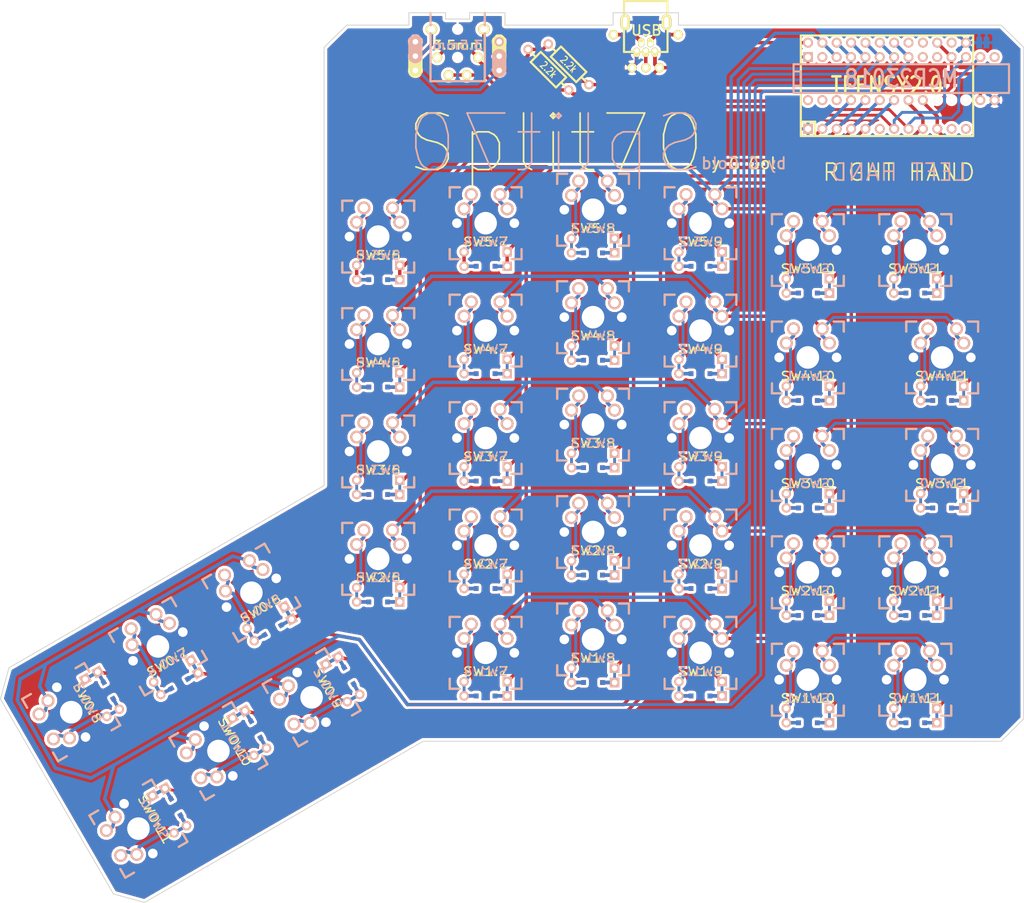
<source format=kicad_pcb>
(kicad_pcb (version 4) (host pcbnew 4.0.5)
  (layers (0 F.Cu signal) (31 B.Cu signal hide) (34 B.Paste user) (35 F.Paste user) (36 B.SilkS user) (37 F.SilkS user) (38 B.Mask user) (39 F.Mask user) (44 Edge.Cuts user))
  (net 0 "")
  (net 1 VCC)
  (net 2 "Net-(J1-Pad2)")
  (net 3 "Net-(J1-Pad3)")
  (net 4 "Net-(J1-Pad4)")
  (net 5 GND)
  (net 6 "Net-(J2-Pad1)")
  (net 7 /SDAM)
  (net 8 /SCLM)
  (net 9 "Net-(J2-Pad4)")
  (net 10 /ROW0)
  (net 11 "Net-(SW0:6-Pad2)")
  (net 12 /COL5)
  (net 13 "Net-(SW0:7-Pad2)")
  (net 14 /COL4)
  (net 15 "Net-(SW0:8-Pad2)")
  (net 16 /COL3)
  (net 17 "Net-(SW0:9-Pad2)")
  (net 18 /COL2)
  (net 19 "Net-(SW0:10-Pad2)")
  (net 20 /COL1)
  (net 21 "Net-(SW0:11-Pad2)")
  (net 22 /COL0)
  (net 23 /ROW1)
  (net 24 "Net-(SW1:7-Pad2)")
  (net 25 "Net-(SW1:8-Pad2)")
  (net 26 "Net-(SW1:9-Pad2)")
  (net 27 "Net-(SW1:10-Pad2)")
  (net 28 "Net-(SW1:11-Pad2)")
  (net 29 /ROW2)
  (net 30 "Net-(SW2:6-Pad2)")
  (net 31 "Net-(SW2:7-Pad2)")
  (net 32 "Net-(SW2:8-Pad2)")
  (net 33 "Net-(SW2:9-Pad2)")
  (net 34 "Net-(SW2:10-Pad2)")
  (net 35 "Net-(SW2:11-Pad2)")
  (net 36 /ROW3)
  (net 37 "Net-(SW3:6-Pad2)")
  (net 38 "Net-(SW3:7-Pad2)")
  (net 39 "Net-(SW3:8-Pad2)")
  (net 40 "Net-(SW3:9-Pad2)")
  (net 41 "Net-(SW3:10-Pad2)")
  (net 42 "Net-(SW3:11-Pad2)")
  (net 43 /ROW4)
  (net 44 "Net-(SW4:6-Pad2)")
  (net 45 "Net-(SW4:7-Pad2)")
  (net 46 "Net-(SW4:8-Pad2)")
  (net 47 "Net-(SW4:9-Pad2)")
  (net 48 "Net-(SW4:10-Pad2)")
  (net 49 "Net-(SW4:11-Pad2)")
  (net 50 /ROW5)
  (net 51 "Net-(SW5:6-Pad2)")
  (net 52 "Net-(SW5:7-Pad2)")
  (net 53 "Net-(SW5:8-Pad2)")
  (net 54 "Net-(SW5:9-Pad2)")
  (net 55 "Net-(SW5:10-Pad2)")
  (net 56 "Net-(SW5:11-Pad2)")
  (net 57 "Net-(U1-Pad6)")
  (net 58 "Net-(U1-Pad11)")
  (net 59 "Net-(U1-Pad12)")
  (net 60 "Net-(U1-Pad19)")
  (net 61 "Net-(U1-Pad22)")
  (net 62 "Net-(U2-Pad9)")
  (net 63 "Net-(U2-Pad10)")
  (net 64 "Net-(U2-Pad14)")
  (net 65 "Net-(U2-Pad17)")
  (net 66 "Net-(U2-Pad18)")
  (net 67 "Net-(U2-Pad19)")
  (net 68 "Net-(U2-Pad26)")
  (net 69 "Net-(U2-Pad27)")
  (net 70 "Net-(U2-Pad28)")
  (net 71 "Net-(U1-Pad21)")
  (module footprint:DIP28_300 (layer B.Cu) (at 205.1 34.775)
    (fp_text reference U2 hide)
    (fp_text value MCP23018 (at 0 0) (layer B.SilkS) (effects (font (size 3.048 2.54) (thickness 0.4572)) (justify mirror)))
    (pad 2 thru_hole circle (at -13.97 -3.81) (size 1.7526 1.7526) (drill 1.0922) (layers *.Cu *.SilkS *.Mask))
    (pad 3 thru_hole circle (at -11.43 -3.81) (size 1.7526 1.7526) (drill 1.0922) (layers *.Cu *.SilkS *.Mask) (net 50 /ROW5))
    (pad 4 thru_hole circle (at -8.89 -3.81) (size 1.7526 1.7526) (drill 1.0922) (layers *.Cu *.SilkS *.Mask) (net 43 /ROW4))
    (pad 5 thru_hole circle (at -6.35 -3.81) (size 1.7526 1.7526) (drill 1.0922) (layers *.Cu *.SilkS *.Mask) (net 36 /ROW3))
    (pad 6 thru_hole circle (at -3.81 -3.81) (size 1.7526 1.7526) (drill 1.0922) (layers *.Cu *.SilkS *.Mask) (net 29 /ROW2))
    (pad 7 thru_hole circle (at -1.27 -3.81) (size 1.7526 1.7526) (drill 1.0922) (layers *.Cu *.SilkS *.Mask) (net 23 /ROW1))
    (pad 8 thru_hole circle (at 1.27 -3.81) (size 1.7526 1.7526) (drill 1.0922) (layers *.Cu *.SilkS *.Mask) (net 10 /ROW0))
    (pad 9 thru_hole circle (at 3.81 -3.81) (size 1.7526 1.7526) (drill 1.0922) (layers *.Cu *.SilkS *.Mask) (net 62 "Net-(U2-Pad9)"))
    (pad 10 thru_hole circle (at 6.35 -3.81) (size 1.7526 1.7526) (drill 1.0922) (layers *.Cu *.SilkS *.Mask) (net 63 "Net-(U2-Pad10)"))
    (pad 11 thru_hole circle (at 8.89 -3.81) (size 1.7526 1.7526) (drill 1.0922) (layers *.Cu *.SilkS *.Mask) (net 1 VCC))
    (pad 12 thru_hole circle (at 11.43 -3.81) (size 1.7526 1.7526) (drill 1.0922) (layers *.Cu *.SilkS *.Mask) (net 8 /SCLM))
    (pad 13 thru_hole circle (at 13.97 -3.81) (size 1.7526 1.7526) (drill 1.0922) (layers *.Cu *.SilkS *.Mask) (net 7 /SDAM))
    (pad 14 thru_hole circle (at 16.51 -3.81) (size 1.7526 1.7526) (drill 1.0922) (layers *.Cu *.SilkS *.Mask) (net 64 "Net-(U2-Pad14)"))
    (pad 1 thru_hole rect (at -16.51 -3.81) (size 1.7526 1.7526) (drill 1.0922) (layers *.Cu *.SilkS *.Mask) (net 5 GND))
    (pad 15 thru_hole circle (at 16.51 3.81) (size 1.7526 1.7526) (drill 1.0922) (layers *.Cu *.SilkS *.Mask) (net 5 GND))
    (pad 16 thru_hole circle (at 13.97 3.81) (size 1.7526 1.7526) (drill 1.0922) (layers *.Cu *.SilkS *.Mask) (net 1 VCC))
    (pad 17 np_thru_hole circle (at 11.43 3.81) (size 1.0922 1.0922) (drill 1.0922) (layers *.Cu *.SilkS *.Mask) (net 65 "Net-(U2-Pad17)"))
    (pad 18 np_thru_hole circle (at 8.89 3.81) (size 1.0922 1.0922) (drill 1.0922) (layers *.Cu *.SilkS *.Mask) (net 66 "Net-(U2-Pad18)"))
    (pad 19 np_thru_hole circle (at 6.35 3.81) (size 1.0922 1.0922) (drill 1.0922) (layers *.Cu *.SilkS *.Mask) (net 67 "Net-(U2-Pad19)"))
    (pad 20 thru_hole circle (at 3.81 3.81) (size 1.7526 1.7526) (drill 1.0922) (layers *.Cu *.SilkS *.Mask) (net 22 /COL0))
    (pad 21 thru_hole circle (at 1.27 3.81) (size 1.7526 1.7526) (drill 1.0922) (layers *.Cu *.SilkS *.Mask) (net 20 /COL1))
    (pad 22 thru_hole circle (at -1.27 3.81) (size 1.7526 1.7526) (drill 1.0922) (layers *.Cu *.SilkS *.Mask) (net 18 /COL2))
    (pad 23 thru_hole circle (at -3.81 3.81) (size 1.7526 1.7526) (drill 1.0922) (layers *.Cu *.SilkS *.Mask) (net 16 /COL3))
    (pad 24 thru_hole circle (at -6.35 3.81) (size 1.7526 1.7526) (drill 1.0922) (layers *.Cu *.SilkS *.Mask) (net 14 /COL4))
    (pad 25 thru_hole circle (at -8.89 3.81) (size 1.7526 1.7526) (drill 1.0922) (layers *.Cu *.SilkS *.Mask) (net 12 /COL5))
    (pad 26 thru_hole circle (at -11.43 3.81) (size 1.7526 1.7526) (drill 1.0922) (layers *.Cu *.SilkS *.Mask) (net 68 "Net-(U2-Pad26)"))
    (pad 27 thru_hole circle (at -13.97 3.81) (size 1.7526 1.7526) (drill 1.0922) (layers *.Cu *.SilkS *.Mask) (net 69 "Net-(U2-Pad27)"))
    (pad 28 thru_hole circle (at -16.51 3.81) (size 1.7526 1.7526) (drill 1.0922) (layers *.Cu *.SilkS *.Mask) (net 70 "Net-(U2-Pad28)"))
  )
  (module footprint:USBMINImod (layer F.Cu) (at 159.9 23.0625 270)
    (fp_text reference J1 hide)
    (fp_text value USB (at 3.1875 -0.1 360) (layer F.SilkS) (effects (font (size 1.778 1.778) (thickness 0.3048))))
    (fp_line (start 9.779 2.413) (end 9.017 1.651) (layer F.Cu) (width 0.6096))
    (fp_line (start 9.017 1.651) (end 7.493 1.651) (layer F.Cu) (width 0.6096))
    (fp_line (start 9.779 -2.413) (end 9.144 -1.651) (layer F.Cu) (width 0.6096))
    (fp_line (start 9.144 -1.651) (end 7.493 -1.651) (layer F.Cu) (width 0.6096))
    (fp_line (start 7.493 0) (end 9.779 0) (layer F.Cu) (width 0.6096))
    (fp_line (start 4.953 0.889) (end 3.937 2.032) (layer F.Cu) (width 0.6096))
    (fp_line (start 3.937 2.032) (end 3.937 5.715) (layer F.Cu) (width 0.6096))
    (fp_line (start 4.953 -0.889) (end 3.937 -1.905) (layer F.Cu) (width 0.6096))
    (fp_line (start 3.937 -1.905) (end 3.937 -5.715) (layer F.Cu) (width 0.6096))
    (pad 1 thru_hole oval (at 6.79958 -1.6002 270) (size 1.651 1.143) (drill 0.762 (offset 0.27432 0)) (layers *.Cu *.Mask F.SilkS) (net 1 VCC))
    (pad 2 thru_hole oval (at 5.6007 -0.8001 270) (size 1.651 1.143) (drill 0.762 (offset -0.27432 0)) (layers *.Cu *.Mask F.SilkS) (net 2 "Net-(J1-Pad2)"))
    (pad 3 thru_hole oval (at 6.79958 0 270) (size 1.651 1.143) (drill 0.762 (offset 0.27432 0)) (layers *.Cu *.Mask F.SilkS) (net 3 "Net-(J1-Pad3)"))
    (pad 4 thru_hole oval (at 5.6007 0.8001 270) (size 1.651 1.143) (drill 0.762 (offset -0.27432 0)) (layers *.Cu *.Mask F.SilkS) (net 4 "Net-(J1-Pad4)"))
    (pad 5 thru_hole oval (at 6.79958 1.6002 270) (size 1.651 1.143) (drill 0.762 (offset 0.27432 0)) (layers *.Cu *.Mask F.SilkS) (net 5 GND))
    (pad 6 thru_hole oval (at 1.75006 3.64744 270) (size 2.794 1.7018) (drill oval 1.905 0.762) (layers *.Cu *.Mask F.SilkS) (net 5 GND))
    (pad 6 thru_hole oval (at 1.75006 -3.64744 270) (size 2.794 1.7018) (drill oval 1.905 0.762) (layers *.Cu *.Mask F.SilkS) (net 5 GND))
    (pad 1 thru_hole circle (at 9.779 -2.413 270) (size 1.651 1.651) (drill 0.9906) (layers *.Cu *.Mask F.SilkS) (net 1 VCC))
    (pad 2 thru_hole circle (at 3.937 -5.715 270) (size 1.651 1.651) (drill 0.9906) (layers *.Cu *.Mask F.SilkS) (net 2 "Net-(J1-Pad2)"))
    (pad 3 thru_hole circle (at 9.779 0 270) (size 1.651 1.651) (drill 0.9906) (layers *.Cu *.Mask F.SilkS) (net 3 "Net-(J1-Pad3)"))
    (pad 4 thru_hole circle (at 3.937 5.715 270) (size 1.651 1.651) (drill 0.9906) (layers *.Cu *.Mask F.SilkS) (net 4 "Net-(J1-Pad4)"))
    (pad 5 thru_hole circle (at 9.779 2.413 270) (size 1.651 1.651) (drill 0.9906) (layers *.Cu *.Mask F.SilkS) (net 5 GND))
  )
  (module footprint:4pin35mmAudio (layer F.Cu) (at 126.625 23.15 270)
    (fp_text reference J2 hide)
    (fp_text value 3.5mm (at 5.715 0 360) (layer F.SilkS) (effects (font (size 1.524 1.778) (thickness 0.3048))))
    (fp_text user 3.5mm (at 5.715 0 360) (layer B.SilkS) (effects (font (size 1.524 1.778) (thickness 0.3048)) (justify mirror)))
    (pad 1 thru_hole oval (at 2.8956 -4.6482 270) (size 1.7526 2.0574) (drill oval 1.0922 1.397) (layers *.Cu *.Mask F.SilkS) (net 6 "Net-(J2-Pad1)"))
    (pad 2 thru_hole circle (at 7.8994 3.6068 270) (size 1.7526 1.7526) (drill 1.0922) (layers *.Cu *.Mask F.SilkS) (net 7 /SDAM))
    (pad 3 thru_hole circle (at 10.9982 -1.6002 270) (size 1.7526 1.7526) (drill 1.0922) (layers *.Cu *.Mask F.SilkS) (net 8 /SCLM))
    (pad 4 thru_hole oval (at 2.8956 4.6482 270) (size 1.7526 2.0574) (drill oval 1.0922 1.397) (layers *.Cu *.Mask F.SilkS) (net 9 "Net-(J2-Pad4)"))
    (pad 5 thru_hole circle (at 10.9982 1.6002 270) (size 1.7526 1.7526) (drill 1.0922) (layers *.Cu *.Mask F.SilkS) (net 8 /SCLM))
    (pad 6 thru_hole circle (at 7.8994 -3.6068 270) (size 1.7526 1.7526) (drill 1.0922) (layers *.Cu *.Mask F.SilkS) (net 7 /SDAM))
    (pad HOLE np_thru_hole circle (at 2.8956 0 270) (size 0.9906 0.9906) (drill 0.9906) (layers *.Cu *.Mask F.SilkS))
    (pad HOLE np_thru_hole circle (at 7.8994 0 270) (size 0.9906 0.9906) (drill 0.9906) (layers *.Cu *.Mask F.SilkS))
  )
  (module footprint:100PITCH1X3 (layer B.Cu) (at 133.975 30.8 90)
    (fp_text reference J3 hide)
    (fp_text value JMP hide)
    (pad 1 thru_hole circle (at -2.54 0 90) (size 1.651 1.651) (drill 0.9906) (layers *.Cu *.Mask B.SilkS) (net 1 VCC))
    (pad 2 thru_hole circle (at 0 0 90) (size 1.651 1.651) (drill 0.9906) (layers *.Cu *.Mask B.SilkS) (net 6 "Net-(J2-Pad1)"))
    (pad 3 thru_hole circle (at 2.54 0 90) (size 1.651 1.651) (drill 0.9906) (layers *.Cu *.Mask B.SilkS) (net 5 GND))
  )
  (module footprint:100PITCH1X3 (layer F.Cu) (at 119.15 30.8 90)
    (fp_text reference J4 hide)
    (fp_text value JMP hide)
    (pad 1 thru_hole circle (at -2.54 0 90) (size 1.651 1.651) (drill 0.9906) (layers *.Cu *.Mask F.SilkS) (net 1 VCC))
    (pad 2 thru_hole circle (at 0 0 90) (size 1.651 1.651) (drill 0.9906) (layers *.Cu *.Mask F.SilkS) (net 9 "Net-(J2-Pad4)"))
    (pad 3 thru_hole circle (at 2.54 0 90) (size 1.651 1.651) (drill 0.9906) (layers *.Cu *.Mask F.SilkS) (net 5 GND))
  )
  (module footprint:RESISTOR (layer F.Cu) (at 146.25 32.25 315)
    (fp_text reference R1 hide)
    (fp_text value 2.2k (at 0 0 315) (layer F.SilkS) (effects (font (size 1.27 1.016) (thickness 0.2032))))
    (pad 1 thru_hole circle (at -5.08 0 315) (size 1.651 1.651) (drill 0.9906) (layers *.Cu *.SilkS *.Mask) (net 1 VCC))
    (pad 2 thru_hole circle (at 5.08 0 315) (size 1.651 1.651) (drill 0.9906) (layers *.Cu *.SilkS *.Mask) (net 7 /SDAM))
  )
  (module footprint:RESISTOR (layer F.Cu) (at 142.675 33.2 315)
    (fp_text reference R2 hide)
    (fp_text value 2.2k (at 0 0 315) (layer F.SilkS) (effects (font (size 1.27 1.016) (thickness 0.2032))))
    (pad 1 thru_hole circle (at -5.08 0 315) (size 1.651 1.651) (drill 0.9906) (layers *.Cu *.SilkS *.Mask) (net 1 VCC))
    (pad 2 thru_hole circle (at 5.08 0 315) (size 1.651 1.651) (drill 0.9906) (layers *.Cu *.SilkS *.Mask) (net 8 /SCLM))
  )
  (module footprint:GAP (layer F.Cu) (at 213.975 34.575)
    (fp_text reference JP1 hide)
    (fp_text value JUMPER hide)
    (pad 1 smd rect (at 0 -0.635) (size 2.032 1.016) (layers F.Cu F.Paste F.Mask) (net 1 VCC))
    (pad 1 smd rect (at 0 0.635) (size 2.032 1.016) (layers F.Cu F.Paste F.Mask) (net 1 VCC))
  )
  (module footprint:GAP (layer B.Cu) (at 219.525 28.425 90)
    (fp_text reference JP2 hide)
    (fp_text value JUMPER hide)
    (pad 1 smd rect (at 0 0.635 90) (size 2.032 1.016) (layers B.Cu B.Paste B.Mask) (net 5 GND))
    (pad 1 smd rect (at 0 -0.635 90) (size 2.032 1.016) (layers B.Cu B.Paste B.Mask) (net 5 GND))
  )
  (module footprint:TEENSY_2.0 (layer F.Cu) (at 202.56875 36.04375)
    (fp_text reference U1 hide)
    (fp_text value TEENSY2.0 (at 0 0) (layer F.SilkS) (effects (font (size 3.048 2.54) (thickness 0.4572))))
    (pad 1 thru_hole rect (at -13.97 7.62) (size 1.7526 1.7526) (drill 1.0922) (layers *.Cu *.SilkS *.Mask) (net 5 GND))
    (pad 2 thru_hole circle (at -11.43 7.62) (size 1.7526 1.7526) (drill 1.0922) (layers *.Cu *.SilkS *.Mask) (net 12 /COL5))
    (pad 3 thru_hole circle (at -8.89 7.62) (size 1.7526 1.7526) (drill 1.0922) (layers *.Cu *.SilkS *.Mask) (net 14 /COL4))
    (pad 4 thru_hole circle (at -6.35 7.62) (size 1.7526 1.7526) (drill 1.0922) (layers *.Cu *.SilkS *.Mask) (net 16 /COL3))
    (pad 5 thru_hole circle (at -3.81 7.62) (size 1.7526 1.7526) (drill 1.0922) (layers *.Cu *.SilkS *.Mask) (net 18 /COL2))
    (pad 6 thru_hole circle (at -1.27 7.62) (size 1.7526 1.7526) (drill 1.0922) (layers *.Cu *.SilkS *.Mask) (net 57 "Net-(U1-Pad6)"))
    (pad 7 thru_hole circle (at 1.27 7.62) (size 1.7526 1.7526) (drill 1.0922) (layers *.Cu *.SilkS *.Mask) (net 8 /SCLM))
    (pad 8 thru_hole circle (at 3.81 7.62) (size 1.7526 1.7526) (drill 1.0922) (layers *.Cu *.SilkS *.Mask) (net 7 /SDAM))
    (pad 9 thru_hole circle (at 6.35 7.62) (size 1.7526 1.7526) (drill 1.0922) (layers *.Cu *.SilkS *.Mask) (net 20 /COL1))
    (pad 10 thru_hole circle (at 8.89 7.62) (size 1.7526 1.7526) (drill 1.0922) (layers *.Cu *.SilkS *.Mask) (net 22 /COL0))
    (pad 11 thru_hole circle (at 11.43 7.62) (size 1.7526 1.7526) (drill 1.0922) (layers *.Cu *.SilkS *.Mask) (net 58 "Net-(U1-Pad11)"))
    (pad 12 thru_hole circle (at 13.97 7.62) (size 1.7526 1.7526) (drill 1.0922) (layers *.Cu *.SilkS *.Mask) (net 59 "Net-(U1-Pad12)"))
    (pad 18 thru_hole circle (at 13.97 -7.62) (size 1.7526 1.7526) (drill 1.0922) (layers *.Cu *.SilkS *.Mask) (net 5 GND))
    (pad 19 thru_hole circle (at 11.43 -7.62) (size 1.7526 1.7526) (drill 1.0922) (layers *.Cu *.SilkS *.Mask) (net 60 "Net-(U1-Pad19)"))
    (pad 20 thru_hole circle (at 8.89 -7.62) (size 1.7526 1.7526) (drill 1.0922) (layers *.Cu *.SilkS *.Mask) (net 1 VCC))
    (pad 21 thru_hole circle (at 6.35 -7.62) (size 1.7526 1.7526) (drill 1.0922) (layers *.Cu *.SilkS *.Mask) (net 71 "Net-(U1-Pad21)"))
    (pad 22 thru_hole circle (at 3.81 -7.62) (size 1.7526 1.7526) (drill 1.0922) (layers *.Cu *.SilkS *.Mask) (net 61 "Net-(U1-Pad22)"))
    (pad 23 thru_hole circle (at 1.27 -7.62) (size 1.7526 1.7526) (drill 1.0922) (layers *.Cu *.SilkS *.Mask) (net 10 /ROW0))
    (pad 24 thru_hole circle (at -1.27 -7.62) (size 1.7526 1.7526) (drill 1.0922) (layers *.Cu *.SilkS *.Mask) (net 23 /ROW1))
    (pad 27 thru_hole circle (at -8.89 -7.62) (size 1.7526 1.7526) (drill 1.0922) (layers *.Cu *.SilkS *.Mask) (net 43 /ROW4))
    (pad 28 thru_hole circle (at -11.43 -7.62) (size 1.7526 1.7526) (drill 1.0922) (layers *.Cu *.SilkS *.Mask) (net 50 /ROW5))
    (pad 29 thru_hole circle (at -13.97 -7.62) (size 1.7526 1.7526) (drill 1.0922) (layers *.Cu *.SilkS *.Mask) (net 1 VCC))
    (pad 25 thru_hole circle (at -3.81 -7.62) (size 1.7526 1.7526) (drill 1.0922) (layers *.Cu *.SilkS *.Mask) (net 29 /ROW2))
    (pad 26 thru_hole circle (at -6.35 -7.62) (size 1.7526 1.7526) (drill 1.0922) (layers *.Cu *.SilkS *.Mask) (net 36 /ROW3))
  )
  (module footprint:MX_FLIP_DIODE (layer F.Cu) (at 112.575 100.725)
    (fp_text reference SW3:6 (at 0 3.302) (layer F.SilkS) (effects (font (size 1.524 1.778) (thickness 0.254))))
    (fp_text value SW3:5 (at 0 3.302) (layer B.SilkS) (effects (font (size 1.524 1.778) (thickness 0.254)) (justify mirror)))
    (fp_line (start -3.81 7.62) (end -1.6637 7.62) (layer B.Cu) (width 0.6096))
    (fp_line (start 1.6637 7.62) (end 3.81 7.62) (layer B.Cu) (width 0.6096))
    (fp_line (start -3.81 7.62) (end -1.6637 7.62) (layer F.Cu) (width 0.6096))
    (fp_line (start 1.6637 7.62) (end 3.81 7.62) (layer F.Cu) (width 0.6096))
    (pad 1 thru_hole circle (at 2.54 -5.08) (size 2.286 2.286) (drill 1.4986) (layers *.Cu *.SilkS *.Mask) (net 36 /ROW3))
    (pad 2 thru_hole circle (at -3.81 -2.54) (size 2.286 2.286) (drill 1.4986) (layers *.Cu *.SilkS *.Mask) (net 37 "Net-(SW3:6-Pad2)"))
    (pad 0 np_thru_hole circle (at 0 0) (size 3.9878 3.9878) (drill 3.9878) (layers *.Cu) (net 5 GND))
    (pad 0 thru_hole circle (at -5.08 0) (size 1.7018 1.7018) (drill 1.7018) (layers *.Cu) (net 5 GND))
    (pad 0 thru_hole circle (at 5.08 0) (size 1.7018 1.7018) (drill 1.7018) (layers *.Cu) (net 5 GND))
    (pad 1 thru_hole circle (at 3.81 -2.54) (size 2.286 2.286) (drill 1.4986) (layers *.Cu *.SilkS *.Mask) (net 36 /ROW3))
    (pad 2 thru_hole circle (at -2.54 -5.08) (size 2.286 2.286) (drill 1.4986) (layers *.Cu *.SilkS *.Mask) (net 37 "Net-(SW3:6-Pad2)"))
    (pad 3 thru_hole circle (at -3.81 5.08) (size 1.651 1.651) (drill 0.9906) (layers *.Cu *.SilkS *.Mask) (net 37 "Net-(SW3:6-Pad2)"))
    (pad 4 thru_hole rect (at 3.81 5.08) (size 1.651 1.651) (drill 0.9906) (layers *.Cu *.SilkS *.Mask) (net 12 /COL5))
    (pad 3 thru_hole circle (at -3.81 7.62) (size 1.651 1.651) (drill 0.9906) (layers *.Cu *.SilkS *.Mask) (net 37 "Net-(SW3:6-Pad2)"))
    (pad 4 thru_hole rect (at 3.81 7.62) (size 1.651 1.651) (drill 0.9906) (layers *.Cu *.SilkS *.Mask) (net 12 /COL5))
    (pad 99 smd rect (at -1.6637 7.62) (size 0.8382 0.8382) (layers F.Cu F.Paste F.Mask))
    (pad 99 smd rect (at -1.6637 7.62) (size 0.8382 0.8382) (layers B.Cu B.Paste B.Mask))
    (pad 99 smd rect (at 1.6637 7.62) (size 0.8382 0.8382) (layers F.Cu F.Paste F.Mask))
    (pad 99 smd rect (at 1.6637 7.62) (size 0.8382 0.8382) (layers B.Cu B.Paste B.Mask))
  )
  (module footprint:MX_FLIP_DIODE (layer F.Cu) (at 112.575 81.725)
    (fp_text reference SW4:6 (at 0 3.302) (layer F.SilkS) (effects (font (size 1.524 1.778) (thickness 0.254))))
    (fp_text value SW4:5 (at 0 3.302) (layer B.SilkS) (effects (font (size 1.524 1.778) (thickness 0.254)) (justify mirror)))
    (fp_line (start -3.81 7.62) (end -1.6637 7.62) (layer B.Cu) (width 0.6096))
    (fp_line (start 1.6637 7.62) (end 3.81 7.62) (layer B.Cu) (width 0.6096))
    (fp_line (start -3.81 7.62) (end -1.6637 7.62) (layer F.Cu) (width 0.6096))
    (fp_line (start 1.6637 7.62) (end 3.81 7.62) (layer F.Cu) (width 0.6096))
    (pad 1 thru_hole circle (at 2.54 -5.08) (size 2.286 2.286) (drill 1.4986) (layers *.Cu *.SilkS *.Mask) (net 43 /ROW4))
    (pad 2 thru_hole circle (at -3.81 -2.54) (size 2.286 2.286) (drill 1.4986) (layers *.Cu *.SilkS *.Mask) (net 44 "Net-(SW4:6-Pad2)"))
    (pad 0 np_thru_hole circle (at 0 0) (size 3.9878 3.9878) (drill 3.9878) (layers *.Cu) (net 5 GND))
    (pad 0 thru_hole circle (at -5.08 0) (size 1.7018 1.7018) (drill 1.7018) (layers *.Cu) (net 5 GND))
    (pad 0 thru_hole circle (at 5.08 0) (size 1.7018 1.7018) (drill 1.7018) (layers *.Cu) (net 5 GND))
    (pad 1 thru_hole circle (at 3.81 -2.54) (size 2.286 2.286) (drill 1.4986) (layers *.Cu *.SilkS *.Mask) (net 43 /ROW4))
    (pad 2 thru_hole circle (at -2.54 -5.08) (size 2.286 2.286) (drill 1.4986) (layers *.Cu *.SilkS *.Mask) (net 44 "Net-(SW4:6-Pad2)"))
    (pad 3 thru_hole circle (at -3.81 5.08) (size 1.651 1.651) (drill 0.9906) (layers *.Cu *.SilkS *.Mask) (net 44 "Net-(SW4:6-Pad2)"))
    (pad 4 thru_hole rect (at 3.81 5.08) (size 1.651 1.651) (drill 0.9906) (layers *.Cu *.SilkS *.Mask) (net 12 /COL5))
    (pad 3 thru_hole circle (at -3.81 7.62) (size 1.651 1.651) (drill 0.9906) (layers *.Cu *.SilkS *.Mask) (net 44 "Net-(SW4:6-Pad2)"))
    (pad 4 thru_hole rect (at 3.81 7.62) (size 1.651 1.651) (drill 0.9906) (layers *.Cu *.SilkS *.Mask) (net 12 /COL5))
    (pad 99 smd rect (at -1.6637 7.62) (size 0.8382 0.8382) (layers F.Cu F.Paste F.Mask))
    (pad 99 smd rect (at -1.6637 7.62) (size 0.8382 0.8382) (layers B.Cu B.Paste B.Mask))
    (pad 99 smd rect (at 1.6637 7.62) (size 0.8382 0.8382) (layers F.Cu F.Paste F.Mask))
    (pad 99 smd rect (at 1.6637 7.62) (size 0.8382 0.8382) (layers B.Cu B.Paste B.Mask))
  )
  (module footprint:MX_FLIP_DIODE (layer F.Cu) (at 112.575 62.725)
    (fp_text reference SW5:6 (at 0 3.302) (layer F.SilkS) (effects (font (size 1.524 1.778) (thickness 0.254))))
    (fp_text value SW5:5 (at 0 3.302) (layer B.SilkS) (effects (font (size 1.524 1.778) (thickness 0.254)) (justify mirror)))
    (fp_line (start -3.81 7.62) (end -1.6637 7.62) (layer B.Cu) (width 0.6096))
    (fp_line (start 1.6637 7.62) (end 3.81 7.62) (layer B.Cu) (width 0.6096))
    (fp_line (start -3.81 7.62) (end -1.6637 7.62) (layer F.Cu) (width 0.6096))
    (fp_line (start 1.6637 7.62) (end 3.81 7.62) (layer F.Cu) (width 0.6096))
    (pad 1 thru_hole circle (at 2.54 -5.08) (size 2.286 2.286) (drill 1.4986) (layers *.Cu *.SilkS *.Mask) (net 50 /ROW5))
    (pad 2 thru_hole circle (at -3.81 -2.54) (size 2.286 2.286) (drill 1.4986) (layers *.Cu *.SilkS *.Mask) (net 51 "Net-(SW5:6-Pad2)"))
    (pad 0 np_thru_hole circle (at 0 0) (size 3.9878 3.9878) (drill 3.9878) (layers *.Cu) (net 5 GND))
    (pad 0 thru_hole circle (at -5.08 0) (size 1.7018 1.7018) (drill 1.7018) (layers *.Cu) (net 5 GND))
    (pad 0 thru_hole circle (at 5.08 0) (size 1.7018 1.7018) (drill 1.7018) (layers *.Cu) (net 5 GND))
    (pad 1 thru_hole circle (at 3.81 -2.54) (size 2.286 2.286) (drill 1.4986) (layers *.Cu *.SilkS *.Mask) (net 50 /ROW5))
    (pad 2 thru_hole circle (at -2.54 -5.08) (size 2.286 2.286) (drill 1.4986) (layers *.Cu *.SilkS *.Mask) (net 51 "Net-(SW5:6-Pad2)"))
    (pad 3 thru_hole circle (at -3.81 5.08) (size 1.651 1.651) (drill 0.9906) (layers *.Cu *.SilkS *.Mask) (net 51 "Net-(SW5:6-Pad2)"))
    (pad 4 thru_hole rect (at 3.81 5.08) (size 1.651 1.651) (drill 0.9906) (layers *.Cu *.SilkS *.Mask) (net 12 /COL5))
    (pad 3 thru_hole circle (at -3.81 7.62) (size 1.651 1.651) (drill 0.9906) (layers *.Cu *.SilkS *.Mask) (net 51 "Net-(SW5:6-Pad2)"))
    (pad 4 thru_hole rect (at 3.81 7.62) (size 1.651 1.651) (drill 0.9906) (layers *.Cu *.SilkS *.Mask) (net 12 /COL5))
    (pad 99 smd rect (at -1.6637 7.62) (size 0.8382 0.8382) (layers F.Cu F.Paste F.Mask))
    (pad 99 smd rect (at -1.6637 7.62) (size 0.8382 0.8382) (layers B.Cu B.Paste B.Mask))
    (pad 99 smd rect (at 1.6637 7.62) (size 0.8382 0.8382) (layers F.Cu F.Paste F.Mask))
    (pad 99 smd rect (at 1.6637 7.62) (size 0.8382 0.8382) (layers B.Cu B.Paste B.Mask))
  )
  (module footprint:MX_FLIP_DIODE (layer F.Cu) (at 131.575 136.35)
    (fp_text reference SW1:7 (at 0 3.302) (layer F.SilkS) (effects (font (size 1.524 1.778) (thickness 0.254))))
    (fp_text value SW1:4 (at 0 3.302) (layer B.SilkS) (effects (font (size 1.524 1.778) (thickness 0.254)) (justify mirror)))
    (fp_line (start -3.81 7.62) (end -1.6637 7.62) (layer B.Cu) (width 0.6096))
    (fp_line (start 1.6637 7.62) (end 3.81 7.62) (layer B.Cu) (width 0.6096))
    (fp_line (start -3.81 7.62) (end -1.6637 7.62) (layer F.Cu) (width 0.6096))
    (fp_line (start 1.6637 7.62) (end 3.81 7.62) (layer F.Cu) (width 0.6096))
    (pad 1 thru_hole circle (at 2.54 -5.08) (size 2.286 2.286) (drill 1.4986) (layers *.Cu *.SilkS *.Mask) (net 23 /ROW1))
    (pad 2 thru_hole circle (at -3.81 -2.54) (size 2.286 2.286) (drill 1.4986) (layers *.Cu *.SilkS *.Mask) (net 24 "Net-(SW1:7-Pad2)"))
    (pad 0 np_thru_hole circle (at 0 0) (size 3.9878 3.9878) (drill 3.9878) (layers *.Cu) (net 5 GND))
    (pad 0 thru_hole circle (at -5.08 0) (size 1.7018 1.7018) (drill 1.7018) (layers *.Cu) (net 5 GND))
    (pad 0 thru_hole circle (at 5.08 0) (size 1.7018 1.7018) (drill 1.7018) (layers *.Cu) (net 5 GND))
    (pad 1 thru_hole circle (at 3.81 -2.54) (size 2.286 2.286) (drill 1.4986) (layers *.Cu *.SilkS *.Mask) (net 23 /ROW1))
    (pad 2 thru_hole circle (at -2.54 -5.08) (size 2.286 2.286) (drill 1.4986) (layers *.Cu *.SilkS *.Mask) (net 24 "Net-(SW1:7-Pad2)"))
    (pad 3 thru_hole circle (at -3.81 5.08) (size 1.651 1.651) (drill 0.9906) (layers *.Cu *.SilkS *.Mask) (net 24 "Net-(SW1:7-Pad2)"))
    (pad 4 thru_hole rect (at 3.81 5.08) (size 1.651 1.651) (drill 0.9906) (layers *.Cu *.SilkS *.Mask) (net 14 /COL4))
    (pad 3 thru_hole circle (at -3.81 7.62) (size 1.651 1.651) (drill 0.9906) (layers *.Cu *.SilkS *.Mask) (net 24 "Net-(SW1:7-Pad2)"))
    (pad 4 thru_hole rect (at 3.81 7.62) (size 1.651 1.651) (drill 0.9906) (layers *.Cu *.SilkS *.Mask) (net 14 /COL4))
    (pad 99 smd rect (at -1.6637 7.62) (size 0.8382 0.8382) (layers F.Cu F.Paste F.Mask))
    (pad 99 smd rect (at -1.6637 7.62) (size 0.8382 0.8382) (layers B.Cu B.Paste B.Mask))
    (pad 99 smd rect (at 1.6637 7.62) (size 0.8382 0.8382) (layers F.Cu F.Paste F.Mask))
    (pad 99 smd rect (at 1.6637 7.62) (size 0.8382 0.8382) (layers B.Cu B.Paste B.Mask))
  )
  (module footprint:MX_FLIP_DIODE (layer F.Cu) (at 131.575 117.35)
    (fp_text reference SW2:7 (at 0 3.302) (layer F.SilkS) (effects (font (size 1.524 1.778) (thickness 0.254))))
    (fp_text value SW2:4 (at 0 3.302) (layer B.SilkS) (effects (font (size 1.524 1.778) (thickness 0.254)) (justify mirror)))
    (fp_line (start -3.81 7.62) (end -1.6637 7.62) (layer B.Cu) (width 0.6096))
    (fp_line (start 1.6637 7.62) (end 3.81 7.62) (layer B.Cu) (width 0.6096))
    (fp_line (start -3.81 7.62) (end -1.6637 7.62) (layer F.Cu) (width 0.6096))
    (fp_line (start 1.6637 7.62) (end 3.81 7.62) (layer F.Cu) (width 0.6096))
    (pad 1 thru_hole circle (at 2.54 -5.08) (size 2.286 2.286) (drill 1.4986) (layers *.Cu *.SilkS *.Mask) (net 29 /ROW2))
    (pad 2 thru_hole circle (at -3.81 -2.54) (size 2.286 2.286) (drill 1.4986) (layers *.Cu *.SilkS *.Mask) (net 31 "Net-(SW2:7-Pad2)"))
    (pad 0 np_thru_hole circle (at 0 0) (size 3.9878 3.9878) (drill 3.9878) (layers *.Cu) (net 5 GND))
    (pad 0 thru_hole circle (at -5.08 0) (size 1.7018 1.7018) (drill 1.7018) (layers *.Cu) (net 5 GND))
    (pad 0 thru_hole circle (at 5.08 0) (size 1.7018 1.7018) (drill 1.7018) (layers *.Cu) (net 5 GND))
    (pad 1 thru_hole circle (at 3.81 -2.54) (size 2.286 2.286) (drill 1.4986) (layers *.Cu *.SilkS *.Mask) (net 29 /ROW2))
    (pad 2 thru_hole circle (at -2.54 -5.08) (size 2.286 2.286) (drill 1.4986) (layers *.Cu *.SilkS *.Mask) (net 31 "Net-(SW2:7-Pad2)"))
    (pad 3 thru_hole circle (at -3.81 5.08) (size 1.651 1.651) (drill 0.9906) (layers *.Cu *.SilkS *.Mask) (net 31 "Net-(SW2:7-Pad2)"))
    (pad 4 thru_hole rect (at 3.81 5.08) (size 1.651 1.651) (drill 0.9906) (layers *.Cu *.SilkS *.Mask) (net 14 /COL4))
    (pad 3 thru_hole circle (at -3.81 7.62) (size 1.651 1.651) (drill 0.9906) (layers *.Cu *.SilkS *.Mask) (net 31 "Net-(SW2:7-Pad2)"))
    (pad 4 thru_hole rect (at 3.81 7.62) (size 1.651 1.651) (drill 0.9906) (layers *.Cu *.SilkS *.Mask) (net 14 /COL4))
    (pad 99 smd rect (at -1.6637 7.62) (size 0.8382 0.8382) (layers F.Cu F.Paste F.Mask))
    (pad 99 smd rect (at -1.6637 7.62) (size 0.8382 0.8382) (layers B.Cu B.Paste B.Mask))
    (pad 99 smd rect (at 1.6637 7.62) (size 0.8382 0.8382) (layers F.Cu F.Paste F.Mask))
    (pad 99 smd rect (at 1.6637 7.62) (size 0.8382 0.8382) (layers B.Cu B.Paste B.Mask))
  )
  (module footprint:MX_FLIP_DIODE (layer F.Cu) (at 131.575 98.35)
    (fp_text reference SW3:7 (at 0 3.302) (layer F.SilkS) (effects (font (size 1.524 1.778) (thickness 0.254))))
    (fp_text value SW3:4 (at 0 3.302) (layer B.SilkS) (effects (font (size 1.524 1.778) (thickness 0.254)) (justify mirror)))
    (fp_line (start -3.81 7.62) (end -1.6637 7.62) (layer B.Cu) (width 0.6096))
    (fp_line (start 1.6637 7.62) (end 3.81 7.62) (layer B.Cu) (width 0.6096))
    (fp_line (start -3.81 7.62) (end -1.6637 7.62) (layer F.Cu) (width 0.6096))
    (fp_line (start 1.6637 7.62) (end 3.81 7.62) (layer F.Cu) (width 0.6096))
    (pad 1 thru_hole circle (at 2.54 -5.08) (size 2.286 2.286) (drill 1.4986) (layers *.Cu *.SilkS *.Mask) (net 36 /ROW3))
    (pad 2 thru_hole circle (at -3.81 -2.54) (size 2.286 2.286) (drill 1.4986) (layers *.Cu *.SilkS *.Mask) (net 38 "Net-(SW3:7-Pad2)"))
    (pad 0 np_thru_hole circle (at 0 0) (size 3.9878 3.9878) (drill 3.9878) (layers *.Cu) (net 5 GND))
    (pad 0 thru_hole circle (at -5.08 0) (size 1.7018 1.7018) (drill 1.7018) (layers *.Cu) (net 5 GND))
    (pad 0 thru_hole circle (at 5.08 0) (size 1.7018 1.7018) (drill 1.7018) (layers *.Cu) (net 5 GND))
    (pad 1 thru_hole circle (at 3.81 -2.54) (size 2.286 2.286) (drill 1.4986) (layers *.Cu *.SilkS *.Mask) (net 36 /ROW3))
    (pad 2 thru_hole circle (at -2.54 -5.08) (size 2.286 2.286) (drill 1.4986) (layers *.Cu *.SilkS *.Mask) (net 38 "Net-(SW3:7-Pad2)"))
    (pad 3 thru_hole circle (at -3.81 5.08) (size 1.651 1.651) (drill 0.9906) (layers *.Cu *.SilkS *.Mask) (net 38 "Net-(SW3:7-Pad2)"))
    (pad 4 thru_hole rect (at 3.81 5.08) (size 1.651 1.651) (drill 0.9906) (layers *.Cu *.SilkS *.Mask) (net 14 /COL4))
    (pad 3 thru_hole circle (at -3.81 7.62) (size 1.651 1.651) (drill 0.9906) (layers *.Cu *.SilkS *.Mask) (net 38 "Net-(SW3:7-Pad2)"))
    (pad 4 thru_hole rect (at 3.81 7.62) (size 1.651 1.651) (drill 0.9906) (layers *.Cu *.SilkS *.Mask) (net 14 /COL4))
    (pad 99 smd rect (at -1.6637 7.62) (size 0.8382 0.8382) (layers F.Cu F.Paste F.Mask))
    (pad 99 smd rect (at -1.6637 7.62) (size 0.8382 0.8382) (layers B.Cu B.Paste B.Mask))
    (pad 99 smd rect (at 1.6637 7.62) (size 0.8382 0.8382) (layers F.Cu F.Paste F.Mask))
    (pad 99 smd rect (at 1.6637 7.62) (size 0.8382 0.8382) (layers B.Cu B.Paste B.Mask))
  )
  (module footprint:MX_FLIP_DIODE (layer F.Cu) (at 131.575 79.35)
    (fp_text reference SW4:7 (at 0 3.302) (layer F.SilkS) (effects (font (size 1.524 1.778) (thickness 0.254))))
    (fp_text value SW4:4 (at 0 3.302) (layer B.SilkS) (effects (font (size 1.524 1.778) (thickness 0.254)) (justify mirror)))
    (fp_line (start -3.81 7.62) (end -1.6637 7.62) (layer B.Cu) (width 0.6096))
    (fp_line (start 1.6637 7.62) (end 3.81 7.62) (layer B.Cu) (width 0.6096))
    (fp_line (start -3.81 7.62) (end -1.6637 7.62) (layer F.Cu) (width 0.6096))
    (fp_line (start 1.6637 7.62) (end 3.81 7.62) (layer F.Cu) (width 0.6096))
    (pad 1 thru_hole circle (at 2.54 -5.08) (size 2.286 2.286) (drill 1.4986) (layers *.Cu *.SilkS *.Mask) (net 43 /ROW4))
    (pad 2 thru_hole circle (at -3.81 -2.54) (size 2.286 2.286) (drill 1.4986) (layers *.Cu *.SilkS *.Mask) (net 45 "Net-(SW4:7-Pad2)"))
    (pad 0 np_thru_hole circle (at 0 0) (size 3.9878 3.9878) (drill 3.9878) (layers *.Cu) (net 5 GND))
    (pad 0 thru_hole circle (at -5.08 0) (size 1.7018 1.7018) (drill 1.7018) (layers *.Cu) (net 5 GND))
    (pad 0 thru_hole circle (at 5.08 0) (size 1.7018 1.7018) (drill 1.7018) (layers *.Cu) (net 5 GND))
    (pad 1 thru_hole circle (at 3.81 -2.54) (size 2.286 2.286) (drill 1.4986) (layers *.Cu *.SilkS *.Mask) (net 43 /ROW4))
    (pad 2 thru_hole circle (at -2.54 -5.08) (size 2.286 2.286) (drill 1.4986) (layers *.Cu *.SilkS *.Mask) (net 45 "Net-(SW4:7-Pad2)"))
    (pad 3 thru_hole circle (at -3.81 5.08) (size 1.651 1.651) (drill 0.9906) (layers *.Cu *.SilkS *.Mask) (net 45 "Net-(SW4:7-Pad2)"))
    (pad 4 thru_hole rect (at 3.81 5.08) (size 1.651 1.651) (drill 0.9906) (layers *.Cu *.SilkS *.Mask) (net 14 /COL4))
    (pad 3 thru_hole circle (at -3.81 7.62) (size 1.651 1.651) (drill 0.9906) (layers *.Cu *.SilkS *.Mask) (net 45 "Net-(SW4:7-Pad2)"))
    (pad 4 thru_hole rect (at 3.81 7.62) (size 1.651 1.651) (drill 0.9906) (layers *.Cu *.SilkS *.Mask) (net 14 /COL4))
    (pad 99 smd rect (at -1.6637 7.62) (size 0.8382 0.8382) (layers F.Cu F.Paste F.Mask))
    (pad 99 smd rect (at -1.6637 7.62) (size 0.8382 0.8382) (layers B.Cu B.Paste B.Mask))
    (pad 99 smd rect (at 1.6637 7.62) (size 0.8382 0.8382) (layers F.Cu F.Paste F.Mask))
    (pad 99 smd rect (at 1.6637 7.62) (size 0.8382 0.8382) (layers B.Cu B.Paste B.Mask))
  )
  (module footprint:MX_FLIP_DIODE (layer F.Cu) (at 131.575 60.35)
    (fp_text reference SW5:7 (at 0 3.302) (layer F.SilkS) (effects (font (size 1.524 1.778) (thickness 0.254))))
    (fp_text value SW5:4 (at 0 3.302) (layer B.SilkS) (effects (font (size 1.524 1.778) (thickness 0.254)) (justify mirror)))
    (fp_line (start -3.81 7.62) (end -1.6637 7.62) (layer B.Cu) (width 0.6096))
    (fp_line (start 1.6637 7.62) (end 3.81 7.62) (layer B.Cu) (width 0.6096))
    (fp_line (start -3.81 7.62) (end -1.6637 7.62) (layer F.Cu) (width 0.6096))
    (fp_line (start 1.6637 7.62) (end 3.81 7.62) (layer F.Cu) (width 0.6096))
    (pad 1 thru_hole circle (at 2.54 -5.08) (size 2.286 2.286) (drill 1.4986) (layers *.Cu *.SilkS *.Mask) (net 50 /ROW5))
    (pad 2 thru_hole circle (at -3.81 -2.54) (size 2.286 2.286) (drill 1.4986) (layers *.Cu *.SilkS *.Mask) (net 52 "Net-(SW5:7-Pad2)"))
    (pad 0 np_thru_hole circle (at 0 0) (size 3.9878 3.9878) (drill 3.9878) (layers *.Cu) (net 5 GND))
    (pad 0 thru_hole circle (at -5.08 0) (size 1.7018 1.7018) (drill 1.7018) (layers *.Cu) (net 5 GND))
    (pad 0 thru_hole circle (at 5.08 0) (size 1.7018 1.7018) (drill 1.7018) (layers *.Cu) (net 5 GND))
    (pad 1 thru_hole circle (at 3.81 -2.54) (size 2.286 2.286) (drill 1.4986) (layers *.Cu *.SilkS *.Mask) (net 50 /ROW5))
    (pad 2 thru_hole circle (at -2.54 -5.08) (size 2.286 2.286) (drill 1.4986) (layers *.Cu *.SilkS *.Mask) (net 52 "Net-(SW5:7-Pad2)"))
    (pad 3 thru_hole circle (at -3.81 5.08) (size 1.651 1.651) (drill 0.9906) (layers *.Cu *.SilkS *.Mask) (net 52 "Net-(SW5:7-Pad2)"))
    (pad 4 thru_hole rect (at 3.81 5.08) (size 1.651 1.651) (drill 0.9906) (layers *.Cu *.SilkS *.Mask) (net 14 /COL4))
    (pad 3 thru_hole circle (at -3.81 7.62) (size 1.651 1.651) (drill 0.9906) (layers *.Cu *.SilkS *.Mask) (net 52 "Net-(SW5:7-Pad2)"))
    (pad 4 thru_hole rect (at 3.81 7.62) (size 1.651 1.651) (drill 0.9906) (layers *.Cu *.SilkS *.Mask) (net 14 /COL4))
    (pad 99 smd rect (at -1.6637 7.62) (size 0.8382 0.8382) (layers F.Cu F.Paste F.Mask))
    (pad 99 smd rect (at -1.6637 7.62) (size 0.8382 0.8382) (layers B.Cu B.Paste B.Mask))
    (pad 99 smd rect (at 1.6637 7.62) (size 0.8382 0.8382) (layers F.Cu F.Paste F.Mask))
    (pad 99 smd rect (at 1.6637 7.62) (size 0.8382 0.8382) (layers B.Cu B.Paste B.Mask))
  )
  (module footprint:MX_FLIP_DIODE (layer F.Cu) (at 150.575 57.975)
    (fp_text reference SW5:8 (at 0 3.302) (layer F.SilkS) (effects (font (size 1.524 1.778) (thickness 0.254))))
    (fp_text value SW5:3 (at 0 3.302) (layer B.SilkS) (effects (font (size 1.524 1.778) (thickness 0.254)) (justify mirror)))
    (fp_line (start -3.81 7.62) (end -1.6637 7.62) (layer B.Cu) (width 0.6096))
    (fp_line (start 1.6637 7.62) (end 3.81 7.62) (layer B.Cu) (width 0.6096))
    (fp_line (start -3.81 7.62) (end -1.6637 7.62) (layer F.Cu) (width 0.6096))
    (fp_line (start 1.6637 7.62) (end 3.81 7.62) (layer F.Cu) (width 0.6096))
    (pad 1 thru_hole circle (at 2.54 -5.08) (size 2.286 2.286) (drill 1.4986) (layers *.Cu *.SilkS *.Mask) (net 50 /ROW5))
    (pad 2 thru_hole circle (at -3.81 -2.54) (size 2.286 2.286) (drill 1.4986) (layers *.Cu *.SilkS *.Mask) (net 53 "Net-(SW5:8-Pad2)"))
    (pad 0 np_thru_hole circle (at 0 0) (size 3.9878 3.9878) (drill 3.9878) (layers *.Cu) (net 5 GND))
    (pad 0 thru_hole circle (at -5.08 0) (size 1.7018 1.7018) (drill 1.7018) (layers *.Cu) (net 5 GND))
    (pad 0 thru_hole circle (at 5.08 0) (size 1.7018 1.7018) (drill 1.7018) (layers *.Cu) (net 5 GND))
    (pad 1 thru_hole circle (at 3.81 -2.54) (size 2.286 2.286) (drill 1.4986) (layers *.Cu *.SilkS *.Mask) (net 50 /ROW5))
    (pad 2 thru_hole circle (at -2.54 -5.08) (size 2.286 2.286) (drill 1.4986) (layers *.Cu *.SilkS *.Mask) (net 53 "Net-(SW5:8-Pad2)"))
    (pad 3 thru_hole circle (at -3.81 5.08) (size 1.651 1.651) (drill 0.9906) (layers *.Cu *.SilkS *.Mask) (net 53 "Net-(SW5:8-Pad2)"))
    (pad 4 thru_hole rect (at 3.81 5.08) (size 1.651 1.651) (drill 0.9906) (layers *.Cu *.SilkS *.Mask) (net 16 /COL3))
    (pad 3 thru_hole circle (at -3.81 7.62) (size 1.651 1.651) (drill 0.9906) (layers *.Cu *.SilkS *.Mask) (net 53 "Net-(SW5:8-Pad2)"))
    (pad 4 thru_hole rect (at 3.81 7.62) (size 1.651 1.651) (drill 0.9906) (layers *.Cu *.SilkS *.Mask) (net 16 /COL3))
    (pad 99 smd rect (at -1.6637 7.62) (size 0.8382 0.8382) (layers F.Cu F.Paste F.Mask))
    (pad 99 smd rect (at -1.6637 7.62) (size 0.8382 0.8382) (layers B.Cu B.Paste B.Mask))
    (pad 99 smd rect (at 1.6637 7.62) (size 0.8382 0.8382) (layers F.Cu F.Paste F.Mask))
    (pad 99 smd rect (at 1.6637 7.62) (size 0.8382 0.8382) (layers B.Cu B.Paste B.Mask))
  )
  (module footprint:MX_FLIP_DIODE (layer F.Cu) (at 150.575 76.975)
    (fp_text reference SW4:8 (at 0 3.302) (layer F.SilkS) (effects (font (size 1.524 1.778) (thickness 0.254))))
    (fp_text value SW4:3 (at 0 3.302) (layer B.SilkS) (effects (font (size 1.524 1.778) (thickness 0.254)) (justify mirror)))
    (fp_line (start -3.81 7.62) (end -1.6637 7.62) (layer B.Cu) (width 0.6096))
    (fp_line (start 1.6637 7.62) (end 3.81 7.62) (layer B.Cu) (width 0.6096))
    (fp_line (start -3.81 7.62) (end -1.6637 7.62) (layer F.Cu) (width 0.6096))
    (fp_line (start 1.6637 7.62) (end 3.81 7.62) (layer F.Cu) (width 0.6096))
    (pad 1 thru_hole circle (at 2.54 -5.08) (size 2.286 2.286) (drill 1.4986) (layers *.Cu *.SilkS *.Mask) (net 43 /ROW4))
    (pad 2 thru_hole circle (at -3.81 -2.54) (size 2.286 2.286) (drill 1.4986) (layers *.Cu *.SilkS *.Mask) (net 46 "Net-(SW4:8-Pad2)"))
    (pad 0 np_thru_hole circle (at 0 0) (size 3.9878 3.9878) (drill 3.9878) (layers *.Cu) (net 5 GND))
    (pad 0 thru_hole circle (at -5.08 0) (size 1.7018 1.7018) (drill 1.7018) (layers *.Cu) (net 5 GND))
    (pad 0 thru_hole circle (at 5.08 0) (size 1.7018 1.7018) (drill 1.7018) (layers *.Cu) (net 5 GND))
    (pad 1 thru_hole circle (at 3.81 -2.54) (size 2.286 2.286) (drill 1.4986) (layers *.Cu *.SilkS *.Mask) (net 43 /ROW4))
    (pad 2 thru_hole circle (at -2.54 -5.08) (size 2.286 2.286) (drill 1.4986) (layers *.Cu *.SilkS *.Mask) (net 46 "Net-(SW4:8-Pad2)"))
    (pad 3 thru_hole circle (at -3.81 5.08) (size 1.651 1.651) (drill 0.9906) (layers *.Cu *.SilkS *.Mask) (net 46 "Net-(SW4:8-Pad2)"))
    (pad 4 thru_hole rect (at 3.81 5.08) (size 1.651 1.651) (drill 0.9906) (layers *.Cu *.SilkS *.Mask) (net 16 /COL3))
    (pad 3 thru_hole circle (at -3.81 7.62) (size 1.651 1.651) (drill 0.9906) (layers *.Cu *.SilkS *.Mask) (net 46 "Net-(SW4:8-Pad2)"))
    (pad 4 thru_hole rect (at 3.81 7.62) (size 1.651 1.651) (drill 0.9906) (layers *.Cu *.SilkS *.Mask) (net 16 /COL3))
    (pad 99 smd rect (at -1.6637 7.62) (size 0.8382 0.8382) (layers F.Cu F.Paste F.Mask))
    (pad 99 smd rect (at -1.6637 7.62) (size 0.8382 0.8382) (layers B.Cu B.Paste B.Mask))
    (pad 99 smd rect (at 1.6637 7.62) (size 0.8382 0.8382) (layers F.Cu F.Paste F.Mask))
    (pad 99 smd rect (at 1.6637 7.62) (size 0.8382 0.8382) (layers B.Cu B.Paste B.Mask))
  )
  (module footprint:MX_FLIP_DIODE (layer F.Cu) (at 150.575 95.975)
    (fp_text reference SW3:8 (at 0 3.302) (layer F.SilkS) (effects (font (size 1.524 1.778) (thickness 0.254))))
    (fp_text value SW3:3 (at 0 3.302) (layer B.SilkS) (effects (font (size 1.524 1.778) (thickness 0.254)) (justify mirror)))
    (fp_line (start -3.81 7.62) (end -1.6637 7.62) (layer B.Cu) (width 0.6096))
    (fp_line (start 1.6637 7.62) (end 3.81 7.62) (layer B.Cu) (width 0.6096))
    (fp_line (start -3.81 7.62) (end -1.6637 7.62) (layer F.Cu) (width 0.6096))
    (fp_line (start 1.6637 7.62) (end 3.81 7.62) (layer F.Cu) (width 0.6096))
    (pad 1 thru_hole circle (at 2.54 -5.08) (size 2.286 2.286) (drill 1.4986) (layers *.Cu *.SilkS *.Mask) (net 36 /ROW3))
    (pad 2 thru_hole circle (at -3.81 -2.54) (size 2.286 2.286) (drill 1.4986) (layers *.Cu *.SilkS *.Mask) (net 39 "Net-(SW3:8-Pad2)"))
    (pad 0 np_thru_hole circle (at 0 0) (size 3.9878 3.9878) (drill 3.9878) (layers *.Cu) (net 5 GND))
    (pad 0 thru_hole circle (at -5.08 0) (size 1.7018 1.7018) (drill 1.7018) (layers *.Cu) (net 5 GND))
    (pad 0 thru_hole circle (at 5.08 0) (size 1.7018 1.7018) (drill 1.7018) (layers *.Cu) (net 5 GND))
    (pad 1 thru_hole circle (at 3.81 -2.54) (size 2.286 2.286) (drill 1.4986) (layers *.Cu *.SilkS *.Mask) (net 36 /ROW3))
    (pad 2 thru_hole circle (at -2.54 -5.08) (size 2.286 2.286) (drill 1.4986) (layers *.Cu *.SilkS *.Mask) (net 39 "Net-(SW3:8-Pad2)"))
    (pad 3 thru_hole circle (at -3.81 5.08) (size 1.651 1.651) (drill 0.9906) (layers *.Cu *.SilkS *.Mask) (net 39 "Net-(SW3:8-Pad2)"))
    (pad 4 thru_hole rect (at 3.81 5.08) (size 1.651 1.651) (drill 0.9906) (layers *.Cu *.SilkS *.Mask) (net 16 /COL3))
    (pad 3 thru_hole circle (at -3.81 7.62) (size 1.651 1.651) (drill 0.9906) (layers *.Cu *.SilkS *.Mask) (net 39 "Net-(SW3:8-Pad2)"))
    (pad 4 thru_hole rect (at 3.81 7.62) (size 1.651 1.651) (drill 0.9906) (layers *.Cu *.SilkS *.Mask) (net 16 /COL3))
    (pad 99 smd rect (at -1.6637 7.62) (size 0.8382 0.8382) (layers F.Cu F.Paste F.Mask))
    (pad 99 smd rect (at -1.6637 7.62) (size 0.8382 0.8382) (layers B.Cu B.Paste B.Mask))
    (pad 99 smd rect (at 1.6637 7.62) (size 0.8382 0.8382) (layers F.Cu F.Paste F.Mask))
    (pad 99 smd rect (at 1.6637 7.62) (size 0.8382 0.8382) (layers B.Cu B.Paste B.Mask))
  )
  (module footprint:MX_FLIP_DIODE (layer F.Cu) (at 150.575 114.975)
    (fp_text reference SW2:8 (at 0 3.302) (layer F.SilkS) (effects (font (size 1.524 1.778) (thickness 0.254))))
    (fp_text value SW2:3 (at 0 3.302) (layer B.SilkS) (effects (font (size 1.524 1.778) (thickness 0.254)) (justify mirror)))
    (fp_line (start -3.81 7.62) (end -1.6637 7.62) (layer B.Cu) (width 0.6096))
    (fp_line (start 1.6637 7.62) (end 3.81 7.62) (layer B.Cu) (width 0.6096))
    (fp_line (start -3.81 7.62) (end -1.6637 7.62) (layer F.Cu) (width 0.6096))
    (fp_line (start 1.6637 7.62) (end 3.81 7.62) (layer F.Cu) (width 0.6096))
    (pad 1 thru_hole circle (at 2.54 -5.08) (size 2.286 2.286) (drill 1.4986) (layers *.Cu *.SilkS *.Mask) (net 29 /ROW2))
    (pad 2 thru_hole circle (at -3.81 -2.54) (size 2.286 2.286) (drill 1.4986) (layers *.Cu *.SilkS *.Mask) (net 32 "Net-(SW2:8-Pad2)"))
    (pad 0 np_thru_hole circle (at 0 0) (size 3.9878 3.9878) (drill 3.9878) (layers *.Cu) (net 5 GND))
    (pad 0 thru_hole circle (at -5.08 0) (size 1.7018 1.7018) (drill 1.7018) (layers *.Cu) (net 5 GND))
    (pad 0 thru_hole circle (at 5.08 0) (size 1.7018 1.7018) (drill 1.7018) (layers *.Cu) (net 5 GND))
    (pad 1 thru_hole circle (at 3.81 -2.54) (size 2.286 2.286) (drill 1.4986) (layers *.Cu *.SilkS *.Mask) (net 29 /ROW2))
    (pad 2 thru_hole circle (at -2.54 -5.08) (size 2.286 2.286) (drill 1.4986) (layers *.Cu *.SilkS *.Mask) (net 32 "Net-(SW2:8-Pad2)"))
    (pad 3 thru_hole circle (at -3.81 5.08) (size 1.651 1.651) (drill 0.9906) (layers *.Cu *.SilkS *.Mask) (net 32 "Net-(SW2:8-Pad2)"))
    (pad 4 thru_hole rect (at 3.81 5.08) (size 1.651 1.651) (drill 0.9906) (layers *.Cu *.SilkS *.Mask) (net 16 /COL3))
    (pad 3 thru_hole circle (at -3.81 7.62) (size 1.651 1.651) (drill 0.9906) (layers *.Cu *.SilkS *.Mask) (net 32 "Net-(SW2:8-Pad2)"))
    (pad 4 thru_hole rect (at 3.81 7.62) (size 1.651 1.651) (drill 0.9906) (layers *.Cu *.SilkS *.Mask) (net 16 /COL3))
    (pad 99 smd rect (at -1.6637 7.62) (size 0.8382 0.8382) (layers F.Cu F.Paste F.Mask))
    (pad 99 smd rect (at -1.6637 7.62) (size 0.8382 0.8382) (layers B.Cu B.Paste B.Mask))
    (pad 99 smd rect (at 1.6637 7.62) (size 0.8382 0.8382) (layers F.Cu F.Paste F.Mask))
    (pad 99 smd rect (at 1.6637 7.62) (size 0.8382 0.8382) (layers B.Cu B.Paste B.Mask))
  )
  (module footprint:MX_FLIP_DIODE (layer F.Cu) (at 150.575 133.975)
    (fp_text reference SW1:8 (at 0 3.302) (layer F.SilkS) (effects (font (size 1.524 1.778) (thickness 0.254))))
    (fp_text value SW1:3 (at 0 3.302) (layer B.SilkS) (effects (font (size 1.524 1.778) (thickness 0.254)) (justify mirror)))
    (fp_line (start -3.81 7.62) (end -1.6637 7.62) (layer B.Cu) (width 0.6096))
    (fp_line (start 1.6637 7.62) (end 3.81 7.62) (layer B.Cu) (width 0.6096))
    (fp_line (start -3.81 7.62) (end -1.6637 7.62) (layer F.Cu) (width 0.6096))
    (fp_line (start 1.6637 7.62) (end 3.81 7.62) (layer F.Cu) (width 0.6096))
    (pad 1 thru_hole circle (at 2.54 -5.08) (size 2.286 2.286) (drill 1.4986) (layers *.Cu *.SilkS *.Mask) (net 23 /ROW1))
    (pad 2 thru_hole circle (at -3.81 -2.54) (size 2.286 2.286) (drill 1.4986) (layers *.Cu *.SilkS *.Mask) (net 25 "Net-(SW1:8-Pad2)"))
    (pad 0 np_thru_hole circle (at 0 0) (size 3.9878 3.9878) (drill 3.9878) (layers *.Cu) (net 5 GND))
    (pad 0 thru_hole circle (at -5.08 0) (size 1.7018 1.7018) (drill 1.7018) (layers *.Cu) (net 5 GND))
    (pad 0 thru_hole circle (at 5.08 0) (size 1.7018 1.7018) (drill 1.7018) (layers *.Cu) (net 5 GND))
    (pad 1 thru_hole circle (at 3.81 -2.54) (size 2.286 2.286) (drill 1.4986) (layers *.Cu *.SilkS *.Mask) (net 23 /ROW1))
    (pad 2 thru_hole circle (at -2.54 -5.08) (size 2.286 2.286) (drill 1.4986) (layers *.Cu *.SilkS *.Mask) (net 25 "Net-(SW1:8-Pad2)"))
    (pad 3 thru_hole circle (at -3.81 5.08) (size 1.651 1.651) (drill 0.9906) (layers *.Cu *.SilkS *.Mask) (net 25 "Net-(SW1:8-Pad2)"))
    (pad 4 thru_hole rect (at 3.81 5.08) (size 1.651 1.651) (drill 0.9906) (layers *.Cu *.SilkS *.Mask) (net 16 /COL3))
    (pad 3 thru_hole circle (at -3.81 7.62) (size 1.651 1.651) (drill 0.9906) (layers *.Cu *.SilkS *.Mask) (net 25 "Net-(SW1:8-Pad2)"))
    (pad 4 thru_hole rect (at 3.81 7.62) (size 1.651 1.651) (drill 0.9906) (layers *.Cu *.SilkS *.Mask) (net 16 /COL3))
    (pad 99 smd rect (at -1.6637 7.62) (size 0.8382 0.8382) (layers F.Cu F.Paste F.Mask))
    (pad 99 smd rect (at -1.6637 7.62) (size 0.8382 0.8382) (layers B.Cu B.Paste B.Mask))
    (pad 99 smd rect (at 1.6637 7.62) (size 0.8382 0.8382) (layers F.Cu F.Paste F.Mask))
    (pad 99 smd rect (at 1.6637 7.62) (size 0.8382 0.8382) (layers B.Cu B.Paste B.Mask))
  )
  (module footprint:MX_FLIP_DIODE (layer F.Cu) (at 169.575 60.35)
    (fp_text reference SW5:9 (at 0 3.302) (layer F.SilkS) (effects (font (size 1.524 1.778) (thickness 0.254))))
    (fp_text value SW5:2 (at 0 3.302) (layer B.SilkS) (effects (font (size 1.524 1.778) (thickness 0.254)) (justify mirror)))
    (fp_line (start -3.81 7.62) (end -1.6637 7.62) (layer B.Cu) (width 0.6096))
    (fp_line (start 1.6637 7.62) (end 3.81 7.62) (layer B.Cu) (width 0.6096))
    (fp_line (start -3.81 7.62) (end -1.6637 7.62) (layer F.Cu) (width 0.6096))
    (fp_line (start 1.6637 7.62) (end 3.81 7.62) (layer F.Cu) (width 0.6096))
    (pad 1 thru_hole circle (at 2.54 -5.08) (size 2.286 2.286) (drill 1.4986) (layers *.Cu *.SilkS *.Mask) (net 50 /ROW5))
    (pad 2 thru_hole circle (at -3.81 -2.54) (size 2.286 2.286) (drill 1.4986) (layers *.Cu *.SilkS *.Mask) (net 54 "Net-(SW5:9-Pad2)"))
    (pad 0 np_thru_hole circle (at 0 0) (size 3.9878 3.9878) (drill 3.9878) (layers *.Cu) (net 5 GND))
    (pad 0 thru_hole circle (at -5.08 0) (size 1.7018 1.7018) (drill 1.7018) (layers *.Cu) (net 5 GND))
    (pad 0 thru_hole circle (at 5.08 0) (size 1.7018 1.7018) (drill 1.7018) (layers *.Cu) (net 5 GND))
    (pad 1 thru_hole circle (at 3.81 -2.54) (size 2.286 2.286) (drill 1.4986) (layers *.Cu *.SilkS *.Mask) (net 50 /ROW5))
    (pad 2 thru_hole circle (at -2.54 -5.08) (size 2.286 2.286) (drill 1.4986) (layers *.Cu *.SilkS *.Mask) (net 54 "Net-(SW5:9-Pad2)"))
    (pad 3 thru_hole circle (at -3.81 5.08) (size 1.651 1.651) (drill 0.9906) (layers *.Cu *.SilkS *.Mask) (net 54 "Net-(SW5:9-Pad2)"))
    (pad 4 thru_hole rect (at 3.81 5.08) (size 1.651 1.651) (drill 0.9906) (layers *.Cu *.SilkS *.Mask) (net 18 /COL2))
    (pad 3 thru_hole circle (at -3.81 7.62) (size 1.651 1.651) (drill 0.9906) (layers *.Cu *.SilkS *.Mask) (net 54 "Net-(SW5:9-Pad2)"))
    (pad 4 thru_hole rect (at 3.81 7.62) (size 1.651 1.651) (drill 0.9906) (layers *.Cu *.SilkS *.Mask) (net 18 /COL2))
    (pad 99 smd rect (at -1.6637 7.62) (size 0.8382 0.8382) (layers F.Cu F.Paste F.Mask))
    (pad 99 smd rect (at -1.6637 7.62) (size 0.8382 0.8382) (layers B.Cu B.Paste B.Mask))
    (pad 99 smd rect (at 1.6637 7.62) (size 0.8382 0.8382) (layers F.Cu F.Paste F.Mask))
    (pad 99 smd rect (at 1.6637 7.62) (size 0.8382 0.8382) (layers B.Cu B.Paste B.Mask))
  )
  (module footprint:MX_FLIP_DIODE (layer F.Cu) (at 169.575 79.35)
    (fp_text reference SW4:9 (at 0 3.302) (layer F.SilkS) (effects (font (size 1.524 1.778) (thickness 0.254))))
    (fp_text value SW4:2 (at 0 3.302) (layer B.SilkS) (effects (font (size 1.524 1.778) (thickness 0.254)) (justify mirror)))
    (fp_line (start -3.81 7.62) (end -1.6637 7.62) (layer B.Cu) (width 0.6096))
    (fp_line (start 1.6637 7.62) (end 3.81 7.62) (layer B.Cu) (width 0.6096))
    (fp_line (start -3.81 7.62) (end -1.6637 7.62) (layer F.Cu) (width 0.6096))
    (fp_line (start 1.6637 7.62) (end 3.81 7.62) (layer F.Cu) (width 0.6096))
    (pad 1 thru_hole circle (at 2.54 -5.08) (size 2.286 2.286) (drill 1.4986) (layers *.Cu *.SilkS *.Mask) (net 43 /ROW4))
    (pad 2 thru_hole circle (at -3.81 -2.54) (size 2.286 2.286) (drill 1.4986) (layers *.Cu *.SilkS *.Mask) (net 47 "Net-(SW4:9-Pad2)"))
    (pad 0 np_thru_hole circle (at 0 0) (size 3.9878 3.9878) (drill 3.9878) (layers *.Cu) (net 5 GND))
    (pad 0 thru_hole circle (at -5.08 0) (size 1.7018 1.7018) (drill 1.7018) (layers *.Cu) (net 5 GND))
    (pad 0 thru_hole circle (at 5.08 0) (size 1.7018 1.7018) (drill 1.7018) (layers *.Cu) (net 5 GND))
    (pad 1 thru_hole circle (at 3.81 -2.54) (size 2.286 2.286) (drill 1.4986) (layers *.Cu *.SilkS *.Mask) (net 43 /ROW4))
    (pad 2 thru_hole circle (at -2.54 -5.08) (size 2.286 2.286) (drill 1.4986) (layers *.Cu *.SilkS *.Mask) (net 47 "Net-(SW4:9-Pad2)"))
    (pad 3 thru_hole circle (at -3.81 5.08) (size 1.651 1.651) (drill 0.9906) (layers *.Cu *.SilkS *.Mask) (net 47 "Net-(SW4:9-Pad2)"))
    (pad 4 thru_hole rect (at 3.81 5.08) (size 1.651 1.651) (drill 0.9906) (layers *.Cu *.SilkS *.Mask) (net 18 /COL2))
    (pad 3 thru_hole circle (at -3.81 7.62) (size 1.651 1.651) (drill 0.9906) (layers *.Cu *.SilkS *.Mask) (net 47 "Net-(SW4:9-Pad2)"))
    (pad 4 thru_hole rect (at 3.81 7.62) (size 1.651 1.651) (drill 0.9906) (layers *.Cu *.SilkS *.Mask) (net 18 /COL2))
    (pad 99 smd rect (at -1.6637 7.62) (size 0.8382 0.8382) (layers F.Cu F.Paste F.Mask))
    (pad 99 smd rect (at -1.6637 7.62) (size 0.8382 0.8382) (layers B.Cu B.Paste B.Mask))
    (pad 99 smd rect (at 1.6637 7.62) (size 0.8382 0.8382) (layers F.Cu F.Paste F.Mask))
    (pad 99 smd rect (at 1.6637 7.62) (size 0.8382 0.8382) (layers B.Cu B.Paste B.Mask))
  )
  (module footprint:MX_FLIP_DIODE (layer F.Cu) (at 169.575 98.35)
    (fp_text reference SW3:9 (at 0 3.302) (layer F.SilkS) (effects (font (size 1.524 1.778) (thickness 0.254))))
    (fp_text value SW3:2 (at 0 3.302) (layer B.SilkS) (effects (font (size 1.524 1.778) (thickness 0.254)) (justify mirror)))
    (fp_line (start -3.81 7.62) (end -1.6637 7.62) (layer B.Cu) (width 0.6096))
    (fp_line (start 1.6637 7.62) (end 3.81 7.62) (layer B.Cu) (width 0.6096))
    (fp_line (start -3.81 7.62) (end -1.6637 7.62) (layer F.Cu) (width 0.6096))
    (fp_line (start 1.6637 7.62) (end 3.81 7.62) (layer F.Cu) (width 0.6096))
    (pad 1 thru_hole circle (at 2.54 -5.08) (size 2.286 2.286) (drill 1.4986) (layers *.Cu *.SilkS *.Mask) (net 36 /ROW3))
    (pad 2 thru_hole circle (at -3.81 -2.54) (size 2.286 2.286) (drill 1.4986) (layers *.Cu *.SilkS *.Mask) (net 40 "Net-(SW3:9-Pad2)"))
    (pad 0 np_thru_hole circle (at 0 0) (size 3.9878 3.9878) (drill 3.9878) (layers *.Cu) (net 5 GND))
    (pad 0 thru_hole circle (at -5.08 0) (size 1.7018 1.7018) (drill 1.7018) (layers *.Cu) (net 5 GND))
    (pad 0 thru_hole circle (at 5.08 0) (size 1.7018 1.7018) (drill 1.7018) (layers *.Cu) (net 5 GND))
    (pad 1 thru_hole circle (at 3.81 -2.54) (size 2.286 2.286) (drill 1.4986) (layers *.Cu *.SilkS *.Mask) (net 36 /ROW3))
    (pad 2 thru_hole circle (at -2.54 -5.08) (size 2.286 2.286) (drill 1.4986) (layers *.Cu *.SilkS *.Mask) (net 40 "Net-(SW3:9-Pad2)"))
    (pad 3 thru_hole circle (at -3.81 5.08) (size 1.651 1.651) (drill 0.9906) (layers *.Cu *.SilkS *.Mask) (net 40 "Net-(SW3:9-Pad2)"))
    (pad 4 thru_hole rect (at 3.81 5.08) (size 1.651 1.651) (drill 0.9906) (layers *.Cu *.SilkS *.Mask) (net 18 /COL2))
    (pad 3 thru_hole circle (at -3.81 7.62) (size 1.651 1.651) (drill 0.9906) (layers *.Cu *.SilkS *.Mask) (net 40 "Net-(SW3:9-Pad2)"))
    (pad 4 thru_hole rect (at 3.81 7.62) (size 1.651 1.651) (drill 0.9906) (layers *.Cu *.SilkS *.Mask) (net 18 /COL2))
    (pad 99 smd rect (at -1.6637 7.62) (size 0.8382 0.8382) (layers F.Cu F.Paste F.Mask))
    (pad 99 smd rect (at -1.6637 7.62) (size 0.8382 0.8382) (layers B.Cu B.Paste B.Mask))
    (pad 99 smd rect (at 1.6637 7.62) (size 0.8382 0.8382) (layers F.Cu F.Paste F.Mask))
    (pad 99 smd rect (at 1.6637 7.62) (size 0.8382 0.8382) (layers B.Cu B.Paste B.Mask))
  )
  (module footprint:MX_FLIP_DIODE (layer F.Cu) (at 169.575 117.35)
    (fp_text reference SW2:9 (at 0 3.302) (layer F.SilkS) (effects (font (size 1.524 1.778) (thickness 0.254))))
    (fp_text value SW2:2 (at 0 3.302) (layer B.SilkS) (effects (font (size 1.524 1.778) (thickness 0.254)) (justify mirror)))
    (fp_line (start -3.81 7.62) (end -1.6637 7.62) (layer B.Cu) (width 0.6096))
    (fp_line (start 1.6637 7.62) (end 3.81 7.62) (layer B.Cu) (width 0.6096))
    (fp_line (start -3.81 7.62) (end -1.6637 7.62) (layer F.Cu) (width 0.6096))
    (fp_line (start 1.6637 7.62) (end 3.81 7.62) (layer F.Cu) (width 0.6096))
    (pad 1 thru_hole circle (at 2.54 -5.08) (size 2.286 2.286) (drill 1.4986) (layers *.Cu *.SilkS *.Mask) (net 29 /ROW2))
    (pad 2 thru_hole circle (at -3.81 -2.54) (size 2.286 2.286) (drill 1.4986) (layers *.Cu *.SilkS *.Mask) (net 33 "Net-(SW2:9-Pad2)"))
    (pad 0 np_thru_hole circle (at 0 0) (size 3.9878 3.9878) (drill 3.9878) (layers *.Cu) (net 5 GND))
    (pad 0 thru_hole circle (at -5.08 0) (size 1.7018 1.7018) (drill 1.7018) (layers *.Cu) (net 5 GND))
    (pad 0 thru_hole circle (at 5.08 0) (size 1.7018 1.7018) (drill 1.7018) (layers *.Cu) (net 5 GND))
    (pad 1 thru_hole circle (at 3.81 -2.54) (size 2.286 2.286) (drill 1.4986) (layers *.Cu *.SilkS *.Mask) (net 29 /ROW2))
    (pad 2 thru_hole circle (at -2.54 -5.08) (size 2.286 2.286) (drill 1.4986) (layers *.Cu *.SilkS *.Mask) (net 33 "Net-(SW2:9-Pad2)"))
    (pad 3 thru_hole circle (at -3.81 5.08) (size 1.651 1.651) (drill 0.9906) (layers *.Cu *.SilkS *.Mask) (net 33 "Net-(SW2:9-Pad2)"))
    (pad 4 thru_hole rect (at 3.81 5.08) (size 1.651 1.651) (drill 0.9906) (layers *.Cu *.SilkS *.Mask) (net 18 /COL2))
    (pad 3 thru_hole circle (at -3.81 7.62) (size 1.651 1.651) (drill 0.9906) (layers *.Cu *.SilkS *.Mask) (net 33 "Net-(SW2:9-Pad2)"))
    (pad 4 thru_hole rect (at 3.81 7.62) (size 1.651 1.651) (drill 0.9906) (layers *.Cu *.SilkS *.Mask) (net 18 /COL2))
    (pad 99 smd rect (at -1.6637 7.62) (size 0.8382 0.8382) (layers F.Cu F.Paste F.Mask))
    (pad 99 smd rect (at -1.6637 7.62) (size 0.8382 0.8382) (layers B.Cu B.Paste B.Mask))
    (pad 99 smd rect (at 1.6637 7.62) (size 0.8382 0.8382) (layers F.Cu F.Paste F.Mask))
    (pad 99 smd rect (at 1.6637 7.62) (size 0.8382 0.8382) (layers B.Cu B.Paste B.Mask))
  )
  (module footprint:MX_FLIP_DIODE (layer F.Cu) (at 169.575 136.35)
    (fp_text reference SW1:9 (at 0 3.302) (layer F.SilkS) (effects (font (size 1.524 1.778) (thickness 0.254))))
    (fp_text value SW1:2 (at 0 3.302) (layer B.SilkS) (effects (font (size 1.524 1.778) (thickness 0.254)) (justify mirror)))
    (fp_line (start -3.81 7.62) (end -1.6637 7.62) (layer B.Cu) (width 0.6096))
    (fp_line (start 1.6637 7.62) (end 3.81 7.62) (layer B.Cu) (width 0.6096))
    (fp_line (start -3.81 7.62) (end -1.6637 7.62) (layer F.Cu) (width 0.6096))
    (fp_line (start 1.6637 7.62) (end 3.81 7.62) (layer F.Cu) (width 0.6096))
    (pad 1 thru_hole circle (at 2.54 -5.08) (size 2.286 2.286) (drill 1.4986) (layers *.Cu *.SilkS *.Mask) (net 23 /ROW1))
    (pad 2 thru_hole circle (at -3.81 -2.54) (size 2.286 2.286) (drill 1.4986) (layers *.Cu *.SilkS *.Mask) (net 26 "Net-(SW1:9-Pad2)"))
    (pad 0 np_thru_hole circle (at 0 0) (size 3.9878 3.9878) (drill 3.9878) (layers *.Cu) (net 5 GND))
    (pad 0 thru_hole circle (at -5.08 0) (size 1.7018 1.7018) (drill 1.7018) (layers *.Cu) (net 5 GND))
    (pad 0 thru_hole circle (at 5.08 0) (size 1.7018 1.7018) (drill 1.7018) (layers *.Cu) (net 5 GND))
    (pad 1 thru_hole circle (at 3.81 -2.54) (size 2.286 2.286) (drill 1.4986) (layers *.Cu *.SilkS *.Mask) (net 23 /ROW1))
    (pad 2 thru_hole circle (at -2.54 -5.08) (size 2.286 2.286) (drill 1.4986) (layers *.Cu *.SilkS *.Mask) (net 26 "Net-(SW1:9-Pad2)"))
    (pad 3 thru_hole circle (at -3.81 5.08) (size 1.651 1.651) (drill 0.9906) (layers *.Cu *.SilkS *.Mask) (net 26 "Net-(SW1:9-Pad2)"))
    (pad 4 thru_hole rect (at 3.81 5.08) (size 1.651 1.651) (drill 0.9906) (layers *.Cu *.SilkS *.Mask) (net 18 /COL2))
    (pad 3 thru_hole circle (at -3.81 7.62) (size 1.651 1.651) (drill 0.9906) (layers *.Cu *.SilkS *.Mask) (net 26 "Net-(SW1:9-Pad2)"))
    (pad 4 thru_hole rect (at 3.81 7.62) (size 1.651 1.651) (drill 0.9906) (layers *.Cu *.SilkS *.Mask) (net 18 /COL2))
    (pad 99 smd rect (at -1.6637 7.62) (size 0.8382 0.8382) (layers F.Cu F.Paste F.Mask))
    (pad 99 smd rect (at -1.6637 7.62) (size 0.8382 0.8382) (layers B.Cu B.Paste B.Mask))
    (pad 99 smd rect (at 1.6637 7.62) (size 0.8382 0.8382) (layers F.Cu F.Paste F.Mask))
    (pad 99 smd rect (at 1.6637 7.62) (size 0.8382 0.8382) (layers B.Cu B.Paste B.Mask))
  )
  (module footprint:MX_FLIP_DIODE (layer F.Cu) (at 207.575 65.1)
    (fp_text reference SW5:11 (at 0 3.302) (layer F.SilkS) (effects (font (size 1.524 1.778) (thickness 0.254))))
    (fp_text value SW5:0 (at 0 3.302) (layer B.SilkS) (effects (font (size 1.524 1.778) (thickness 0.254)) (justify mirror)))
    (fp_line (start -3.81 7.62) (end -1.6637 7.62) (layer B.Cu) (width 0.6096))
    (fp_line (start 1.6637 7.62) (end 3.81 7.62) (layer B.Cu) (width 0.6096))
    (fp_line (start -3.81 7.62) (end -1.6637 7.62) (layer F.Cu) (width 0.6096))
    (fp_line (start 1.6637 7.62) (end 3.81 7.62) (layer F.Cu) (width 0.6096))
    (pad 1 thru_hole circle (at 2.54 -5.08) (size 2.286 2.286) (drill 1.4986) (layers *.Cu *.SilkS *.Mask) (net 50 /ROW5))
    (pad 2 thru_hole circle (at -3.81 -2.54) (size 2.286 2.286) (drill 1.4986) (layers *.Cu *.SilkS *.Mask) (net 56 "Net-(SW5:11-Pad2)"))
    (pad 0 np_thru_hole circle (at 0 0) (size 3.9878 3.9878) (drill 3.9878) (layers *.Cu) (net 5 GND))
    (pad 0 thru_hole circle (at -5.08 0) (size 1.7018 1.7018) (drill 1.7018) (layers *.Cu) (net 5 GND))
    (pad 0 thru_hole circle (at 5.08 0) (size 1.7018 1.7018) (drill 1.7018) (layers *.Cu) (net 5 GND))
    (pad 1 thru_hole circle (at 3.81 -2.54) (size 2.286 2.286) (drill 1.4986) (layers *.Cu *.SilkS *.Mask) (net 50 /ROW5))
    (pad 2 thru_hole circle (at -2.54 -5.08) (size 2.286 2.286) (drill 1.4986) (layers *.Cu *.SilkS *.Mask) (net 56 "Net-(SW5:11-Pad2)"))
    (pad 3 thru_hole circle (at -3.81 5.08) (size 1.651 1.651) (drill 0.9906) (layers *.Cu *.SilkS *.Mask) (net 56 "Net-(SW5:11-Pad2)"))
    (pad 4 thru_hole rect (at 3.81 5.08) (size 1.651 1.651) (drill 0.9906) (layers *.Cu *.SilkS *.Mask) (net 22 /COL0))
    (pad 3 thru_hole circle (at -3.81 7.62) (size 1.651 1.651) (drill 0.9906) (layers *.Cu *.SilkS *.Mask) (net 56 "Net-(SW5:11-Pad2)"))
    (pad 4 thru_hole rect (at 3.81 7.62) (size 1.651 1.651) (drill 0.9906) (layers *.Cu *.SilkS *.Mask) (net 22 /COL0))
    (pad 99 smd rect (at -1.6637 7.62) (size 0.8382 0.8382) (layers F.Cu F.Paste F.Mask))
    (pad 99 smd rect (at -1.6637 7.62) (size 0.8382 0.8382) (layers B.Cu B.Paste B.Mask))
    (pad 99 smd rect (at 1.6637 7.62) (size 0.8382 0.8382) (layers F.Cu F.Paste F.Mask))
    (pad 99 smd rect (at 1.6637 7.62) (size 0.8382 0.8382) (layers B.Cu B.Paste B.Mask))
  )
  (module footprint:MX_FLIP_DIODE (layer F.Cu) (at 188.575 65.1)
    (fp_text reference SW5:10 (at 0 3.302) (layer F.SilkS) (effects (font (size 1.524 1.778) (thickness 0.254))))
    (fp_text value SW5:1 (at 0 3.302) (layer B.SilkS) (effects (font (size 1.524 1.778) (thickness 0.254)) (justify mirror)))
    (fp_line (start -3.81 7.62) (end -1.6637 7.62) (layer B.Cu) (width 0.6096))
    (fp_line (start 1.6637 7.62) (end 3.81 7.62) (layer B.Cu) (width 0.6096))
    (fp_line (start -3.81 7.62) (end -1.6637 7.62) (layer F.Cu) (width 0.6096))
    (fp_line (start 1.6637 7.62) (end 3.81 7.62) (layer F.Cu) (width 0.6096))
    (pad 1 thru_hole circle (at 2.54 -5.08) (size 2.286 2.286) (drill 1.4986) (layers *.Cu *.SilkS *.Mask) (net 50 /ROW5))
    (pad 2 thru_hole circle (at -3.81 -2.54) (size 2.286 2.286) (drill 1.4986) (layers *.Cu *.SilkS *.Mask) (net 55 "Net-(SW5:10-Pad2)"))
    (pad 0 np_thru_hole circle (at 0 0) (size 3.9878 3.9878) (drill 3.9878) (layers *.Cu) (net 5 GND))
    (pad 0 thru_hole circle (at -5.08 0) (size 1.7018 1.7018) (drill 1.7018) (layers *.Cu) (net 5 GND))
    (pad 0 thru_hole circle (at 5.08 0) (size 1.7018 1.7018) (drill 1.7018) (layers *.Cu) (net 5 GND))
    (pad 1 thru_hole circle (at 3.81 -2.54) (size 2.286 2.286) (drill 1.4986) (layers *.Cu *.SilkS *.Mask) (net 50 /ROW5))
    (pad 2 thru_hole circle (at -2.54 -5.08) (size 2.286 2.286) (drill 1.4986) (layers *.Cu *.SilkS *.Mask) (net 55 "Net-(SW5:10-Pad2)"))
    (pad 3 thru_hole circle (at -3.81 5.08) (size 1.651 1.651) (drill 0.9906) (layers *.Cu *.SilkS *.Mask) (net 55 "Net-(SW5:10-Pad2)"))
    (pad 4 thru_hole rect (at 3.81 5.08) (size 1.651 1.651) (drill 0.9906) (layers *.Cu *.SilkS *.Mask) (net 20 /COL1))
    (pad 3 thru_hole circle (at -3.81 7.62) (size 1.651 1.651) (drill 0.9906) (layers *.Cu *.SilkS *.Mask) (net 55 "Net-(SW5:10-Pad2)"))
    (pad 4 thru_hole rect (at 3.81 7.62) (size 1.651 1.651) (drill 0.9906) (layers *.Cu *.SilkS *.Mask) (net 20 /COL1))
    (pad 99 smd rect (at -1.6637 7.62) (size 0.8382 0.8382) (layers F.Cu F.Paste F.Mask))
    (pad 99 smd rect (at -1.6637 7.62) (size 0.8382 0.8382) (layers B.Cu B.Paste B.Mask))
    (pad 99 smd rect (at 1.6637 7.62) (size 0.8382 0.8382) (layers F.Cu F.Paste F.Mask))
    (pad 99 smd rect (at 1.6637 7.62) (size 0.8382 0.8382) (layers B.Cu B.Paste B.Mask))
  )
  (module footprint:MX_FLIP_DIODE (layer F.Cu) (at 212.325 84.1)
    (fp_text reference SW4:11 (at 0 3.302) (layer F.SilkS) (effects (font (size 1.524 1.778) (thickness 0.254))))
    (fp_text value SW4:0 (at 0 3.302) (layer B.SilkS) (effects (font (size 1.524 1.778) (thickness 0.254)) (justify mirror)))
    (fp_line (start -3.81 7.62) (end -1.6637 7.62) (layer B.Cu) (width 0.6096))
    (fp_line (start 1.6637 7.62) (end 3.81 7.62) (layer B.Cu) (width 0.6096))
    (fp_line (start -3.81 7.62) (end -1.6637 7.62) (layer F.Cu) (width 0.6096))
    (fp_line (start 1.6637 7.62) (end 3.81 7.62) (layer F.Cu) (width 0.6096))
    (pad 1 thru_hole circle (at 2.54 -5.08) (size 2.286 2.286) (drill 1.4986) (layers *.Cu *.SilkS *.Mask) (net 43 /ROW4))
    (pad 2 thru_hole circle (at -3.81 -2.54) (size 2.286 2.286) (drill 1.4986) (layers *.Cu *.SilkS *.Mask) (net 49 "Net-(SW4:11-Pad2)"))
    (pad 0 np_thru_hole circle (at 0 0) (size 3.9878 3.9878) (drill 3.9878) (layers *.Cu) (net 5 GND))
    (pad 0 thru_hole circle (at -5.08 0) (size 1.7018 1.7018) (drill 1.7018) (layers *.Cu) (net 5 GND))
    (pad 0 thru_hole circle (at 5.08 0) (size 1.7018 1.7018) (drill 1.7018) (layers *.Cu) (net 5 GND))
    (pad 1 thru_hole circle (at 3.81 -2.54) (size 2.286 2.286) (drill 1.4986) (layers *.Cu *.SilkS *.Mask) (net 43 /ROW4))
    (pad 2 thru_hole circle (at -2.54 -5.08) (size 2.286 2.286) (drill 1.4986) (layers *.Cu *.SilkS *.Mask) (net 49 "Net-(SW4:11-Pad2)"))
    (pad 3 thru_hole circle (at -3.81 5.08) (size 1.651 1.651) (drill 0.9906) (layers *.Cu *.SilkS *.Mask) (net 49 "Net-(SW4:11-Pad2)"))
    (pad 4 thru_hole rect (at 3.81 5.08) (size 1.651 1.651) (drill 0.9906) (layers *.Cu *.SilkS *.Mask) (net 22 /COL0))
    (pad 3 thru_hole circle (at -3.81 7.62) (size 1.651 1.651) (drill 0.9906) (layers *.Cu *.SilkS *.Mask) (net 49 "Net-(SW4:11-Pad2)"))
    (pad 4 thru_hole rect (at 3.81 7.62) (size 1.651 1.651) (drill 0.9906) (layers *.Cu *.SilkS *.Mask) (net 22 /COL0))
    (pad 99 smd rect (at -1.6637 7.62) (size 0.8382 0.8382) (layers F.Cu F.Paste F.Mask))
    (pad 99 smd rect (at -1.6637 7.62) (size 0.8382 0.8382) (layers B.Cu B.Paste B.Mask))
    (pad 99 smd rect (at 1.6637 7.62) (size 0.8382 0.8382) (layers F.Cu F.Paste F.Mask))
    (pad 99 smd rect (at 1.6637 7.62) (size 0.8382 0.8382) (layers B.Cu B.Paste B.Mask))
  )
  (module footprint:MX_FLIP_DIODE (layer F.Cu) (at 212.325 103.1)
    (fp_text reference SW3:11 (at 0 3.302) (layer F.SilkS) (effects (font (size 1.524 1.778) (thickness 0.254))))
    (fp_text value SW3:0 (at 0 3.302) (layer B.SilkS) (effects (font (size 1.524 1.778) (thickness 0.254)) (justify mirror)))
    (fp_line (start -3.81 7.62) (end -1.6637 7.62) (layer B.Cu) (width 0.6096))
    (fp_line (start 1.6637 7.62) (end 3.81 7.62) (layer B.Cu) (width 0.6096))
    (fp_line (start -3.81 7.62) (end -1.6637 7.62) (layer F.Cu) (width 0.6096))
    (fp_line (start 1.6637 7.62) (end 3.81 7.62) (layer F.Cu) (width 0.6096))
    (pad 1 thru_hole circle (at 2.54 -5.08) (size 2.286 2.286) (drill 1.4986) (layers *.Cu *.SilkS *.Mask) (net 36 /ROW3))
    (pad 2 thru_hole circle (at -3.81 -2.54) (size 2.286 2.286) (drill 1.4986) (layers *.Cu *.SilkS *.Mask) (net 42 "Net-(SW3:11-Pad2)"))
    (pad 0 np_thru_hole circle (at 0 0) (size 3.9878 3.9878) (drill 3.9878) (layers *.Cu) (net 5 GND))
    (pad 0 thru_hole circle (at -5.08 0) (size 1.7018 1.7018) (drill 1.7018) (layers *.Cu) (net 5 GND))
    (pad 0 thru_hole circle (at 5.08 0) (size 1.7018 1.7018) (drill 1.7018) (layers *.Cu) (net 5 GND))
    (pad 1 thru_hole circle (at 3.81 -2.54) (size 2.286 2.286) (drill 1.4986) (layers *.Cu *.SilkS *.Mask) (net 36 /ROW3))
    (pad 2 thru_hole circle (at -2.54 -5.08) (size 2.286 2.286) (drill 1.4986) (layers *.Cu *.SilkS *.Mask) (net 42 "Net-(SW3:11-Pad2)"))
    (pad 3 thru_hole circle (at -3.81 5.08) (size 1.651 1.651) (drill 0.9906) (layers *.Cu *.SilkS *.Mask) (net 42 "Net-(SW3:11-Pad2)"))
    (pad 4 thru_hole rect (at 3.81 5.08) (size 1.651 1.651) (drill 0.9906) (layers *.Cu *.SilkS *.Mask) (net 22 /COL0))
    (pad 3 thru_hole circle (at -3.81 7.62) (size 1.651 1.651) (drill 0.9906) (layers *.Cu *.SilkS *.Mask) (net 42 "Net-(SW3:11-Pad2)"))
    (pad 4 thru_hole rect (at 3.81 7.62) (size 1.651 1.651) (drill 0.9906) (layers *.Cu *.SilkS *.Mask) (net 22 /COL0))
    (pad 99 smd rect (at -1.6637 7.62) (size 0.8382 0.8382) (layers F.Cu F.Paste F.Mask))
    (pad 99 smd rect (at -1.6637 7.62) (size 0.8382 0.8382) (layers B.Cu B.Paste B.Mask))
    (pad 99 smd rect (at 1.6637 7.62) (size 0.8382 0.8382) (layers F.Cu F.Paste F.Mask))
    (pad 99 smd rect (at 1.6637 7.62) (size 0.8382 0.8382) (layers B.Cu B.Paste B.Mask))
  )
  (module footprint:MX_FLIP_DIODE (layer F.Cu) (at 188.575 84.1)
    (fp_text reference SW4:10 (at 0 3.302) (layer F.SilkS) (effects (font (size 1.524 1.778) (thickness 0.254))))
    (fp_text value SW4:1 (at 0 3.302) (layer B.SilkS) (effects (font (size 1.524 1.778) (thickness 0.254)) (justify mirror)))
    (fp_line (start -3.81 7.62) (end -1.6637 7.62) (layer B.Cu) (width 0.6096))
    (fp_line (start 1.6637 7.62) (end 3.81 7.62) (layer B.Cu) (width 0.6096))
    (fp_line (start -3.81 7.62) (end -1.6637 7.62) (layer F.Cu) (width 0.6096))
    (fp_line (start 1.6637 7.62) (end 3.81 7.62) (layer F.Cu) (width 0.6096))
    (pad 1 thru_hole circle (at 2.54 -5.08) (size 2.286 2.286) (drill 1.4986) (layers *.Cu *.SilkS *.Mask) (net 43 /ROW4))
    (pad 2 thru_hole circle (at -3.81 -2.54) (size 2.286 2.286) (drill 1.4986) (layers *.Cu *.SilkS *.Mask) (net 48 "Net-(SW4:10-Pad2)"))
    (pad 0 np_thru_hole circle (at 0 0) (size 3.9878 3.9878) (drill 3.9878) (layers *.Cu) (net 5 GND))
    (pad 0 thru_hole circle (at -5.08 0) (size 1.7018 1.7018) (drill 1.7018) (layers *.Cu) (net 5 GND))
    (pad 0 thru_hole circle (at 5.08 0) (size 1.7018 1.7018) (drill 1.7018) (layers *.Cu) (net 5 GND))
    (pad 1 thru_hole circle (at 3.81 -2.54) (size 2.286 2.286) (drill 1.4986) (layers *.Cu *.SilkS *.Mask) (net 43 /ROW4))
    (pad 2 thru_hole circle (at -2.54 -5.08) (size 2.286 2.286) (drill 1.4986) (layers *.Cu *.SilkS *.Mask) (net 48 "Net-(SW4:10-Pad2)"))
    (pad 3 thru_hole circle (at -3.81 5.08) (size 1.651 1.651) (drill 0.9906) (layers *.Cu *.SilkS *.Mask) (net 48 "Net-(SW4:10-Pad2)"))
    (pad 4 thru_hole rect (at 3.81 5.08) (size 1.651 1.651) (drill 0.9906) (layers *.Cu *.SilkS *.Mask) (net 20 /COL1))
    (pad 3 thru_hole circle (at -3.81 7.62) (size 1.651 1.651) (drill 0.9906) (layers *.Cu *.SilkS *.Mask) (net 48 "Net-(SW4:10-Pad2)"))
    (pad 4 thru_hole rect (at 3.81 7.62) (size 1.651 1.651) (drill 0.9906) (layers *.Cu *.SilkS *.Mask) (net 20 /COL1))
    (pad 99 smd rect (at -1.6637 7.62) (size 0.8382 0.8382) (layers F.Cu F.Paste F.Mask))
    (pad 99 smd rect (at -1.6637 7.62) (size 0.8382 0.8382) (layers B.Cu B.Paste B.Mask))
    (pad 99 smd rect (at 1.6637 7.62) (size 0.8382 0.8382) (layers F.Cu F.Paste F.Mask))
    (pad 99 smd rect (at 1.6637 7.62) (size 0.8382 0.8382) (layers B.Cu B.Paste B.Mask))
  )
  (module footprint:MX_FLIP_DIODE (layer F.Cu) (at 188.575 103.1)
    (fp_text reference SW3:10 (at 0 3.302) (layer F.SilkS) (effects (font (size 1.524 1.778) (thickness 0.254))))
    (fp_text value SW3:1 (at 0 3.302) (layer B.SilkS) (effects (font (size 1.524 1.778) (thickness 0.254)) (justify mirror)))
    (fp_line (start -3.81 7.62) (end -1.6637 7.62) (layer B.Cu) (width 0.6096))
    (fp_line (start 1.6637 7.62) (end 3.81 7.62) (layer B.Cu) (width 0.6096))
    (fp_line (start -3.81 7.62) (end -1.6637 7.62) (layer F.Cu) (width 0.6096))
    (fp_line (start 1.6637 7.62) (end 3.81 7.62) (layer F.Cu) (width 0.6096))
    (pad 1 thru_hole circle (at 2.54 -5.08) (size 2.286 2.286) (drill 1.4986) (layers *.Cu *.SilkS *.Mask) (net 36 /ROW3))
    (pad 2 thru_hole circle (at -3.81 -2.54) (size 2.286 2.286) (drill 1.4986) (layers *.Cu *.SilkS *.Mask) (net 41 "Net-(SW3:10-Pad2)"))
    (pad 0 np_thru_hole circle (at 0 0) (size 3.9878 3.9878) (drill 3.9878) (layers *.Cu) (net 5 GND))
    (pad 0 thru_hole circle (at -5.08 0) (size 1.7018 1.7018) (drill 1.7018) (layers *.Cu) (net 5 GND))
    (pad 0 thru_hole circle (at 5.08 0) (size 1.7018 1.7018) (drill 1.7018) (layers *.Cu) (net 5 GND))
    (pad 1 thru_hole circle (at 3.81 -2.54) (size 2.286 2.286) (drill 1.4986) (layers *.Cu *.SilkS *.Mask) (net 36 /ROW3))
    (pad 2 thru_hole circle (at -2.54 -5.08) (size 2.286 2.286) (drill 1.4986) (layers *.Cu *.SilkS *.Mask) (net 41 "Net-(SW3:10-Pad2)"))
    (pad 3 thru_hole circle (at -3.81 5.08) (size 1.651 1.651) (drill 0.9906) (layers *.Cu *.SilkS *.Mask) (net 41 "Net-(SW3:10-Pad2)"))
    (pad 4 thru_hole rect (at 3.81 5.08) (size 1.651 1.651) (drill 0.9906) (layers *.Cu *.SilkS *.Mask) (net 20 /COL1))
    (pad 3 thru_hole circle (at -3.81 7.62) (size 1.651 1.651) (drill 0.9906) (layers *.Cu *.SilkS *.Mask) (net 41 "Net-(SW3:10-Pad2)"))
    (pad 4 thru_hole rect (at 3.81 7.62) (size 1.651 1.651) (drill 0.9906) (layers *.Cu *.SilkS *.Mask) (net 20 /COL1))
    (pad 99 smd rect (at -1.6637 7.62) (size 0.8382 0.8382) (layers F.Cu F.Paste F.Mask))
    (pad 99 smd rect (at -1.6637 7.62) (size 0.8382 0.8382) (layers B.Cu B.Paste B.Mask))
    (pad 99 smd rect (at 1.6637 7.62) (size 0.8382 0.8382) (layers F.Cu F.Paste F.Mask))
    (pad 99 smd rect (at 1.6637 7.62) (size 0.8382 0.8382) (layers B.Cu B.Paste B.Mask))
  )
  (module footprint:MX_FLIP_DIODE (layer F.Cu) (at 188.575 122.1)
    (fp_text reference SW2:10 (at 0 3.302) (layer F.SilkS) (effects (font (size 1.524 1.778) (thickness 0.254))))
    (fp_text value SW2:1 (at 0 3.302) (layer B.SilkS) (effects (font (size 1.524 1.778) (thickness 0.254)) (justify mirror)))
    (fp_line (start -3.81 7.62) (end -1.6637 7.62) (layer B.Cu) (width 0.6096))
    (fp_line (start 1.6637 7.62) (end 3.81 7.62) (layer B.Cu) (width 0.6096))
    (fp_line (start -3.81 7.62) (end -1.6637 7.62) (layer F.Cu) (width 0.6096))
    (fp_line (start 1.6637 7.62) (end 3.81 7.62) (layer F.Cu) (width 0.6096))
    (pad 1 thru_hole circle (at 2.54 -5.08) (size 2.286 2.286) (drill 1.4986) (layers *.Cu *.SilkS *.Mask) (net 29 /ROW2))
    (pad 2 thru_hole circle (at -3.81 -2.54) (size 2.286 2.286) (drill 1.4986) (layers *.Cu *.SilkS *.Mask) (net 34 "Net-(SW2:10-Pad2)"))
    (pad 0 np_thru_hole circle (at 0 0) (size 3.9878 3.9878) (drill 3.9878) (layers *.Cu) (net 5 GND))
    (pad 0 thru_hole circle (at -5.08 0) (size 1.7018 1.7018) (drill 1.7018) (layers *.Cu) (net 5 GND))
    (pad 0 thru_hole circle (at 5.08 0) (size 1.7018 1.7018) (drill 1.7018) (layers *.Cu) (net 5 GND))
    (pad 1 thru_hole circle (at 3.81 -2.54) (size 2.286 2.286) (drill 1.4986) (layers *.Cu *.SilkS *.Mask) (net 29 /ROW2))
    (pad 2 thru_hole circle (at -2.54 -5.08) (size 2.286 2.286) (drill 1.4986) (layers *.Cu *.SilkS *.Mask) (net 34 "Net-(SW2:10-Pad2)"))
    (pad 3 thru_hole circle (at -3.81 5.08) (size 1.651 1.651) (drill 0.9906) (layers *.Cu *.SilkS *.Mask) (net 34 "Net-(SW2:10-Pad2)"))
    (pad 4 thru_hole rect (at 3.81 5.08) (size 1.651 1.651) (drill 0.9906) (layers *.Cu *.SilkS *.Mask) (net 20 /COL1))
    (pad 3 thru_hole circle (at -3.81 7.62) (size 1.651 1.651) (drill 0.9906) (layers *.Cu *.SilkS *.Mask) (net 34 "Net-(SW2:10-Pad2)"))
    (pad 4 thru_hole rect (at 3.81 7.62) (size 1.651 1.651) (drill 0.9906) (layers *.Cu *.SilkS *.Mask) (net 20 /COL1))
    (pad 99 smd rect (at -1.6637 7.62) (size 0.8382 0.8382) (layers F.Cu F.Paste F.Mask))
    (pad 99 smd rect (at -1.6637 7.62) (size 0.8382 0.8382) (layers B.Cu B.Paste B.Mask))
    (pad 99 smd rect (at 1.6637 7.62) (size 0.8382 0.8382) (layers F.Cu F.Paste F.Mask))
    (pad 99 smd rect (at 1.6637 7.62) (size 0.8382 0.8382) (layers B.Cu B.Paste B.Mask))
  )
  (module footprint:MX_FLIP_DIODE (layer F.Cu) (at 188.575 141.1)
    (fp_text reference SW1:10 (at 0 3.302) (layer F.SilkS) (effects (font (size 1.524 1.778) (thickness 0.254))))
    (fp_text value SW1:1 (at 0 3.302) (layer B.SilkS) (effects (font (size 1.524 1.778) (thickness 0.254)) (justify mirror)))
    (fp_line (start -3.81 7.62) (end -1.6637 7.62) (layer B.Cu) (width 0.6096))
    (fp_line (start 1.6637 7.62) (end 3.81 7.62) (layer B.Cu) (width 0.6096))
    (fp_line (start -3.81 7.62) (end -1.6637 7.62) (layer F.Cu) (width 0.6096))
    (fp_line (start 1.6637 7.62) (end 3.81 7.62) (layer F.Cu) (width 0.6096))
    (pad 1 thru_hole circle (at 2.54 -5.08) (size 2.286 2.286) (drill 1.4986) (layers *.Cu *.SilkS *.Mask) (net 23 /ROW1))
    (pad 2 thru_hole circle (at -3.81 -2.54) (size 2.286 2.286) (drill 1.4986) (layers *.Cu *.SilkS *.Mask) (net 27 "Net-(SW1:10-Pad2)"))
    (pad 0 np_thru_hole circle (at 0 0) (size 3.9878 3.9878) (drill 3.9878) (layers *.Cu) (net 5 GND))
    (pad 0 thru_hole circle (at -5.08 0) (size 1.7018 1.7018) (drill 1.7018) (layers *.Cu) (net 5 GND))
    (pad 0 thru_hole circle (at 5.08 0) (size 1.7018 1.7018) (drill 1.7018) (layers *.Cu) (net 5 GND))
    (pad 1 thru_hole circle (at 3.81 -2.54) (size 2.286 2.286) (drill 1.4986) (layers *.Cu *.SilkS *.Mask) (net 23 /ROW1))
    (pad 2 thru_hole circle (at -2.54 -5.08) (size 2.286 2.286) (drill 1.4986) (layers *.Cu *.SilkS *.Mask) (net 27 "Net-(SW1:10-Pad2)"))
    (pad 3 thru_hole circle (at -3.81 5.08) (size 1.651 1.651) (drill 0.9906) (layers *.Cu *.SilkS *.Mask) (net 27 "Net-(SW1:10-Pad2)"))
    (pad 4 thru_hole rect (at 3.81 5.08) (size 1.651 1.651) (drill 0.9906) (layers *.Cu *.SilkS *.Mask) (net 20 /COL1))
    (pad 3 thru_hole circle (at -3.81 7.62) (size 1.651 1.651) (drill 0.9906) (layers *.Cu *.SilkS *.Mask) (net 27 "Net-(SW1:10-Pad2)"))
    (pad 4 thru_hole rect (at 3.81 7.62) (size 1.651 1.651) (drill 0.9906) (layers *.Cu *.SilkS *.Mask) (net 20 /COL1))
    (pad 99 smd rect (at -1.6637 7.62) (size 0.8382 0.8382) (layers F.Cu F.Paste F.Mask))
    (pad 99 smd rect (at -1.6637 7.62) (size 0.8382 0.8382) (layers B.Cu B.Paste B.Mask))
    (pad 99 smd rect (at 1.6637 7.62) (size 0.8382 0.8382) (layers F.Cu F.Paste F.Mask))
    (pad 99 smd rect (at 1.6637 7.62) (size 0.8382 0.8382) (layers B.Cu B.Paste B.Mask))
  )
  (module footprint:MX_FLIP_DIODE (layer F.Cu) (at 207.575 141.1)
    (fp_text reference SW1:11 (at 0 3.302) (layer F.SilkS) (effects (font (size 1.524 1.778) (thickness 0.254))))
    (fp_text value SW1:0 (at 0 3.302) (layer B.SilkS) (effects (font (size 1.524 1.778) (thickness 0.254)) (justify mirror)))
    (fp_line (start -3.81 7.62) (end -1.6637 7.62) (layer B.Cu) (width 0.6096))
    (fp_line (start 1.6637 7.62) (end 3.81 7.62) (layer B.Cu) (width 0.6096))
    (fp_line (start -3.81 7.62) (end -1.6637 7.62) (layer F.Cu) (width 0.6096))
    (fp_line (start 1.6637 7.62) (end 3.81 7.62) (layer F.Cu) (width 0.6096))
    (pad 1 thru_hole circle (at 2.54 -5.08) (size 2.286 2.286) (drill 1.4986) (layers *.Cu *.SilkS *.Mask) (net 23 /ROW1))
    (pad 2 thru_hole circle (at -3.81 -2.54) (size 2.286 2.286) (drill 1.4986) (layers *.Cu *.SilkS *.Mask) (net 28 "Net-(SW1:11-Pad2)"))
    (pad 0 np_thru_hole circle (at 0 0) (size 3.9878 3.9878) (drill 3.9878) (layers *.Cu) (net 5 GND))
    (pad 0 thru_hole circle (at -5.08 0) (size 1.7018 1.7018) (drill 1.7018) (layers *.Cu) (net 5 GND))
    (pad 0 thru_hole circle (at 5.08 0) (size 1.7018 1.7018) (drill 1.7018) (layers *.Cu) (net 5 GND))
    (pad 1 thru_hole circle (at 3.81 -2.54) (size 2.286 2.286) (drill 1.4986) (layers *.Cu *.SilkS *.Mask) (net 23 /ROW1))
    (pad 2 thru_hole circle (at -2.54 -5.08) (size 2.286 2.286) (drill 1.4986) (layers *.Cu *.SilkS *.Mask) (net 28 "Net-(SW1:11-Pad2)"))
    (pad 3 thru_hole circle (at -3.81 5.08) (size 1.651 1.651) (drill 0.9906) (layers *.Cu *.SilkS *.Mask) (net 28 "Net-(SW1:11-Pad2)"))
    (pad 4 thru_hole rect (at 3.81 5.08) (size 1.651 1.651) (drill 0.9906) (layers *.Cu *.SilkS *.Mask) (net 22 /COL0))
    (pad 3 thru_hole circle (at -3.81 7.62) (size 1.651 1.651) (drill 0.9906) (layers *.Cu *.SilkS *.Mask) (net 28 "Net-(SW1:11-Pad2)"))
    (pad 4 thru_hole rect (at 3.81 7.62) (size 1.651 1.651) (drill 0.9906) (layers *.Cu *.SilkS *.Mask) (net 22 /COL0))
    (pad 99 smd rect (at -1.6637 7.62) (size 0.8382 0.8382) (layers F.Cu F.Paste F.Mask))
    (pad 99 smd rect (at -1.6637 7.62) (size 0.8382 0.8382) (layers B.Cu B.Paste B.Mask))
    (pad 99 smd rect (at 1.6637 7.62) (size 0.8382 0.8382) (layers F.Cu F.Paste F.Mask))
    (pad 99 smd rect (at 1.6637 7.62) (size 0.8382 0.8382) (layers B.Cu B.Paste B.Mask))
  )
  (module footprint:MX_FLIP_DIODE (layer F.Cu) (at 207.575 122.1)
    (fp_text reference SW2:11 (at 0 3.302) (layer F.SilkS) (effects (font (size 1.524 1.778) (thickness 0.254))))
    (fp_text value SW2:0 (at 0 3.302) (layer B.SilkS) (effects (font (size 1.524 1.778) (thickness 0.254)) (justify mirror)))
    (fp_line (start -3.81 7.62) (end -1.6637 7.62) (layer B.Cu) (width 0.6096))
    (fp_line (start 1.6637 7.62) (end 3.81 7.62) (layer B.Cu) (width 0.6096))
    (fp_line (start -3.81 7.62) (end -1.6637 7.62) (layer F.Cu) (width 0.6096))
    (fp_line (start 1.6637 7.62) (end 3.81 7.62) (layer F.Cu) (width 0.6096))
    (pad 1 thru_hole circle (at 2.54 -5.08) (size 2.286 2.286) (drill 1.4986) (layers *.Cu *.SilkS *.Mask) (net 29 /ROW2))
    (pad 2 thru_hole circle (at -3.81 -2.54) (size 2.286 2.286) (drill 1.4986) (layers *.Cu *.SilkS *.Mask) (net 35 "Net-(SW2:11-Pad2)"))
    (pad 0 np_thru_hole circle (at 0 0) (size 3.9878 3.9878) (drill 3.9878) (layers *.Cu) (net 5 GND))
    (pad 0 thru_hole circle (at -5.08 0) (size 1.7018 1.7018) (drill 1.7018) (layers *.Cu) (net 5 GND))
    (pad 0 thru_hole circle (at 5.08 0) (size 1.7018 1.7018) (drill 1.7018) (layers *.Cu) (net 5 GND))
    (pad 1 thru_hole circle (at 3.81 -2.54) (size 2.286 2.286) (drill 1.4986) (layers *.Cu *.SilkS *.Mask) (net 29 /ROW2))
    (pad 2 thru_hole circle (at -2.54 -5.08) (size 2.286 2.286) (drill 1.4986) (layers *.Cu *.SilkS *.Mask) (net 35 "Net-(SW2:11-Pad2)"))
    (pad 3 thru_hole circle (at -3.81 5.08) (size 1.651 1.651) (drill 0.9906) (layers *.Cu *.SilkS *.Mask) (net 35 "Net-(SW2:11-Pad2)"))
    (pad 4 thru_hole rect (at 3.81 5.08) (size 1.651 1.651) (drill 0.9906) (layers *.Cu *.SilkS *.Mask) (net 22 /COL0))
    (pad 3 thru_hole circle (at -3.81 7.62) (size 1.651 1.651) (drill 0.9906) (layers *.Cu *.SilkS *.Mask) (net 35 "Net-(SW2:11-Pad2)"))
    (pad 4 thru_hole rect (at 3.81 7.62) (size 1.651 1.651) (drill 0.9906) (layers *.Cu *.SilkS *.Mask) (net 22 /COL0))
    (pad 99 smd rect (at -1.6637 7.62) (size 0.8382 0.8382) (layers F.Cu F.Paste F.Mask))
    (pad 99 smd rect (at -1.6637 7.62) (size 0.8382 0.8382) (layers B.Cu B.Paste B.Mask))
    (pad 99 smd rect (at 1.6637 7.62) (size 0.8382 0.8382) (layers F.Cu F.Paste F.Mask))
    (pad 99 smd rect (at 1.6637 7.62) (size 0.8382 0.8382) (layers B.Cu B.Paste B.Mask))
  )
  (module footprint:MX_FLIP_DIODE (layer F.Cu) (at 112.575 119.725)
    (fp_text reference SW2:6 (at 0 3.302) (layer F.SilkS) (effects (font (size 1.524 1.778) (thickness 0.254))))
    (fp_text value SW2:5 (at 0 3.302) (layer B.SilkS) (effects (font (size 1.524 1.778) (thickness 0.254)) (justify mirror)))
    (fp_line (start -3.81 7.62) (end -1.6637 7.62) (layer B.Cu) (width 0.6096))
    (fp_line (start 1.6637 7.62) (end 3.81 7.62) (layer B.Cu) (width 0.6096))
    (fp_line (start -3.81 7.62) (end -1.6637 7.62) (layer F.Cu) (width 0.6096))
    (fp_line (start 1.6637 7.62) (end 3.81 7.62) (layer F.Cu) (width 0.6096))
    (pad 1 thru_hole circle (at 2.54 -5.08) (size 2.286 2.286) (drill 1.4986) (layers *.Cu *.SilkS *.Mask) (net 29 /ROW2))
    (pad 2 thru_hole circle (at -3.81 -2.54) (size 2.286 2.286) (drill 1.4986) (layers *.Cu *.SilkS *.Mask) (net 30 "Net-(SW2:6-Pad2)"))
    (pad 0 np_thru_hole circle (at 0 0) (size 3.9878 3.9878) (drill 3.9878) (layers *.Cu) (net 5 GND))
    (pad 0 thru_hole circle (at -5.08 0) (size 1.7018 1.7018) (drill 1.7018) (layers *.Cu) (net 5 GND))
    (pad 0 thru_hole circle (at 5.08 0) (size 1.7018 1.7018) (drill 1.7018) (layers *.Cu) (net 5 GND))
    (pad 1 thru_hole circle (at 3.81 -2.54) (size 2.286 2.286) (drill 1.4986) (layers *.Cu *.SilkS *.Mask) (net 29 /ROW2))
    (pad 2 thru_hole circle (at -2.54 -5.08) (size 2.286 2.286) (drill 1.4986) (layers *.Cu *.SilkS *.Mask) (net 30 "Net-(SW2:6-Pad2)"))
    (pad 3 thru_hole circle (at -3.81 5.08) (size 1.651 1.651) (drill 0.9906) (layers *.Cu *.SilkS *.Mask) (net 30 "Net-(SW2:6-Pad2)"))
    (pad 4 thru_hole rect (at 3.81 5.08) (size 1.651 1.651) (drill 0.9906) (layers *.Cu *.SilkS *.Mask) (net 12 /COL5))
    (pad 3 thru_hole circle (at -3.81 7.62) (size 1.651 1.651) (drill 0.9906) (layers *.Cu *.SilkS *.Mask) (net 30 "Net-(SW2:6-Pad2)"))
    (pad 4 thru_hole rect (at 3.81 7.62) (size 1.651 1.651) (drill 0.9906) (layers *.Cu *.SilkS *.Mask) (net 12 /COL5))
    (pad 99 smd rect (at -1.6637 7.62) (size 0.8382 0.8382) (layers F.Cu F.Paste F.Mask))
    (pad 99 smd rect (at -1.6637 7.62) (size 0.8382 0.8382) (layers B.Cu B.Paste B.Mask))
    (pad 99 smd rect (at 1.6637 7.62) (size 0.8382 0.8382) (layers F.Cu F.Paste F.Mask))
    (pad 99 smd rect (at 1.6637 7.62) (size 0.8382 0.8382) (layers B.Cu B.Paste B.Mask))
  )
  (module footprint:MX_FLIP_DIODE (layer F.Cu) (at 58.264505 146.841992 120)
    (fp_text reference SW0:8 (at 0 3.302 120) (layer F.SilkS) (effects (font (size 1.524 1.778) (thickness 0.254))))
    (fp_text value SW0:3 (at 0 3.302 120) (layer B.SilkS) (effects (font (size 1.524 1.778) (thickness 0.254)) (justify mirror)))
    (fp_line (start -3.81 7.62) (end -1.6637 7.62) (layer B.Cu) (width 0.6096))
    (fp_line (start 1.6637 7.62) (end 3.81 7.62) (layer B.Cu) (width 0.6096))
    (fp_line (start -3.81 7.62) (end -1.6637 7.62) (layer F.Cu) (width 0.6096))
    (fp_line (start 1.6637 7.62) (end 3.81 7.62) (layer F.Cu) (width 0.6096))
    (pad 1 thru_hole circle (at 2.54 -5.08 120) (size 2.286 2.286) (drill 1.4986) (layers *.Cu *.SilkS *.Mask) (net 10 /ROW0))
    (pad 2 thru_hole circle (at -3.81 -2.54 120) (size 2.286 2.286) (drill 1.4986) (layers *.Cu *.SilkS *.Mask) (net 15 "Net-(SW0:8-Pad2)"))
    (pad 0 np_thru_hole circle (at 0 0 120) (size 3.9878 3.9878) (drill 3.9878) (layers *.Cu) (net 5 GND))
    (pad 0 thru_hole circle (at -5.08 0 120) (size 1.7018 1.7018) (drill 1.7018) (layers *.Cu) (net 5 GND))
    (pad 0 thru_hole circle (at 5.08 0 120) (size 1.7018 1.7018) (drill 1.7018) (layers *.Cu) (net 5 GND))
    (pad 1 thru_hole circle (at 3.81 -2.54 120) (size 2.286 2.286) (drill 1.4986) (layers *.Cu *.SilkS *.Mask) (net 10 /ROW0))
    (pad 2 thru_hole circle (at -2.54 -5.08 120) (size 2.286 2.286) (drill 1.4986) (layers *.Cu *.SilkS *.Mask) (net 15 "Net-(SW0:8-Pad2)"))
    (pad 3 thru_hole circle (at -3.81 5.08 120) (size 1.651 1.651) (drill 0.9906) (layers *.Cu *.SilkS *.Mask) (net 15 "Net-(SW0:8-Pad2)"))
    (pad 4 thru_hole rect (at 3.81 5.08 120) (size 1.651 1.651) (drill 0.9906) (layers *.Cu *.SilkS *.Mask) (net 16 /COL3))
    (pad 3 thru_hole circle (at -3.81 7.62 120) (size 1.651 1.651) (drill 0.9906) (layers *.Cu *.SilkS *.Mask) (net 15 "Net-(SW0:8-Pad2)"))
    (pad 4 thru_hole rect (at 3.81 7.62 120) (size 1.651 1.651) (drill 0.9906) (layers *.Cu *.SilkS *.Mask) (net 16 /COL3))
    (pad 99 smd rect (at -1.6637 7.62 120) (size 0.8382 0.8382) (layers F.Cu F.Paste F.Mask))
    (pad 99 smd rect (at -1.6637 7.62 120) (size 0.8382 0.8382) (layers B.Cu B.Paste B.Mask))
    (pad 99 smd rect (at 1.6637 7.62 120) (size 0.8382 0.8382) (layers F.Cu F.Paste F.Mask))
    (pad 99 smd rect (at 1.6637 7.62 120) (size 0.8382 0.8382) (layers B.Cu B.Paste B.Mask))
  )
  (module footprint:MX_FLIP_DIODE (layer F.Cu) (at 70.164507 167.441991 120)
    (fp_text reference SW0:11 (at 0 3.302 120) (layer F.SilkS) (effects (font (size 1.524 1.778) (thickness 0.254))))
    (fp_text value SW0:0 (at 0 3.302 120) (layer B.SilkS) (effects (font (size 1.524 1.778) (thickness 0.254)) (justify mirror)))
    (fp_line (start -3.81 7.62) (end -1.6637 7.62) (layer B.Cu) (width 0.6096))
    (fp_line (start 1.6637 7.62) (end 3.81 7.62) (layer B.Cu) (width 0.6096))
    (fp_line (start -3.81 7.62) (end -1.6637 7.62) (layer F.Cu) (width 0.6096))
    (fp_line (start 1.6637 7.62) (end 3.81 7.62) (layer F.Cu) (width 0.6096))
    (pad 1 thru_hole circle (at 2.54 -5.08 120) (size 2.286 2.286) (drill 1.4986) (layers *.Cu *.SilkS *.Mask) (net 10 /ROW0))
    (pad 2 thru_hole circle (at -3.81 -2.54 120) (size 2.286 2.286) (drill 1.4986) (layers *.Cu *.SilkS *.Mask) (net 21 "Net-(SW0:11-Pad2)"))
    (pad 0 np_thru_hole circle (at 0 0 120) (size 3.9878 3.9878) (drill 3.9878) (layers *.Cu) (net 5 GND))
    (pad 0 thru_hole circle (at -5.08 0 120) (size 1.7018 1.7018) (drill 1.7018) (layers *.Cu) (net 5 GND))
    (pad 0 thru_hole circle (at 5.08 0 120) (size 1.7018 1.7018) (drill 1.7018) (layers *.Cu) (net 5 GND))
    (pad 1 thru_hole circle (at 3.81 -2.54 120) (size 2.286 2.286) (drill 1.4986) (layers *.Cu *.SilkS *.Mask) (net 10 /ROW0))
    (pad 2 thru_hole circle (at -2.54 -5.08 120) (size 2.286 2.286) (drill 1.4986) (layers *.Cu *.SilkS *.Mask) (net 21 "Net-(SW0:11-Pad2)"))
    (pad 3 thru_hole circle (at -3.81 5.08 120) (size 1.651 1.651) (drill 0.9906) (layers *.Cu *.SilkS *.Mask) (net 21 "Net-(SW0:11-Pad2)"))
    (pad 4 thru_hole rect (at 3.81 5.08 120) (size 1.651 1.651) (drill 0.9906) (layers *.Cu *.SilkS *.Mask) (net 22 /COL0))
    (pad 3 thru_hole circle (at -3.81 7.62 120) (size 1.651 1.651) (drill 0.9906) (layers *.Cu *.SilkS *.Mask) (net 21 "Net-(SW0:11-Pad2)"))
    (pad 4 thru_hole rect (at 3.81 7.62 120) (size 1.651 1.651) (drill 0.9906) (layers *.Cu *.SilkS *.Mask) (net 22 /COL0))
    (pad 99 smd rect (at -1.6637 7.62 120) (size 0.8382 0.8382) (layers F.Cu F.Paste F.Mask))
    (pad 99 smd rect (at -1.6637 7.62 120) (size 0.8382 0.8382) (layers B.Cu B.Paste B.Mask))
    (pad 99 smd rect (at 1.6637 7.62 120) (size 0.8382 0.8382) (layers F.Cu F.Paste F.Mask))
    (pad 99 smd rect (at 1.6637 7.62 120) (size 0.8382 0.8382) (layers B.Cu B.Paste B.Mask))
  )
  (module footprint:MX_FLIP_DIODE (layer F.Cu) (at 73.614505 135.216992 30)
    (fp_text reference SW0:7 (at 0 3.302 30) (layer F.SilkS) (effects (font (size 1.524 1.778) (thickness 0.254))))
    (fp_text value SW0:4 (at 0 3.302 30) (layer B.SilkS) (effects (font (size 1.524 1.778) (thickness 0.254)) (justify mirror)))
    (fp_line (start -3.81 7.62) (end -1.6637 7.62) (layer B.Cu) (width 0.6096))
    (fp_line (start 1.6637 7.62) (end 3.81 7.62) (layer B.Cu) (width 0.6096))
    (fp_line (start -3.81 7.62) (end -1.6637 7.62) (layer F.Cu) (width 0.6096))
    (fp_line (start 1.6637 7.62) (end 3.81 7.62) (layer F.Cu) (width 0.6096))
    (pad 1 thru_hole circle (at 2.54 -5.08 30) (size 2.286 2.286) (drill 1.4986) (layers *.Cu *.SilkS *.Mask) (net 10 /ROW0))
    (pad 2 thru_hole circle (at -3.81 -2.54 30) (size 2.286 2.286) (drill 1.4986) (layers *.Cu *.SilkS *.Mask) (net 13 "Net-(SW0:7-Pad2)"))
    (pad 0 np_thru_hole circle (at 0 0 30) (size 3.9878 3.9878) (drill 3.9878) (layers *.Cu) (net 5 GND))
    (pad 0 thru_hole circle (at -5.08 0 30) (size 1.7018 1.7018) (drill 1.7018) (layers *.Cu) (net 5 GND))
    (pad 0 thru_hole circle (at 5.08 0 30) (size 1.7018 1.7018) (drill 1.7018) (layers *.Cu) (net 5 GND))
    (pad 1 thru_hole circle (at 3.81 -2.54 30) (size 2.286 2.286) (drill 1.4986) (layers *.Cu *.SilkS *.Mask) (net 10 /ROW0))
    (pad 2 thru_hole circle (at -2.54 -5.08 30) (size 2.286 2.286) (drill 1.4986) (layers *.Cu *.SilkS *.Mask) (net 13 "Net-(SW0:7-Pad2)"))
    (pad 3 thru_hole circle (at -3.81 5.08 30) (size 1.651 1.651) (drill 0.9906) (layers *.Cu *.SilkS *.Mask) (net 13 "Net-(SW0:7-Pad2)"))
    (pad 4 thru_hole rect (at 3.81 5.08 30) (size 1.651 1.651) (drill 0.9906) (layers *.Cu *.SilkS *.Mask) (net 14 /COL4))
    (pad 3 thru_hole circle (at -3.81 7.62 30) (size 1.651 1.651) (drill 0.9906) (layers *.Cu *.SilkS *.Mask) (net 13 "Net-(SW0:7-Pad2)"))
    (pad 4 thru_hole rect (at 3.81 7.62 30) (size 1.651 1.651) (drill 0.9906) (layers *.Cu *.SilkS *.Mask) (net 14 /COL4))
    (pad 99 smd rect (at -1.6637 7.62 30) (size 0.8382 0.8382) (layers F.Cu F.Paste F.Mask))
    (pad 99 smd rect (at -1.6637 7.62 30) (size 0.8382 0.8382) (layers B.Cu B.Paste B.Mask))
    (pad 99 smd rect (at 1.6637 7.62 30) (size 0.8382 0.8382) (layers F.Cu F.Paste F.Mask))
    (pad 99 smd rect (at 1.6637 7.62 30) (size 0.8382 0.8382) (layers B.Cu B.Paste B.Mask))
  )
  (module footprint:MX_FLIP_DIODE (layer F.Cu) (at 84.314507 153.716991 120)
    (fp_text reference SW0:10 (at 0 3.302 120) (layer F.SilkS) (effects (font (size 1.524 1.778) (thickness 0.254))))
    (fp_text value SW0:1 (at 0 3.302 120) (layer B.SilkS) (effects (font (size 1.524 1.778) (thickness 0.254)) (justify mirror)))
    (fp_line (start -3.81 7.62) (end -1.6637 7.62) (layer B.Cu) (width 0.6096))
    (fp_line (start 1.6637 7.62) (end 3.81 7.62) (layer B.Cu) (width 0.6096))
    (fp_line (start -3.81 7.62) (end -1.6637 7.62) (layer F.Cu) (width 0.6096))
    (fp_line (start 1.6637 7.62) (end 3.81 7.62) (layer F.Cu) (width 0.6096))
    (pad 1 thru_hole circle (at 2.54 -5.08 120) (size 2.286 2.286) (drill 1.4986) (layers *.Cu *.SilkS *.Mask) (net 10 /ROW0))
    (pad 2 thru_hole circle (at -3.81 -2.54 120) (size 2.286 2.286) (drill 1.4986) (layers *.Cu *.SilkS *.Mask) (net 19 "Net-(SW0:10-Pad2)"))
    (pad 0 np_thru_hole circle (at 0 0 120) (size 3.9878 3.9878) (drill 3.9878) (layers *.Cu) (net 5 GND))
    (pad 0 thru_hole circle (at -5.08 0 120) (size 1.7018 1.7018) (drill 1.7018) (layers *.Cu) (net 5 GND))
    (pad 0 thru_hole circle (at 5.08 0 120) (size 1.7018 1.7018) (drill 1.7018) (layers *.Cu) (net 5 GND))
    (pad 1 thru_hole circle (at 3.81 -2.54 120) (size 2.286 2.286) (drill 1.4986) (layers *.Cu *.SilkS *.Mask) (net 10 /ROW0))
    (pad 2 thru_hole circle (at -2.54 -5.08 120) (size 2.286 2.286) (drill 1.4986) (layers *.Cu *.SilkS *.Mask) (net 19 "Net-(SW0:10-Pad2)"))
    (pad 3 thru_hole circle (at -3.81 5.08 120) (size 1.651 1.651) (drill 0.9906) (layers *.Cu *.SilkS *.Mask) (net 19 "Net-(SW0:10-Pad2)"))
    (pad 4 thru_hole rect (at 3.81 5.08 120) (size 1.651 1.651) (drill 0.9906) (layers *.Cu *.SilkS *.Mask) (net 20 /COL1))
    (pad 3 thru_hole circle (at -3.81 7.62 120) (size 1.651 1.651) (drill 0.9906) (layers *.Cu *.SilkS *.Mask) (net 19 "Net-(SW0:10-Pad2)"))
    (pad 4 thru_hole rect (at 3.81 7.62 120) (size 1.651 1.651) (drill 0.9906) (layers *.Cu *.SilkS *.Mask) (net 20 /COL1))
    (pad 99 smd rect (at -1.6637 7.62 120) (size 0.8382 0.8382) (layers F.Cu F.Paste F.Mask))
    (pad 99 smd rect (at -1.6637 7.62 120) (size 0.8382 0.8382) (layers B.Cu B.Paste B.Mask))
    (pad 99 smd rect (at 1.6637 7.62 120) (size 0.8382 0.8382) (layers F.Cu F.Paste F.Mask))
    (pad 99 smd rect (at 1.6637 7.62 120) (size 0.8382 0.8382) (layers B.Cu B.Paste B.Mask))
  )
  (module footprint:MX_FLIP_DIODE (layer F.Cu) (at 90.139505 125.716993 30)
    (fp_text reference SW0:6 (at 0 3.302 30) (layer F.SilkS) (effects (font (size 1.524 1.778) (thickness 0.254))))
    (fp_text value SW0:5 (at 0 3.302 30) (layer B.SilkS) (effects (font (size 1.524 1.778) (thickness 0.254)) (justify mirror)))
    (fp_line (start -3.81 7.62) (end -1.6637 7.62) (layer B.Cu) (width 0.6096))
    (fp_line (start 1.6637 7.62) (end 3.81 7.62) (layer B.Cu) (width 0.6096))
    (fp_line (start -3.81 7.62) (end -1.6637 7.62) (layer F.Cu) (width 0.6096))
    (fp_line (start 1.6637 7.62) (end 3.81 7.62) (layer F.Cu) (width 0.6096))
    (pad 1 thru_hole circle (at 2.54 -5.08 30) (size 2.286 2.286) (drill 1.4986) (layers *.Cu *.SilkS *.Mask) (net 10 /ROW0))
    (pad 2 thru_hole circle (at -3.81 -2.54 30) (size 2.286 2.286) (drill 1.4986) (layers *.Cu *.SilkS *.Mask) (net 11 "Net-(SW0:6-Pad2)"))
    (pad 0 np_thru_hole circle (at 0 0 30) (size 3.9878 3.9878) (drill 3.9878) (layers *.Cu) (net 5 GND))
    (pad 0 thru_hole circle (at -5.08 0 30) (size 1.7018 1.7018) (drill 1.7018) (layers *.Cu) (net 5 GND))
    (pad 0 thru_hole circle (at 5.08 0 30) (size 1.7018 1.7018) (drill 1.7018) (layers *.Cu) (net 5 GND))
    (pad 1 thru_hole circle (at 3.81 -2.54 30) (size 2.286 2.286) (drill 1.4986) (layers *.Cu *.SilkS *.Mask) (net 10 /ROW0))
    (pad 2 thru_hole circle (at -2.54 -5.08 30) (size 2.286 2.286) (drill 1.4986) (layers *.Cu *.SilkS *.Mask) (net 11 "Net-(SW0:6-Pad2)"))
    (pad 3 thru_hole circle (at -3.81 5.08 30) (size 1.651 1.651) (drill 0.9906) (layers *.Cu *.SilkS *.Mask) (net 11 "Net-(SW0:6-Pad2)"))
    (pad 4 thru_hole rect (at 3.81 5.08 30) (size 1.651 1.651) (drill 0.9906) (layers *.Cu *.SilkS *.Mask) (net 12 /COL5))
    (pad 3 thru_hole circle (at -3.81 7.62 30) (size 1.651 1.651) (drill 0.9906) (layers *.Cu *.SilkS *.Mask) (net 11 "Net-(SW0:6-Pad2)"))
    (pad 4 thru_hole rect (at 3.81 7.62 30) (size 1.651 1.651) (drill 0.9906) (layers *.Cu *.SilkS *.Mask) (net 12 /COL5))
    (pad 99 smd rect (at -1.6637 7.62 30) (size 0.8382 0.8382) (layers F.Cu F.Paste F.Mask))
    (pad 99 smd rect (at -1.6637 7.62 30) (size 0.8382 0.8382) (layers B.Cu B.Paste B.Mask))
    (pad 99 smd rect (at 1.6637 7.62 30) (size 0.8382 0.8382) (layers F.Cu F.Paste F.Mask))
    (pad 99 smd rect (at 1.6637 7.62 30) (size 0.8382 0.8382) (layers B.Cu B.Paste B.Mask))
  )
  (module footprint:MX_FLIP_DIODE (layer F.Cu) (at 100.789507 144.216991 120)
    (fp_text reference SW0:9 (at 0 3.302 120) (layer F.SilkS) (effects (font (size 1.524 1.778) (thickness 0.254))))
    (fp_text value SW0:2 (at 0 3.302 120) (layer B.SilkS) (effects (font (size 1.524 1.778) (thickness 0.254)) (justify mirror)))
    (fp_line (start -3.81 7.62) (end -1.6637 7.62) (layer B.Cu) (width 0.6096))
    (fp_line (start 1.6637 7.62) (end 3.81 7.62) (layer B.Cu) (width 0.6096))
    (fp_line (start -3.81 7.62) (end -1.6637 7.62) (layer F.Cu) (width 0.6096))
    (fp_line (start 1.6637 7.62) (end 3.81 7.62) (layer F.Cu) (width 0.6096))
    (pad 1 thru_hole circle (at 2.54 -5.08 120) (size 2.286 2.286) (drill 1.4986) (layers *.Cu *.SilkS *.Mask) (net 10 /ROW0))
    (pad 2 thru_hole circle (at -3.81 -2.54 120) (size 2.286 2.286) (drill 1.4986) (layers *.Cu *.SilkS *.Mask) (net 17 "Net-(SW0:9-Pad2)"))
    (pad 0 np_thru_hole circle (at 0 0 120) (size 3.9878 3.9878) (drill 3.9878) (layers *.Cu) (net 5 GND))
    (pad 0 thru_hole circle (at -5.08 0 120) (size 1.7018 1.7018) (drill 1.7018) (layers *.Cu) (net 5 GND))
    (pad 0 thru_hole circle (at 5.08 0 120) (size 1.7018 1.7018) (drill 1.7018) (layers *.Cu) (net 5 GND))
    (pad 1 thru_hole circle (at 3.81 -2.54 120) (size 2.286 2.286) (drill 1.4986) (layers *.Cu *.SilkS *.Mask) (net 10 /ROW0))
    (pad 2 thru_hole circle (at -2.54 -5.08 120) (size 2.286 2.286) (drill 1.4986) (layers *.Cu *.SilkS *.Mask) (net 17 "Net-(SW0:9-Pad2)"))
    (pad 3 thru_hole circle (at -3.81 5.08 120) (size 1.651 1.651) (drill 0.9906) (layers *.Cu *.SilkS *.Mask) (net 17 "Net-(SW0:9-Pad2)"))
    (pad 4 thru_hole rect (at 3.81 5.08 120) (size 1.651 1.651) (drill 0.9906) (layers *.Cu *.SilkS *.Mask) (net 18 /COL2))
    (pad 3 thru_hole circle (at -3.81 7.62 120) (size 1.651 1.651) (drill 0.9906) (layers *.Cu *.SilkS *.Mask) (net 17 "Net-(SW0:9-Pad2)"))
    (pad 4 thru_hole rect (at 3.81 7.62 120) (size 1.651 1.651) (drill 0.9906) (layers *.Cu *.SilkS *.Mask) (net 18 /COL2))
    (pad 99 smd rect (at -1.6637 7.62 120) (size 0.8382 0.8382) (layers F.Cu F.Paste F.Mask))
    (pad 99 smd rect (at -1.6637 7.62 120) (size 0.8382 0.8382) (layers B.Cu B.Paste B.Mask))
    (pad 99 smd rect (at 1.6637 7.62 120) (size 0.8382 0.8382) (layers F.Cu F.Paste F.Mask))
    (pad 99 smd rect (at 1.6637 7.62 120) (size 0.8382 0.8382) (layers B.Cu B.Paste B.Mask))
  )
  (gr_line (start 45.75 144.5) (end 47.25 139) (angle 90) (layer Edge.Cuts) (width 0.15))
  (gr_line (start 65.75 179) (end 71.25 180.5) (angle 90) (layer Edge.Cuts) (width 0.15))
  (gr_line (start 71.25 180.5) (end 120.5 152) (angle 90) (layer Edge.Cuts) (width 0.15))
  (gr_line (start 226.75 148) (end 222.75 152) (angle 90) (layer Edge.Cuts) (width 0.15))
  (gr_line (start 103 29.25) (end 107 25.325) (angle 90) (layer Edge.Cuts) (width 0.15))
  (gr_line (start 154.125 23.125) (end 154.125 25.325) (angle 90) (layer Edge.Cuts) (width 0.15))
  (gr_line (start 118 25.325) (end 107 25.325) (angle 90) (layer Edge.Cuts) (width 0.15))
  (gr_line (start 118 23.125) (end 118 25.325) (angle 90) (layer Edge.Cuts) (width 0.15))
  (gr_line (start 124.5 23.125) (end 118 23.125) (angle 90) (layer Edge.Cuts) (width 0.15))
  (gr_line (start 124.5 24.25) (end 124.5 23.125) (angle 90) (layer Edge.Cuts) (width 0.15))
  (gr_line (start 128.75 24.25) (end 124.5 24.25) (angle 90) (layer Edge.Cuts) (width 0.15))
  (gr_line (start 128.75 23.125) (end 128.75 24.25) (angle 90) (layer Edge.Cuts) (width 0.15))
  (gr_line (start 135 23.125) (end 128.75 23.125) (angle 90) (layer Edge.Cuts) (width 0.15))
  (gr_line (start 135 25.325) (end 135 23.125) (angle 90) (layer Edge.Cuts) (width 0.15))
  (gr_line (start 222.75 25.325) (end 226.75 29.25) (angle 90) (layer Edge.Cuts) (width 0.15))
  (gr_text "by G Gold" (at 177.25 49.75) (layer F.SilkS) (effects (font (size 2 2) (thickness 0.3))))
  (gr_text "by G Gold" (at 177.25 49.75) (layer B.SilkS) (effects (font (size 2 2) (thickness 0.3)) (justify mirror)))
  (gr_text Split70 (at 144 46.25) (layer F.SilkS) (effects (font (size 10 10) (thickness 0.3))))
  (gr_text Split70 (at 144 46.25) (layer B.SilkS) (effects (font (size 10 10) (thickness 0.3)) (justify mirror)))
  (gr_line (start 47.25 139) (end 103 106.75) (angle 90) (layer Edge.Cuts) (width 0.15))
  (gr_line (start 65.75 179) (end 45.75 144.5) (angle 90) (layer Edge.Cuts) (width 0.15))
  (gr_line (start 222.75 152) (end 120.5 152) (angle 90) (layer Edge.Cuts) (width 0.15))
  (gr_line (start 103 29.25) (end 103 106.75) (angle 90) (layer Edge.Cuts) (width 0.15))
  (gr_line (start 154.125 25.325) (end 135 25.325) (angle 90) (layer Edge.Cuts) (width 0.15))
  (gr_line (start 165.675 23.125) (end 154.125 23.125) (angle 90) (layer Edge.Cuts) (width 0.15))
  (gr_line (start 165.675 25.325) (end 165.675 23.125) (angle 90) (layer Edge.Cuts) (width 0.15))
  (gr_line (start 222.75 25.325) (end 165.675 25.325) (angle 90) (layer Edge.Cuts) (width 0.15))
  (gr_line (start 226.75 148) (end 226.75 29.25) (angle 90) (layer Edge.Cuts) (width 0.15))
  (gr_text "LEFT HAND" (at 204.675 51.35) (layer B.SilkS) (effects (font (size 3 3) (thickness 0.3)) (justify mirror)))
  (gr_text "RIGHT HAND" (at 204.675 51.35) (layer F.SilkS) (effects (font (size 3 3) (thickness 0.3))))
  (segment (start 136.41 33.34) (end 154.09 33.34) (width 0.6096) (layer F.Cu) (net 1))
  (segment (start 160.6545 34.5) (end 162.313 32.8415) (width 0.6096) (layer F.Cu) (net 1))
  (segment (start 155.25 34.5) (end 160.6545 34.5) (width 0.6096) (layer F.Cu) (net 1))
  (segment (start 154.09 33.34) (end 155.25 34.5) (width 0.6096) (layer F.Cu) (net 1))
  (segment (start 188.59875 28.42375) (end 172.07625 28.42375) (width 0.6096) (layer F.Cu) (net 1))
  (segment (start 172.07625 28.42375) (end 167.6585 32.8415) (width 0.6096) (layer F.Cu) (net 1))
  (segment (start 162.313 32.8415) (end 167.6585 32.8415) (width 0.6096) (layer F.Cu) (net 1))
  (segment (start 167.6585 32.8415) (end 168.1585 33.3415) (width 0.6096) (layer F.Cu) (net 1))
  (segment (start 169.317 34.5) (end 168.1585 33.3415) (width 0.6096) (layer F.Cu) (net 1))
  (segment (start 162.313 32.8415) (end 162.0915 32.8415) (width 0.6096) (layer F.Cu) (net 1))
  (segment (start 162.0915 32.8415) (end 161.5002 32.2502) (width 0.6096) (layer F.Cu) (net 1))
  (segment (start 161.5002 32.2502) (end 161.5002 29.86208) (width 0.6096) (layer F.Cu) (net 1))
  (segment (start 139.082898 29.607898) (end 139.082898 30.667102) (width 0.6096) (layer F.Cu) (net 1))
  (segment (start 139.082898 30.667102) (end 136.41 33.34) (width 0.6096) (layer F.Cu) (net 1))
  (segment (start 139.082898 29.607898) (end 141.707898 29.607898) (width 0.6096) (layer F.Cu) (net 1))
  (segment (start 141.707898 29.607898) (end 142.657898 28.657898) (width 0.6096) (layer F.Cu) (net 1))
  (segment (start 136.41 33.34) (end 136.5 33.25) (width 0.6096) (layer F.Cu) (net 1))
  (segment (start 133.975 33.34) (end 136.5 33.34) (width 0.6096) (layer F.Cu) (net 1))
  (segment (start 136.5 33.25) (end 136.5 33.34) (width 0.6096) (layer F.Cu) (net 1))
  (segment (start 213.975 33.94) (end 213.975 35.21) (width 0.6096) (layer F.Cu) (net 1))
  (segment (start 213.975 33.94) (end 213.975 36.275) (width 0.6096) (layer F.Cu) (net 1))
  (segment (start 171.817 37) (end 169.317 34.5) (width 0.6096) (layer F.Cu) (net 1))
  (segment (start 213.25 37) (end 171.817 37) (width 0.6096) (layer F.Cu) (net 1))
  (segment (start 213.975 36.275) (end 213.25 37) (width 0.6096) (layer F.Cu) (net 1))
  (segment (start 219.07 38.585) (end 219.07 35.07) (width 0.6096) (layer F.Cu) (net 1))
  (segment (start 217.94 33.94) (end 213.975 33.94) (width 0.6096) (layer F.Cu) (net 1))
  (segment (start 219.07 35.07) (end 217.94 33.94) (width 0.6096) (layer F.Cu) (net 1))
  (segment (start 213.99 30.965) (end 213.99 33.925) (width 0.6096) (layer F.Cu) (net 1))
  (segment (start 213.99 33.925) (end 213.975 33.94) (width 0.6096) (layer F.Cu) (net 1))
  (segment (start 211.45875 28.42375) (end 211.45875 28.43375) (width 0.6096) (layer F.Cu) (net 1))
  (segment (start 211.45875 28.43375) (end 213.99 30.965) (width 0.6096) (layer F.Cu) (net 1))
  (segment (start 162.313 32.8415) (end 162.313 32.937) (width 0.6096) (layer F.Cu) (net 1))
  (segment (start 119.15 33.34) (end 119.59 33.34) (width 0.508) (layer B.Cu) (net 1))
  (segment (start 119.59 33.34) (end 123 36.75) (width 0.508) (layer B.Cu) (net 1))
  (segment (start 123 36.75) (end 130.565 36.75) (width 0.508) (layer B.Cu) (net 1))
  (segment (start 130.565 36.75) (end 133.975 33.34) (width 0.508) (layer B.Cu) (net 1))
  (segment (start 160.7001 28.6632) (end 160.7001 28.0499) (width 0.6096) (layer F.Cu) (net 2))
  (segment (start 160.7001 28.0499) (end 161.7505 26.9995) (width 0.6096) (layer F.Cu) (net 2))
  (segment (start 161.7505 26.9995) (end 165.615 26.9995) (width 0.6096) (layer F.Cu) (net 2))
  (segment (start 159.9 32.8415) (end 159.9 29.86208) (width 0.6096) (layer F.Cu) (net 3))
  (segment (start 159.0999 28.6632) (end 159.0999 28.3499) (width 0.6096) (layer F.Cu) (net 4))
  (segment (start 159.0999 28.3499) (end 157.7495 26.9995) (width 0.6096) (layer F.Cu) (net 4))
  (segment (start 157.7495 26.9995) (end 154.185 26.9995) (width 0.6096) (layer F.Cu) (net 4))
  (segment (start 158.2998 29.86208) (end 158.2998 32.0287) (width 0.6096) (layer F.Cu) (net 5))
  (segment (start 158.2998 32.0287) (end 157.487 32.8415) (width 0.6096) (layer F.Cu) (net 5))
  (segment (start 157.487 32.8415) (end 157.4085 32.8415) (width 0.6096) (layer F.Cu) (net 5))
  (segment (start 157.4085 32.8415) (end 156.75 33.5) (width 0.6096) (layer F.Cu) (net 5))
  (segment (start 156.75 33.5) (end 156.25 33.5) (width 0.6096) (layer F.Cu) (net 5))
  (segment (start 157.487 32.8415) (end 157.3415 32.8415) (width 0.6096) (layer F.Cu) (net 5))
  (segment (start 157.3415 32.8415) (end 156.25 31.75) (width 0.6096) (layer F.Cu) (net 5))
  (segment (start 157.3415 32.8415) (end 156.25 31.75) (width 0.508) (layer B.Cu) (net 5))
  (segment (start 157.4085 32.8415) (end 156.75 33.5) (width 0.508) (layer B.Cu) (net 5))
  (segment (start 156.75 33.5) (end 156.25 33.5) (width 0.508) (layer B.Cu) (net 5))
  (segment (start 216.53875 28.42375) (end 218.88875 28.42375) (width 0.6096) (layer B.Cu) (net 5))
  (segment (start 218.88875 28.42375) (end 218.89 28.425) (width 0.6096) (layer B.Cu) (net 5))
  (segment (start 218.88875 28.42375) (end 218.89 28.425) (width 0.6096) (layer B.Cu) (net 5))
  (segment (start 131.2732 28.7732) (end 133.3 30.8) (width 0.6096) (layer F.Cu) (net 6))
  (segment (start 131.2732 26.0456) (end 131.2732 28.7732) (width 0.6096) (layer F.Cu) (net 6))
  (segment (start 133.3 30.8) (end 133.975 30.8) (width 0.6096) (layer F.Cu) (net 6))
  (segment (start 133.975 30.8) (end 133.3 30.8) (width 0.508) (layer B.Cu) (net 6))
  (segment (start 149.842102 35.842102) (end 168.842102 35.842102) (width 0.6096) (layer F.Cu) (net 7))
  (segment (start 202.965 40.25) (end 206.37875 43.66375) (width 0.508) (layer F.Cu) (net 7))
  (segment (start 187.75 40.25) (end 202.965 40.25) (width 0.508) (layer F.Cu) (net 7))
  (segment (start 186.25 38.75) (end 187.75 40.25) (width 0.508) (layer F.Cu) (net 7))
  (segment (start 171.75 38.75) (end 186.25 38.75) (width 0.6096) (layer F.Cu) (net 7))
  (segment (start 168.842102 35.842102) (end 171.75 38.75) (width 0.6096) (layer F.Cu) (net 7))
  (segment (start 130.2318 31.0494) (end 130.2318 31.4818) (width 0.6096) (layer F.Cu) (net 7))
  (segment (start 130.2318 31.4818) (end 134 35.25) (width 0.6096) (layer F.Cu) (net 7))
  (segment (start 149.25 35.25) (end 149.842102 35.842102) (width 0.6096) (layer F.Cu) (net 7))
  (segment (start 134 35.25) (end 149.25 35.25) (width 0.6096) (layer F.Cu) (net 7))
  (segment (start 123.0182 31.0494) (end 123.0182 30.9818) (width 0.6096) (layer F.Cu) (net 7))
  (segment (start 123.0182 30.9818) (end 124.5 29.5) (width 0.6096) (layer F.Cu) (net 7))
  (segment (start 124.5 29.5) (end 128.6824 29.5) (width 0.6096) (layer F.Cu) (net 7))
  (segment (start 128.6824 29.5) (end 130.2318 31.0494) (width 0.6096) (layer F.Cu) (net 7))
  (segment (start 219.07 30.965) (end 219.035 30.965) (width 0.508) (layer B.Cu) (net 7))
  (segment (start 219.035 30.965) (end 215.25 34.75) (width 0.508) (layer B.Cu) (net 7))
  (segment (start 215.25 34.75) (end 215.25 40.5) (width 0.508) (layer B.Cu) (net 7))
  (segment (start 215.25 40.5) (end 214 41.75) (width 0.508) (layer B.Cu) (net 7))
  (segment (start 214 41.75) (end 212.25 41.75) (width 0.508) (layer B.Cu) (net 7))
  (segment (start 206.37875 43.66375) (end 206.37875 42.87125) (width 0.508) (layer B.Cu) (net 7))
  (segment (start 206.37875 42.87125) (end 207.5 41.75) (width 0.508) (layer B.Cu) (net 7))
  (segment (start 207.5 41.75) (end 212.25 41.75) (width 0.508) (layer B.Cu) (net 7))
  (segment (start 146.267102 36.792102) (end 146.292102 36.792102) (width 0.6096) (layer F.Cu) (net 8))
  (segment (start 146.292102 36.792102) (end 147 37.5) (width 0.6096) (layer F.Cu) (net 8))
  (segment (start 201.425 41.25) (end 203.83875 43.66375) (width 0.508) (layer F.Cu) (net 8))
  (segment (start 187.25 41.25) (end 201.425 41.25) (width 0.508) (layer F.Cu) (net 8))
  (segment (start 185.75 39.75) (end 187.25 41.25) (width 0.508) (layer F.Cu) (net 8))
  (segment (start 171.25 39.75) (end 185.75 39.75) (width 0.6096) (layer F.Cu) (net 8))
  (segment (start 169 37.5) (end 171.25 39.75) (width 0.6096) (layer F.Cu) (net 8))
  (segment (start 147 37.5) (end 169 37.5) (width 0.6096) (layer F.Cu) (net 8))
  (segment (start 128.2252 34.1482) (end 131.3982 34.1482) (width 0.6096) (layer F.Cu) (net 8))
  (segment (start 134.042102 36.792102) (end 146.267102 36.792102) (width 0.6096) (layer F.Cu) (net 8))
  (segment (start 131.3982 34.1482) (end 134.042102 36.792102) (width 0.6096) (layer F.Cu) (net 8))
  (segment (start 125.0248 34.1482) (end 128.2252 34.1482) (width 0.6096) (layer F.Cu) (net 8))
  (segment (start 203.83875 43.66375) (end 203.83875 42.16125) (width 0.508) (layer B.Cu) (net 8))
  (segment (start 203.83875 42.16125) (end 205.25 40.75) (width 0.508) (layer B.Cu) (net 8))
  (segment (start 205.25 40.75) (end 211.5 40.75) (width 0.508) (layer B.Cu) (net 8))
  (segment (start 211.5 40.75) (end 212.75 39.5) (width 0.508) (layer B.Cu) (net 8))
  (segment (start 212.75 39.5) (end 212.75 34.745) (width 0.508) (layer B.Cu) (net 8))
  (segment (start 212.75 34.745) (end 216.53 30.965) (width 0.508) (layer B.Cu) (net 8))
  (segment (start 121.9768 28.7732) (end 121.9768 26.0456) (width 0.6096) (layer F.Cu) (net 9))
  (segment (start 119.95 30.8) (end 121.9768 28.7732) (width 0.6096) (layer F.Cu) (net 9))
  (segment (start 119.15 30.8) (end 119.95 30.8) (width 0.6096) (layer F.Cu) (net 9))
  (segment (start 119.95 30.8) (end 121.9768 28.7732) (width 0.508) (layer B.Cu) (net 9))
  (segment (start 121.9768 28.7732) (end 121.9768 26.0456) (width 0.508) (layer B.Cu) (net 9))
  (segment (start 105.567084 133.317084) (end 109.25 134) (width 0.6096) (layer B.Cu) (net 10))
  (segment (start 117.75 145.5) (end 132.25 145.5) (width 0.508) (layer B.Cu) (net 10))
  (segment (start 109.25 134) (end 117.75 145.5) (width 0.6096) (layer B.Cu) (net 10))
  (segment (start 65.859015 156.18882) (end 61.75 158.5) (width 0.6096) (layer B.Cu) (net 10))
  (segment (start 49.25 141) (end 53.725245 138.368194) (width 0.6096) (layer B.Cu) (net 10))
  (segment (start 48.75 144.75) (end 49.25 141) (width 0.6096) (layer B.Cu) (net 10))
  (segment (start 55.5 156.75) (end 48.75 144.75) (width 0.6096) (layer B.Cu) (net 10))
  (segment (start 61.75 158.5) (end 55.5 156.75) (width 0.6096) (layer B.Cu) (net 10))
  (segment (start 92.250217 140.999191) (end 105.567084 133.317084) (width 0.6096) (layer B.Cu) (net 10))
  (segment (start 105.567084 133.317084) (end 105.5 133.25) (width 0.508) (layer B.Cu) (net 10))
  (segment (start 80.209802 151.687435) (end 79.993642 151.812235) (width 0.6096) (layer B.Cu) (net 10))
  (segment (start 79.993642 151.812235) (end 75.517069 150.61274) (width 0.6096) (layer B.Cu) (net 10))
  (segment (start 66.059803 165.412435) (end 64.185704 162.1664) (width 0.6096) (layer B.Cu) (net 10))
  (segment (start 92.194215 140.984185) (end 92.250217 140.999191) (width 0.6096) (layer B.Cu) (net 10))
  (segment (start 92.250217 140.999191) (end 96.684803 142.187435) (width 0.6096) (layer B.Cu) (net 10))
  (segment (start 65.774283 156.23774) (end 65.859015 156.18882) (width 0.6096) (layer B.Cu) (net 10))
  (segment (start 65.859015 156.18882) (end 75.517069 150.61274) (width 0.6096) (layer B.Cu) (net 10))
  (segment (start 75.517069 150.61274) (end 92.194215 140.984185) (width 0.6096) (layer B.Cu) (net 10))
  (segment (start 64.185704 162.1664) (end 65.774283 156.23774) (width 0.6096) (layer B.Cu) (net 10))
  (segment (start 73.274209 129.547583) (end 73.097024 129.649881) (width 0.6096) (layer B.Cu) (net 10))
  (segment (start 73.097024 129.649881) (end 70.179728 128.868194) (width 0.6096) (layer B.Cu) (net 10))
  (segment (start 54.159801 144.812435) (end 52.683616 142.255608) (width 0.6096) (layer B.Cu) (net 10))
  (segment (start 52.683616 142.255608) (end 53.725245 138.368194) (width 0.6096) (layer B.Cu) (net 10))
  (segment (start 86.833749 119.252991) (end 89.79921 120.047584) (width 0.6096) (layer B.Cu) (net 10))
  (segment (start 53.725245 138.368194) (end 70.179728 128.868194) (width 0.6096) (layer B.Cu) (net 10))
  (segment (start 70.179728 128.868194) (end 86.833749 119.252991) (width 0.6096) (layer B.Cu) (net 10))
  (segment (start 64.495098 167.782287) (end 65.59495 167.147287) (width 0.6096) (layer B.Cu) (net 10))
  (segment (start 65.59495 167.147287) (end 66.059803 165.412435) (width 0.6096) (layer B.Cu) (net 10))
  (segment (start 78.645098 154.057287) (end 79.74495 153.422287) (width 0.6096) (layer B.Cu) (net 10))
  (segment (start 79.74495 153.422287) (end 80.209802 151.687435) (width 0.6096) (layer B.Cu) (net 10))
  (segment (start 95.120098 144.557287) (end 96.21995 143.922287) (width 0.6096) (layer B.Cu) (net 10))
  (segment (start 96.21995 143.922287) (end 96.684803 142.187435) (width 0.6096) (layer B.Cu) (net 10))
  (segment (start 89.79921 120.047584) (end 90.43421 121.147436) (width 0.6096) (layer B.Cu) (net 10))
  (segment (start 90.43421 121.147436) (end 92.169062 121.612288) (width 0.6096) (layer B.Cu) (net 10))
  (segment (start 73.274209 129.547583) (end 73.909209 130.647436) (width 0.6096) (layer B.Cu) (net 10))
  (segment (start 73.909209 130.647436) (end 75.644062 131.112288) (width 0.6096) (layer B.Cu) (net 10))
  (segment (start 52.595096 147.182287) (end 53.694949 146.547287) (width 0.6096) (layer B.Cu) (net 10))
  (segment (start 53.694949 146.547287) (end 54.159801 144.812435) (width 0.6096) (layer B.Cu) (net 10))
  (segment (start 206.37 30.965) (end 206.37 31.88) (width 0.508) (layer B.Cu) (net 10))
  (segment (start 206.37 31.88) (end 201.25 37) (width 0.508) (layer B.Cu) (net 10))
  (segment (start 201.25 37) (end 180.75 37) (width 0.508) (layer B.Cu) (net 10))
  (segment (start 180.75 37) (end 180.25 37.5) (width 0.508) (layer B.Cu) (net 10))
  (segment (start 180.25 37.5) (end 180.25 140.25) (width 0.508) (layer B.Cu) (net 10))
  (segment (start 180.25 140.25) (end 175 145.5) (width 0.508) (layer B.Cu) (net 10))
  (segment (start 175 145.5) (end 132.25 145.5) (width 0.508) (layer B.Cu) (net 10))
  (segment (start 132.25 145.5) (end 132 145.5) (width 0.508) (layer B.Cu) (net 10))
  (segment (start 206.37 30.965) (end 206.285 30.965) (width 0.508) (layer B.Cu) (net 10))
  (segment (start 203.83875 28.42375) (end 203.83875 28.43375) (width 0.6096) (layer B.Cu) (net 10))
  (segment (start 203.83875 28.43375) (end 206.37 30.965) (width 0.6096) (layer B.Cu) (net 10))
  (segment (start 89.379948 132.021402) (end 90.649948 134.221106) (width 0.6096) (layer B.Cu) (net 11))
  (segment (start 85.569948 125.422288) (end 85.615152 125.500583) (width 0.6096) (layer B.Cu) (net 11))
  (segment (start 85.615152 125.500583) (end 86.911134 125.84784) (width 0.6096) (layer B.Cu) (net 11))
  (segment (start 89.727206 130.725419) (end 89.379948 132.021402) (width 0.6096) (layer B.Cu) (net 11))
  (segment (start 86.911134 125.84784) (end 89.727206 130.725419) (width 0.6096) (layer B.Cu) (net 11))
  (segment (start 85.399801 122.587584) (end 86.034801 123.687436) (width 0.6096) (layer B.Cu) (net 11))
  (segment (start 86.034801 123.687436) (end 85.569948 125.422288) (width 0.6096) (layer B.Cu) (net 11))
  (segment (start 120 127.5) (end 118.25 129) (width 0.6096) (layer F.Cu) (net 12))
  (segment (start 120 121.19) (end 120 127.5) (width 0.6096) (layer F.Cu) (net 12))
  (segment (start 99.75 129) (end 97.249062 130.411107) (width 0.6096) (layer F.Cu) (net 12))
  (segment (start 118.25 129) (end 99.75 129) (width 0.6096) (layer F.Cu) (net 12))
  (segment (start 95.979062 128.211402) (end 97.249062 130.411106) (width 0.6096) (layer B.Cu) (net 12))
  (segment (start 117.195 67.805) (end 120 65) (width 0.6096) (layer F.Cu) (net 12))
  (segment (start 116.385 67.805) (end 117.195 67.805) (width 0.6096) (layer F.Cu) (net 12))
  (segment (start 120 65) (end 120 83) (width 0.6096) (layer F.Cu) (net 12))
  (segment (start 116.385 86.805) (end 116.385 86.615) (width 0.6096) (layer F.Cu) (net 12))
  (segment (start 116.385 86.615) (end 120 83) (width 0.6096) (layer F.Cu) (net 12))
  (segment (start 116.385 105.805) (end 116.945 105.805) (width 0.6096) (layer F.Cu) (net 12))
  (segment (start 116.945 105.805) (end 120 102.75) (width 0.6096) (layer F.Cu) (net 12))
  (segment (start 191.13875 43.66375) (end 191.08625 43.66375) (width 0.6096) (layer F.Cu) (net 12))
  (segment (start 191.08625 43.66375) (end 185.5 49.25) (width 0.6096) (layer F.Cu) (net 12))
  (segment (start 120 121.19) (end 116.385 124.805) (width 0.6096) (layer F.Cu) (net 12))
  (segment (start 120 57.75) (end 120 65) (width 0.6096) (layer F.Cu) (net 12))
  (segment (start 120 83) (end 120 102.75) (width 0.6096) (layer F.Cu) (net 12))
  (segment (start 120 102.75) (end 120 121.19) (width 0.6096) (layer F.Cu) (net 12))
  (segment (start 128.5 49.25) (end 120 57.75) (width 0.6096) (layer F.Cu) (net 12))
  (segment (start 185.5 49.25) (end 128.5 49.25) (width 0.6096) (layer F.Cu) (net 12))
  (segment (start 116.385 67.805) (end 116.385 70.345) (width 0.6096) (layer F.Cu) (net 12))
  (segment (start 116.385 124.805) (end 116.385 127.345) (width 0.508) (layer B.Cu) (net 12))
  (segment (start 116.385 105.805) (end 116.385 108.345) (width 0.508) (layer B.Cu) (net 12))
  (segment (start 116.385 86.805) (end 116.385 89.345) (width 0.508) (layer B.Cu) (net 12))
  (segment (start 191.13875 43.66375) (end 191.13875 43.65625) (width 0.6096) (layer B.Cu) (net 12))
  (segment (start 191.13875 43.65625) (end 196.21 38.585) (width 0.6096) (layer B.Cu) (net 12))
  (segment (start 72.854948 141.521402) (end 74.124948 143.721106) (width 0.6096) (layer B.Cu) (net 13))
  (segment (start 69.044948 134.922288) (end 69.077246 134.97823) (width 0.6096) (layer B.Cu) (net 13))
  (segment (start 69.077246 134.97823) (end 70.456652 135.34784) (width 0.6096) (layer B.Cu) (net 13))
  (segment (start 73.224559 140.141996) (end 72.854948 141.521402) (width 0.6096) (layer B.Cu) (net 13))
  (segment (start 70.456652 135.34784) (end 73.224559 140.141996) (width 0.6096) (layer B.Cu) (net 13))
  (segment (start 68.8748 132.087583) (end 69.5098 133.187436) (width 0.6096) (layer B.Cu) (net 13))
  (segment (start 69.5098 133.187436) (end 69.044948 134.922288) (width 0.6096) (layer B.Cu) (net 13))
  (segment (start 138.75 125) (end 136.5 127) (width 0.6096) (layer F.Cu) (net 14))
  (segment (start 83.5 140.25) (end 80.724062 139.911106) (width 0.6096) (layer F.Cu) (net 14))
  (segment (start 101.25 130.25) (end 83.5 140.25) (width 0.6096) (layer F.Cu) (net 14))
  (segment (start 118.5 130.25) (end 101.25 130.25) (width 0.6096) (layer F.Cu) (net 14))
  (segment (start 122.25 127) (end 118.5 130.25) (width 0.6096) (layer F.Cu) (net 14))
  (segment (start 136.5 127) (end 122.25 127) (width 0.6096) (layer F.Cu) (net 14))
  (segment (start 79.454062 137.711402) (end 80.724062 139.911106) (width 0.6096) (layer B.Cu) (net 14))
  (segment (start 135.385 65.43) (end 135.385 65.365) (width 0.6096) (layer F.Cu) (net 14))
  (segment (start 135.385 65.365) (end 138.75 62) (width 0.6096) (layer F.Cu) (net 14))
  (segment (start 135.385 84.43) (end 135.57 84.43) (width 0.6096) (layer F.Cu) (net 14))
  (segment (start 135.57 84.43) (end 138.75 81.25) (width 0.6096) (layer F.Cu) (net 14))
  (segment (start 135.385 103.43) (end 135.57 103.43) (width 0.6096) (layer F.Cu) (net 14))
  (segment (start 135.57 103.43) (end 138.75 100.25) (width 0.6096) (layer F.Cu) (net 14))
  (segment (start 135.385 122.43) (end 135.385 122.365) (width 0.6096) (layer F.Cu) (net 14))
  (segment (start 135.385 122.365) (end 138.75 119) (width 0.6096) (layer F.Cu) (net 14))
  (segment (start 193.67875 43.66375) (end 193.67875 43.82125) (width 0.6096) (layer F.Cu) (net 14))
  (segment (start 193.67875 43.82125) (end 187 50.5) (width 0.6096) (layer F.Cu) (net 14))
  (segment (start 138.75 138.065) (end 135.385 141.43) (width 0.6096) (layer F.Cu) (net 14))
  (segment (start 138.75 55.25) (end 138.75 62) (width 0.6096) (layer F.Cu) (net 14))
  (segment (start 138.75 62) (end 138.75 81.25) (width 0.6096) (layer F.Cu) (net 14))
  (segment (start 138.75 81.25) (end 138.75 100.25) (width 0.6096) (layer F.Cu) (net 14))
  (segment (start 138.75 100.25) (end 138.75 119) (width 0.6096) (layer F.Cu) (net 14))
  (segment (start 138.75 119) (end 138.75 125) (width 0.6096) (layer F.Cu) (net 14))
  (segment (start 138.75 125) (end 138.75 138.065) (width 0.6096) (layer F.Cu) (net 14))
  (segment (start 143.5 50.5) (end 138.75 55.25) (width 0.6096) (layer F.Cu) (net 14))
  (segment (start 187 50.5) (end 143.5 50.5) (width 0.6096) (layer F.Cu) (net 14))
  (segment (start 135.385 65.43) (end 135.385 67.97) (width 0.6096) (layer F.Cu) (net 14))
  (segment (start 135.385 141.43) (end 135.385 143.97) (width 0.508) (layer B.Cu) (net 14))
  (segment (start 135.385 122.43) (end 135.385 124.97) (width 0.508) (layer B.Cu) (net 14))
  (segment (start 135.385 103.43) (end 135.385 105.97) (width 0.508) (layer B.Cu) (net 14))
  (segment (start 135.385 84.43) (end 135.385 86.97) (width 0.508) (layer B.Cu) (net 14))
  (segment (start 193.67875 43.66375) (end 193.67875 43.65625) (width 0.6096) (layer B.Cu) (net 14))
  (segment (start 193.67875 43.65625) (end 198.75 38.585) (width 0.6096) (layer B.Cu) (net 14))
  (segment (start 57.969801 151.411549) (end 57.933616 151.348874) (width 0.6096) (layer B.Cu) (net 15))
  (segment (start 57.933616 151.348874) (end 58.243194 150.193512) (width 0.6096) (layer B.Cu) (net 15))
  (segment (start 63.314693 147.265481) (end 64.568914 147.601549) (width 0.6096) (layer B.Cu) (net 15))
  (segment (start 58.243194 150.193512) (end 63.314693 147.265481) (width 0.6096) (layer B.Cu) (net 15))
  (segment (start 55.135096 151.581696) (end 56.234949 150.946696) (width 0.6096) (layer B.Cu) (net 15))
  (segment (start 56.234949 150.946696) (end 57.969801 151.411549) (width 0.6096) (layer B.Cu) (net 15))
  (segment (start 64.568914 147.601549) (end 66.768619 146.331549) (width 0.6096) (layer B.Cu) (net 15))
  (segment (start 157.72 135.72) (end 157.75 143.5) (width 0.6096) (layer F.Cu) (net 16))
  (segment (start 66.5 140.25) (end 62.958619 139.732435) (width 0.6096) (layer F.Cu) (net 16))
  (segment (start 70.25 146.25) (end 66.5 140.25) (width 0.6096) (layer F.Cu) (net 16))
  (segment (start 75.25 147.25) (end 70.25 146.25) (width 0.6096) (layer F.Cu) (net 16))
  (segment (start 101 132.5) (end 75.25 147.25) (width 0.6096) (layer F.Cu) (net 16))
  (segment (start 109.25 134) (end 101 132.5) (width 0.6096) (layer F.Cu) (net 16))
  (segment (start 117.75 145.5) (end 109.25 134) (width 0.6096) (layer F.Cu) (net 16))
  (segment (start 156 145.5) (end 117.75 145.5) (width 0.6096) (layer F.Cu) (net 16))
  (segment (start 157.75 143.5) (end 156 145.5) (width 0.6096) (layer F.Cu) (net 16))
  (segment (start 60.758914 141.002435) (end 62.958619 139.732435) (width 0.6096) (layer B.Cu) (net 16))
  (segment (start 154.385 63.055) (end 154.945 63.055) (width 0.6096) (layer F.Cu) (net 16))
  (segment (start 154.945 63.055) (end 157.75 60.25) (width 0.6096) (layer F.Cu) (net 16))
  (segment (start 154.385 82.055) (end 154.385 81.865) (width 0.6096) (layer F.Cu) (net 16))
  (segment (start 154.385 81.865) (end 157.75 78.5) (width 0.6096) (layer F.Cu) (net 16))
  (segment (start 154.385 101.055) (end 154.385 100.865) (width 0.6096) (layer F.Cu) (net 16))
  (segment (start 154.385 100.865) (end 157.75 97.5) (width 0.6096) (layer F.Cu) (net 16))
  (segment (start 154.385 120.055) (end 154.445 120.055) (width 0.6096) (layer F.Cu) (net 16))
  (segment (start 154.445 120.055) (end 157.75 116.75) (width 0.6096) (layer F.Cu) (net 16))
  (segment (start 196.21875 43.66375) (end 196.21875 44.03125) (width 0.6096) (layer F.Cu) (net 16))
  (segment (start 196.21875 44.03125) (end 188.25 52) (width 0.6096) (layer F.Cu) (net 16))
  (segment (start 157.75 135.69) (end 157.72 135.72) (width 0.6096) (layer F.Cu) (net 16))
  (segment (start 157.72 135.72) (end 154.385 139.055) (width 0.6096) (layer F.Cu) (net 16))
  (segment (start 157.75 57.75) (end 157.75 60.25) (width 0.6096) (layer F.Cu) (net 16))
  (segment (start 157.75 60.25) (end 157.75 78.5) (width 0.6096) (layer F.Cu) (net 16))
  (segment (start 157.75 78.5) (end 157.75 97.5) (width 0.6096) (layer F.Cu) (net 16))
  (segment (start 157.75 97.5) (end 157.75 116.75) (width 0.6096) (layer F.Cu) (net 16))
  (segment (start 157.75 116.75) (end 157.75 135.69) (width 0.6096) (layer F.Cu) (net 16))
  (segment (start 163.5 52) (end 157.75 57.75) (width 0.6096) (layer F.Cu) (net 16))
  (segment (start 188.25 52) (end 163.5 52) (width 0.6096) (layer F.Cu) (net 16))
  (segment (start 154.385 139.055) (end 154.385 141.595) (width 0.508) (layer B.Cu) (net 16))
  (segment (start 154.385 120.055) (end 154.385 122.595) (width 0.508) (layer B.Cu) (net 16))
  (segment (start 154.385 101.055) (end 154.385 103.595) (width 0.508) (layer B.Cu) (net 16))
  (segment (start 154.385 82.055) (end 154.385 84.595) (width 0.508) (layer B.Cu) (net 16))
  (segment (start 154.385 63.055) (end 154.385 65.595) (width 0.508) (layer B.Cu) (net 16))
  (segment (start 196.21875 43.66375) (end 196.21875 43.65625) (width 0.6096) (layer B.Cu) (net 16))
  (segment (start 196.21875 43.65625) (end 201.29 38.585) (width 0.6096) (layer B.Cu) (net 16))
  (segment (start 100.494803 148.786548) (end 100.536557 148.762441) (width 0.6096) (layer B.Cu) (net 17))
  (segment (start 100.536557 148.762441) (end 100.868666 147.522995) (width 0.6096) (layer B.Cu) (net 17))
  (segment (start 105.854469 144.64444) (end 107.093916 144.976548) (width 0.6096) (layer B.Cu) (net 17))
  (segment (start 100.868666 147.522995) (end 105.854469 144.64444) (width 0.6096) (layer B.Cu) (net 17))
  (segment (start 107.093916 144.976548) (end 109.293621 143.706548) (width 0.6096) (layer B.Cu) (net 17))
  (segment (start 97.660098 148.956696) (end 98.75995 148.321696) (width 0.6096) (layer B.Cu) (net 17))
  (segment (start 98.75995 148.321696) (end 100.494803 148.786548) (width 0.6096) (layer B.Cu) (net 17))
  (segment (start 162.5 137.5) (end 162.5 140.75) (width 0.6096) (layer F.Cu) (net 18))
  (segment (start 116.75 146.75) (end 107.507388 137.507388) (width 0.6096) (layer F.Cu) (net 18))
  (segment (start 156.5 146.75) (end 116.75 146.75) (width 0.6096) (layer F.Cu) (net 18))
  (segment (start 162.5 140.75) (end 156.5 146.75) (width 0.6096) (layer F.Cu) (net 18))
  (segment (start 107.507388 137.507388) (end 105.483621 137.107434) (width 0.6096) (layer F.Cu) (net 18))
  (segment (start 103.283916 138.377435) (end 105.483621 137.107435) (width 0.6096) (layer B.Cu) (net 18))
  (segment (start 164 63.5) (end 162.5 62) (width 0.6096) (layer F.Cu) (net 18))
  (segment (start 171.5 63.5) (end 164 63.5) (width 0.6096) (layer F.Cu) (net 18))
  (segment (start 173.385 65.385) (end 171.5 63.5) (width 0.6096) (layer F.Cu) (net 18))
  (segment (start 173.385 65.43) (end 173.385 65.385) (width 0.6096) (layer F.Cu) (net 18))
  (segment (start 162.5 62) (end 162.5 80.25) (width 0.6096) (layer F.Cu) (net 18))
  (segment (start 173.385 84.43) (end 173.385 84.385) (width 0.6096) (layer F.Cu) (net 18))
  (segment (start 173.385 84.385) (end 171.5 82.5) (width 0.6096) (layer F.Cu) (net 18))
  (segment (start 164.75 82.5) (end 162.5 80.25) (width 0.6096) (layer F.Cu) (net 18))
  (segment (start 171.5 82.5) (end 164.75 82.5) (width 0.6096) (layer F.Cu) (net 18))
  (segment (start 173.385 103.43) (end 173.18 103.43) (width 0.6096) (layer F.Cu) (net 18))
  (segment (start 173.18 103.43) (end 171.25 101.5) (width 0.6096) (layer F.Cu) (net 18))
  (segment (start 164.5 101.5) (end 162.5 99.5) (width 0.6096) (layer F.Cu) (net 18))
  (segment (start 171.25 101.5) (end 164.5 101.5) (width 0.6096) (layer F.Cu) (net 18))
  (segment (start 173.385 122.43) (end 173.385 122.385) (width 0.6096) (layer F.Cu) (net 18))
  (segment (start 173.385 122.385) (end 171.5 120.5) (width 0.6096) (layer F.Cu) (net 18))
  (segment (start 164.25 120.5) (end 162.5 118.75) (width 0.6096) (layer F.Cu) (net 18))
  (segment (start 171.5 120.5) (end 164.25 120.5) (width 0.6096) (layer F.Cu) (net 18))
  (segment (start 198.75875 43.66375) (end 198.58625 43.66375) (width 0.6096) (layer F.Cu) (net 18))
  (segment (start 198.58625 43.66375) (end 189 53.25) (width 0.6096) (layer F.Cu) (net 18))
  (segment (start 171.455 139.5) (end 173.385 141.43) (width 0.6096) (layer F.Cu) (net 18))
  (segment (start 164.5 139.5) (end 171.455 139.5) (width 0.6096) (layer F.Cu) (net 18))
  (segment (start 162.5 137.5) (end 164.5 139.5) (width 0.6096) (layer F.Cu) (net 18))
  (segment (start 162.5 55.75) (end 162.5 62) (width 0.6096) (layer F.Cu) (net 18))
  (segment (start 162.5 80.25) (end 162.5 99.5) (width 0.6096) (layer F.Cu) (net 18))
  (segment (start 162.5 99.5) (end 162.5 118.75) (width 0.6096) (layer F.Cu) (net 18))
  (segment (start 162.5 118.75) (end 162.5 137.5) (width 0.6096) (layer F.Cu) (net 18))
  (segment (start 165 53.25) (end 162.5 55.75) (width 0.6096) (layer F.Cu) (net 18))
  (segment (start 189 53.25) (end 165 53.25) (width 0.6096) (layer F.Cu) (net 18))
  (segment (start 173.385 141.43) (end 173.385 143.97) (width 0.508) (layer B.Cu) (net 18))
  (segment (start 173.385 122.43) (end 173.385 124.97) (width 0.508) (layer B.Cu) (net 18))
  (segment (start 173.385 103.43) (end 173.385 105.97) (width 0.508) (layer B.Cu) (net 18))
  (segment (start 173.385 84.43) (end 173.385 86.97) (width 0.508) (layer B.Cu) (net 18))
  (segment (start 173.385 65.43) (end 173.385 67.97) (width 0.508) (layer B.Cu) (net 18))
  (segment (start 198.75875 43.66375) (end 198.75875 43.65625) (width 0.6096) (layer B.Cu) (net 18))
  (segment (start 198.75875 43.65625) (end 203.83 38.585) (width 0.6096) (layer B.Cu) (net 18))
  (segment (start 90.618916 154.476548) (end 92.81862 153.206548) (width 0.6096) (layer B.Cu) (net 19))
  (segment (start 84.019802 158.286548) (end 84.08583 158.248427) (width 0.6096) (layer B.Cu) (net 19))
  (segment (start 84.08583 158.248427) (end 84.414183 157.022995) (width 0.6096) (layer B.Cu) (net 19))
  (segment (start 89.393483 154.148195) (end 90.618916 154.476548) (width 0.6096) (layer B.Cu) (net 19))
  (segment (start 84.414183 157.022995) (end 89.393483 154.148195) (width 0.6096) (layer B.Cu) (net 19))
  (segment (start 81.185098 158.456696) (end 82.28495 157.821696) (width 0.6096) (layer B.Cu) (net 19))
  (segment (start 82.28495 157.821696) (end 84.019802 158.286548) (width 0.6096) (layer B.Cu) (net 19))
  (segment (start 109.25 148) (end 99.5 153.75) (width 0.6096) (layer F.Cu) (net 20))
  (segment (start 194.1575 144.4075) (end 178.3425 144.4075) (width 0.6096) (layer F.Cu) (net 20))
  (segment (start 174.75 148) (end 109.25 148) (width 0.6096) (layer F.Cu) (net 20))
  (segment (start 178.3425 144.4075) (end 174.75 148) (width 0.6096) (layer F.Cu) (net 20))
  (segment (start 95.509146 153.515244) (end 95.509146 153.515243) (width 0.6096) (layer F.Cu) (net 20))
  (segment (start 99.5 153.75) (end 95.509146 153.515244) (width 0.6096) (layer F.Cu) (net 20))
  (segment (start 91.75 147.25) (end 89.008621 146.607434) (width 0.6096) (layer F.Cu) (net 20))
  (segment (start 95.509146 153.515243) (end 91.75 147.25) (width 0.6096) (layer F.Cu) (net 20))
  (segment (start 86.808916 147.877435) (end 89.00862 146.607435) (width 0.6096) (layer B.Cu) (net 20))
  (segment (start 192.385 70.18) (end 192.82 70.18) (width 0.6096) (layer F.Cu) (net 20))
  (segment (start 192.82 70.18) (end 196.25 66.75) (width 0.6096) (layer F.Cu) (net 20))
  (segment (start 192.385 89.18) (end 193.07 89.18) (width 0.6096) (layer F.Cu) (net 20))
  (segment (start 193.07 89.18) (end 196.25 86) (width 0.6096) (layer F.Cu) (net 20))
  (segment (start 196.25 86) (end 196.25 86.25) (width 0.6096) (layer F.Cu) (net 20))
  (segment (start 192.385 108.18) (end 193.07 108.18) (width 0.6096) (layer F.Cu) (net 20))
  (segment (start 193.07 108.18) (end 196.25 105) (width 0.6096) (layer F.Cu) (net 20))
  (segment (start 192.385 127.18) (end 192.57 127.18) (width 0.6096) (layer F.Cu) (net 20))
  (segment (start 192.57 127.18) (end 196.25 123.5) (width 0.6096) (layer F.Cu) (net 20))
  (segment (start 208.91875 43.66375) (end 208.58625 43.66375) (width 0.6096) (layer F.Cu) (net 20))
  (segment (start 208.58625 43.66375) (end 196.25 56) (width 0.6096) (layer F.Cu) (net 20))
  (segment (start 196.25 142.315) (end 194.1575 144.4075) (width 0.6096) (layer F.Cu) (net 20))
  (segment (start 194.1575 144.4075) (end 192.385 146.18) (width 0.6096) (layer F.Cu) (net 20))
  (segment (start 196.25 56) (end 196.25 66.75) (width 0.6096) (layer F.Cu) (net 20))
  (segment (start 196.25 66.75) (end 196.25 86.25) (width 0.6096) (layer F.Cu) (net 20))
  (segment (start 196.25 86.25) (end 196.25 105) (width 0.6096) (layer F.Cu) (net 20))
  (segment (start 196.25 105) (end 196.25 123.5) (width 0.6096) (layer F.Cu) (net 20))
  (segment (start 196.25 123.5) (end 196.25 142.315) (width 0.6096) (layer F.Cu) (net 20))
  (segment (start 206.37 38.585) (end 206.37 39.12) (width 0.6096) (layer F.Cu) (net 20))
  (segment (start 206.37 39.12) (end 208.91875 41.66875) (width 0.6096) (layer F.Cu) (net 20))
  (segment (start 208.91875 41.66875) (end 208.91875 43.66375) (width 0.6096) (layer F.Cu) (net 20))
  (segment (start 192.385 146.18) (end 192.385 148.72) (width 0.508) (layer B.Cu) (net 20))
  (segment (start 192.385 127.18) (end 192.385 129.72) (width 0.508) (layer B.Cu) (net 20))
  (segment (start 192.385 108.18) (end 192.385 110.72) (width 0.508) (layer B.Cu) (net 20))
  (segment (start 192.385 89.18) (end 192.385 91.72) (width 0.508) (layer B.Cu) (net 20))
  (segment (start 192.385 70.18) (end 192.385 72.72) (width 0.508) (layer B.Cu) (net 20))
  (segment (start 76.468916 168.201548) (end 78.668621 166.931548) (width 0.6096) (layer B.Cu) (net 21))
  (segment (start 69.869803 172.011548) (end 69.983947 171.945647) (width 0.6096) (layer B.Cu) (net 21))
  (segment (start 69.983947 171.945647) (end 70.334701 170.636615) (width 0.6096) (layer B.Cu) (net 21))
  (segment (start 75.159884 167.850794) (end 76.468916 168.201548) (width 0.6096) (layer B.Cu) (net 21))
  (segment (start 70.334701 170.636615) (end 75.159884 167.850794) (width 0.6096) (layer B.Cu) (net 21))
  (segment (start 67.035098 172.181696) (end 68.13495 171.546696) (width 0.6096) (layer B.Cu) (net 21))
  (segment (start 68.13495 171.546696) (end 69.869803 172.011548) (width 0.6096) (layer B.Cu) (net 21))
  (segment (start 74.858621 160.332434) (end 91.75 164.25) (width 0.508) (layer F.Cu) (net 22))
  (segment (start 220 147) (end 220 147.5) (width 0.508) (layer F.Cu) (net 22))
  (segment (start 220 147) (end 220 137.565) (width 0.508) (layer F.Cu) (net 22))
  (segment (start 217 150.5) (end 115 150.5) (width 0.508) (layer F.Cu) (net 22))
  (segment (start 220 147.5) (end 217 150.5) (width 0.508) (layer F.Cu) (net 22))
  (segment (start 115 150.5) (end 91.75 164.25) (width 0.508) (layer F.Cu) (net 22))
  (segment (start 72.658916 161.602435) (end 74.858621 160.332435) (width 0.6096) (layer B.Cu) (net 22))
  (segment (start 211.385 127.18) (end 211.385 127.115) (width 0.6096) (layer F.Cu) (net 22))
  (segment (start 211.385 127.115) (end 220 118.5) (width 0.6096) (layer F.Cu) (net 22))
  (segment (start 216.135 108.18) (end 216.82 108.18) (width 0.6096) (layer F.Cu) (net 22))
  (segment (start 216.82 108.18) (end 220 105) (width 0.6096) (layer F.Cu) (net 22))
  (segment (start 216.135 89.18) (end 216.135 89.115) (width 0.6096) (layer F.Cu) (net 22))
  (segment (start 216.135 89.115) (end 220 85.25) (width 0.6096) (layer F.Cu) (net 22))
  (segment (start 211.385 70.18) (end 211.57 70.18) (width 0.6096) (layer F.Cu) (net 22))
  (segment (start 211.57 70.18) (end 220 61.75) (width 0.6096) (layer F.Cu) (net 22))
  (segment (start 211.45875 43.66375) (end 211.45875 43.95875) (width 0.6096) (layer F.Cu) (net 22))
  (segment (start 211.45875 43.95875) (end 220 52.5) (width 0.6096) (layer F.Cu) (net 22))
  (segment (start 220 137.565) (end 211.385 146.18) (width 0.6096) (layer F.Cu) (net 22))
  (segment (start 220 52.5) (end 220 61.75) (width 0.6096) (layer F.Cu) (net 22))
  (segment (start 220 61.75) (end 220 85.25) (width 0.6096) (layer F.Cu) (net 22))
  (segment (start 220 85.25) (end 220 105) (width 0.6096) (layer F.Cu) (net 22))
  (segment (start 220 105) (end 220 118.5) (width 0.6096) (layer F.Cu) (net 22))
  (segment (start 220 118.5) (end 220 137.565) (width 0.6096) (layer F.Cu) (net 22))
  (segment (start 211.385 129.72) (end 211.385 129.885) (width 0.6096) (layer F.Cu) (net 22))
  (segment (start 216.135 91.72) (end 216.22 91.72) (width 0.6096) (layer F.Cu) (net 22))
  (segment (start 208.91 38.585) (end 208.91 38.91) (width 0.6096) (layer F.Cu) (net 22))
  (segment (start 208.91 38.91) (end 211.45875 41.45875) (width 0.6096) (layer F.Cu) (net 22))
  (segment (start 211.45875 41.45875) (end 211.45875 43.66375) (width 0.6096) (layer F.Cu) (net 22))
  (segment (start 211.385 146.18) (end 211.385 148.72) (width 0.508) (layer B.Cu) (net 22))
  (segment (start 211.385 127.18) (end 211.385 129.72) (width 0.508) (layer B.Cu) (net 22))
  (segment (start 216.135 108.18) (end 216.135 110.72) (width 0.508) (layer B.Cu) (net 22))
  (segment (start 216.135 89.18) (end 216.135 91.72) (width 0.508) (layer B.Cu) (net 22))
  (segment (start 211.385 70.18) (end 211.385 72.72) (width 0.508) (layer B.Cu) (net 22))
  (segment (start 150.735 126.515) (end 167.36 126.515) (width 0.6096) (layer B.Cu) (net 23))
  (segment (start 167.36 126.515) (end 172.115 131.27) (width 0.6096) (layer B.Cu) (net 23))
  (segment (start 134.115 131.27) (end 134.115 131.135) (width 0.6096) (layer B.Cu) (net 23))
  (segment (start 134.115 131.135) (end 138.75 126.5) (width 0.6096) (layer B.Cu) (net 23))
  (segment (start 150.72 126.5) (end 150.735 126.515) (width 0.6096) (layer B.Cu) (net 23))
  (segment (start 150.735 126.515) (end 153.115 128.895) (width 0.6096) (layer B.Cu) (net 23))
  (segment (start 138.75 126.5) (end 150.72 126.5) (width 0.6096) (layer B.Cu) (net 23))
  (segment (start 173.385 133.81) (end 188.905 133.81) (width 0.6096) (layer F.Cu) (net 23))
  (segment (start 188.905 133.81) (end 191.115 136.02) (width 0.6096) (layer F.Cu) (net 23))
  (segment (start 179.25 38.75) (end 179.25 127.945) (width 0.508) (layer B.Cu) (net 23))
  (segment (start 179.75 36) (end 179.25 36.5) (width 0.508) (layer B.Cu) (net 23))
  (segment (start 179.25 36.5) (end 179.25 38.75) (width 0.508) (layer B.Cu) (net 23))
  (segment (start 203.83 30.965) (end 203.83 31.92) (width 0.508) (layer B.Cu) (net 23))
  (segment (start 199.75 36) (end 185.25 36) (width 0.508) (layer B.Cu) (net 23))
  (segment (start 203.83 31.92) (end 199.75 36) (width 0.508) (layer B.Cu) (net 23))
  (segment (start 185.25 36) (end 179.75 36) (width 0.508) (layer B.Cu) (net 23))
  (segment (start 179.25 127.945) (end 173.385 133.81) (width 0.508) (layer B.Cu) (net 23))
  (segment (start 203.83 30.965) (end 203.535 30.965) (width 0.508) (layer B.Cu) (net 23))
  (segment (start 210.115 136.02) (end 210.115 135.865) (width 0.508) (layer B.Cu) (net 23))
  (segment (start 210.115 135.865) (end 208 133.75) (width 0.508) (layer B.Cu) (net 23))
  (segment (start 208 133.75) (end 193.385 133.75) (width 0.508) (layer B.Cu) (net 23))
  (segment (start 193.385 133.75) (end 191.115 136.02) (width 0.508) (layer B.Cu) (net 23))
  (segment (start 210.115 136.02) (end 210.115 137.29) (width 0.6096) (layer B.Cu) (net 23))
  (segment (start 210.115 137.29) (end 211.385 138.56) (width 0.6096) (layer B.Cu) (net 23))
  (segment (start 191.115 136.02) (end 191.115 137.29) (width 0.6096) (layer B.Cu) (net 23))
  (segment (start 191.115 137.29) (end 192.385 138.56) (width 0.6096) (layer B.Cu) (net 23))
  (segment (start 172.115 131.27) (end 172.115 132.54) (width 0.6096) (layer B.Cu) (net 23))
  (segment (start 172.115 132.54) (end 173.385 133.81) (width 0.6096) (layer B.Cu) (net 23))
  (segment (start 153.115 128.895) (end 153.115 130.165) (width 0.6096) (layer B.Cu) (net 23))
  (segment (start 153.115 130.165) (end 154.385 131.435) (width 0.6096) (layer B.Cu) (net 23))
  (segment (start 134.115 131.27) (end 134.115 132.54) (width 0.6096) (layer B.Cu) (net 23))
  (segment (start 134.115 132.54) (end 135.385 133.81) (width 0.6096) (layer B.Cu) (net 23))
  (segment (start 201.29875 28.42375) (end 201.29875 28.43375) (width 0.6096) (layer B.Cu) (net 23))
  (segment (start 201.29875 28.43375) (end 203.83 30.965) (width 0.6096) (layer B.Cu) (net 23))
  (segment (start 127.765 133.81) (end 127.765 134.015) (width 0.508) (layer B.Cu) (net 24))
  (segment (start 127.765 134.015) (end 128.5 134.75) (width 0.508) (layer B.Cu) (net 24))
  (segment (start 128.5 140.695) (end 127.765 141.43) (width 0.508) (layer B.Cu) (net 24))
  (segment (start 128.5 134.75) (end 128.5 140.695) (width 0.508) (layer B.Cu) (net 24))
  (segment (start 127.765 141.43) (end 127.765 143.97) (width 0.508) (layer B.Cu) (net 24))
  (segment (start 129.035 131.27) (end 129.035 132.54) (width 0.6096) (layer B.Cu) (net 24))
  (segment (start 129.035 132.54) (end 127.765 133.81) (width 0.6096) (layer B.Cu) (net 24))
  (segment (start 146.765 131.435) (end 146.765 131.515) (width 0.508) (layer B.Cu) (net 25))
  (segment (start 146.765 131.515) (end 147.5 132.25) (width 0.508) (layer B.Cu) (net 25))
  (segment (start 147.5 132.25) (end 147.5 138.32) (width 0.508) (layer B.Cu) (net 25))
  (segment (start 147.5 138.32) (end 146.765 139.055) (width 0.508) (layer B.Cu) (net 25))
  (segment (start 146.765 139.055) (end 146.765 141.595) (width 0.508) (layer B.Cu) (net 25))
  (segment (start 148.035 128.895) (end 148.035 130.165) (width 0.6096) (layer B.Cu) (net 25))
  (segment (start 148.035 130.165) (end 146.765 131.435) (width 0.6096) (layer B.Cu) (net 25))
  (segment (start 165.765 133.81) (end 165.765 134.015) (width 0.508) (layer B.Cu) (net 26))
  (segment (start 165.765 134.015) (end 166.5 134.75) (width 0.508) (layer B.Cu) (net 26))
  (segment (start 166.5 140.695) (end 165.765 141.43) (width 0.508) (layer B.Cu) (net 26))
  (segment (start 166.5 134.75) (end 166.5 140.695) (width 0.508) (layer B.Cu) (net 26))
  (segment (start 165.765 141.43) (end 165.765 143.97) (width 0.508) (layer B.Cu) (net 26))
  (segment (start 167.035 131.27) (end 167.035 132.54) (width 0.6096) (layer B.Cu) (net 26))
  (segment (start 167.035 132.54) (end 165.765 133.81) (width 0.6096) (layer B.Cu) (net 26))
  (segment (start 184.765 138.56) (end 184.765 138.765) (width 0.508) (layer B.Cu) (net 27))
  (segment (start 184.765 138.765) (end 185.5 139.5) (width 0.508) (layer B.Cu) (net 27))
  (segment (start 185.5 145.445) (end 184.765 146.18) (width 0.508) (layer B.Cu) (net 27))
  (segment (start 185.5 139.5) (end 185.5 145.445) (width 0.508) (layer B.Cu) (net 27))
  (segment (start 184.765 146.18) (end 184.765 148.72) (width 0.508) (layer B.Cu) (net 27))
  (segment (start 186.035 136.02) (end 186.035 137.29) (width 0.6096) (layer B.Cu) (net 27))
  (segment (start 186.035 137.29) (end 184.765 138.56) (width 0.6096) (layer B.Cu) (net 27))
  (segment (start 203.765 138.56) (end 203.765 138.765) (width 0.508) (layer B.Cu) (net 28))
  (segment (start 203.765 138.765) (end 204.5 139.5) (width 0.508) (layer B.Cu) (net 28))
  (segment (start 204.5 145.445) (end 203.765 146.18) (width 0.508) (layer B.Cu) (net 28))
  (segment (start 204.5 139.5) (end 204.5 145.445) (width 0.508) (layer B.Cu) (net 28))
  (segment (start 203.765 146.18) (end 203.765 148.72) (width 0.508) (layer B.Cu) (net 28))
  (segment (start 205.035 136.02) (end 205.035 137.29) (width 0.6096) (layer B.Cu) (net 28))
  (segment (start 205.035 137.29) (end 203.765 138.56) (width 0.6096) (layer B.Cu) (net 28))
  (segment (start 138.5 107.75) (end 122.01 107.75) (width 0.6096) (layer B.Cu) (net 29))
  (segment (start 122.01 107.75) (end 115.115 114.645) (width 0.6096) (layer B.Cu) (net 29))
  (segment (start 150.985 107.765) (end 167.61 107.765) (width 0.6096) (layer B.Cu) (net 29))
  (segment (start 167.61 107.765) (end 172.115 112.27) (width 0.6096) (layer B.Cu) (net 29))
  (segment (start 134.115 112.27) (end 134.115 112.135) (width 0.6096) (layer B.Cu) (net 29))
  (segment (start 134.115 112.135) (end 138.5 107.75) (width 0.6096) (layer B.Cu) (net 29))
  (segment (start 150.97 107.75) (end 150.985 107.765) (width 0.6096) (layer B.Cu) (net 29))
  (segment (start 150.985 107.765) (end 153.115 109.895) (width 0.6096) (layer B.Cu) (net 29))
  (segment (start 138.5 107.75) (end 150.97 107.75) (width 0.6096) (layer B.Cu) (net 29))
  (segment (start 115.115 114.645) (end 115.355 114.645) (width 0.6096) (layer B.Cu) (net 29))
  (segment (start 173.385 114.81) (end 188.905 114.81) (width 0.6096) (layer F.Cu) (net 29))
  (segment (start 188.905 114.81) (end 191.115 117.02) (width 0.6096) (layer F.Cu) (net 29))
  (segment (start 178.25 38.75) (end 178.25 109.945) (width 0.508) (layer B.Cu) (net 29))
  (segment (start 197.75 35) (end 179.25 35) (width 0.508) (layer B.Cu) (net 29))
  (segment (start 179.25 35) (end 178.25 36) (width 0.508) (layer B.Cu) (net 29))
  (segment (start 178.25 36) (end 178.25 38.75) (width 0.508) (layer B.Cu) (net 29))
  (segment (start 201.29 31.46) (end 197.75 35) (width 0.508) (layer B.Cu) (net 29))
  (segment (start 178.25 109.945) (end 173.385 114.81) (width 0.508) (layer B.Cu) (net 29))
  (segment (start 201.29 30.965) (end 201.29 31.46) (width 0.508) (layer B.Cu) (net 29))
  (segment (start 201.29 30.965) (end 201.285 30.965) (width 0.508) (layer B.Cu) (net 29))
  (segment (start 210.115 117.02) (end 210.115 116.865) (width 0.508) (layer B.Cu) (net 29))
  (segment (start 210.115 116.865) (end 208 114.75) (width 0.508) (layer B.Cu) (net 29))
  (segment (start 208 114.75) (end 193.385 114.75) (width 0.508) (layer B.Cu) (net 29))
  (segment (start 193.385 114.75) (end 191.115 117.02) (width 0.508) (layer B.Cu) (net 29))
  (segment (start 115.115 114.645) (end 115.115 115.915) (width 0.6096) (layer B.Cu) (net 29))
  (segment (start 115.115 115.915) (end 116.385 117.185) (width 0.6096) (layer B.Cu) (net 29))
  (segment (start 134.115 112.27) (end 134.115 113.54) (width 0.6096) (layer B.Cu) (net 29))
  (segment (start 134.115 113.54) (end 135.385 114.81) (width 0.6096) (layer B.Cu) (net 29))
  (segment (start 153.115 109.895) (end 153.115 111.165) (width 0.6096) (layer B.Cu) (net 29))
  (segment (start 153.115 111.165) (end 154.385 112.435) (width 0.6096) (layer B.Cu) (net 29))
  (segment (start 172.115 112.27) (end 172.115 113.54) (width 0.6096) (layer B.Cu) (net 29))
  (segment (start 172.115 113.54) (end 173.385 114.81) (width 0.6096) (layer B.Cu) (net 29))
  (segment (start 191.115 117.02) (end 191.115 118.29) (width 0.6096) (layer B.Cu) (net 29))
  (segment (start 191.115 118.29) (end 192.385 119.56) (width 0.6096) (layer B.Cu) (net 29))
  (segment (start 210.115 117.02) (end 210.115 118.29) (width 0.6096) (layer B.Cu) (net 29))
  (segment (start 210.115 118.29) (end 211.385 119.56) (width 0.6096) (layer B.Cu) (net 29))
  (segment (start 198.75875 28.42375) (end 198.75875 28.43375) (width 0.6096) (layer B.Cu) (net 29))
  (segment (start 198.75875 28.43375) (end 201.29 30.965) (width 0.6096) (layer B.Cu) (net 29))
  (segment (start 108.765 117.185) (end 108.765 117.265) (width 0.508) (layer B.Cu) (net 30))
  (segment (start 108.765 117.265) (end 109.5 118) (width 0.508) (layer B.Cu) (net 30))
  (segment (start 109.5 118) (end 109.5 124.07) (width 0.508) (layer B.Cu) (net 30))
  (segment (start 109.5 124.07) (end 108.765 124.805) (width 0.508) (layer B.Cu) (net 30))
  (segment (start 108.765 124.805) (end 108.765 127.345) (width 0.508) (layer B.Cu) (net 30))
  (segment (start 110.035 114.645) (end 110.035 115.915) (width 0.6096) (layer B.Cu) (net 30))
  (segment (start 110.035 115.915) (end 108.765 117.185) (width 0.6096) (layer B.Cu) (net 30))
  (segment (start 127.765 114.81) (end 127.81 114.81) (width 0.508) (layer B.Cu) (net 31))
  (segment (start 127.81 114.81) (end 128.5 115.5) (width 0.508) (layer B.Cu) (net 31))
  (segment (start 128.5 115.5) (end 128.5 121.695) (width 0.508) (layer B.Cu) (net 31))
  (segment (start 128.5 121.695) (end 127.765 122.43) (width 0.508) (layer B.Cu) (net 31))
  (segment (start 127.765 122.43) (end 127.765 124.97) (width 0.508) (layer B.Cu) (net 31))
  (segment (start 129.035 112.27) (end 129.035 113.54) (width 0.6096) (layer B.Cu) (net 31))
  (segment (start 129.035 113.54) (end 127.765 114.81) (width 0.6096) (layer B.Cu) (net 31))
  (segment (start 146.765 120.055) (end 146.765 122.595) (width 0.508) (layer B.Cu) (net 32))
  (segment (start 146.765 112.435) (end 146.765 112.515) (width 0.508) (layer B.Cu) (net 32))
  (segment (start 146.765 112.515) (end 147.5 113.25) (width 0.508) (layer B.Cu) (net 32))
  (segment (start 147.5 113.25) (end 147.5 119.32) (width 0.508) (layer B.Cu) (net 32))
  (segment (start 147.5 119.32) (end 146.765 120.055) (width 0.508) (layer B.Cu) (net 32))
  (segment (start 148.035 109.895) (end 148.035 111.165) (width 0.6096) (layer B.Cu) (net 32))
  (segment (start 148.035 111.165) (end 146.765 112.435) (width 0.6096) (layer B.Cu) (net 32))
  (segment (start 165.765 114.81) (end 165.765 115.015) (width 0.508) (layer B.Cu) (net 33))
  (segment (start 165.765 115.015) (end 166.5 115.75) (width 0.508) (layer B.Cu) (net 33))
  (segment (start 166.5 121.695) (end 165.765 122.43) (width 0.508) (layer B.Cu) (net 33))
  (segment (start 166.5 115.75) (end 166.5 121.695) (width 0.508) (layer B.Cu) (net 33))
  (segment (start 165.765 122.43) (end 165.765 124.97) (width 0.508) (layer B.Cu) (net 33))
  (segment (start 167.035 112.27) (end 167.035 113.54) (width 0.6096) (layer B.Cu) (net 33))
  (segment (start 167.035 113.54) (end 165.765 114.81) (width 0.6096) (layer B.Cu) (net 33))
  (segment (start 184.765 119.56) (end 184.765 119.765) (width 0.508) (layer B.Cu) (net 34))
  (segment (start 184.765 119.765) (end 185.5 120.5) (width 0.508) (layer B.Cu) (net 34))
  (segment (start 185.5 126.445) (end 184.765 127.18) (width 0.508) (layer B.Cu) (net 34))
  (segment (start 185.5 120.5) (end 185.5 126.445) (width 0.508) (layer B.Cu) (net 34))
  (segment (start 184.765 127.18) (end 184.765 129.72) (width 0.508) (layer B.Cu) (net 34))
  (segment (start 186.035 117.02) (end 186.035 118.29) (width 0.6096) (layer B.Cu) (net 34))
  (segment (start 186.035 118.29) (end 184.765 119.56) (width 0.6096) (layer B.Cu) (net 34))
  (segment (start 203.765 119.56) (end 203.765 119.765) (width 0.508) (layer B.Cu) (net 35))
  (segment (start 203.765 119.765) (end 204.5 120.5) (width 0.508) (layer B.Cu) (net 35))
  (segment (start 204.5 126.445) (end 203.765 127.18) (width 0.508) (layer B.Cu) (net 35))
  (segment (start 204.5 120.5) (end 204.5 126.445) (width 0.508) (layer B.Cu) (net 35))
  (segment (start 203.765 127.18) (end 203.765 129.72) (width 0.508) (layer B.Cu) (net 35))
  (segment (start 205.035 117.02) (end 205.035 118.29) (width 0.6096) (layer B.Cu) (net 35))
  (segment (start 205.035 118.29) (end 203.765 119.56) (width 0.6096) (layer B.Cu) (net 35))
  (segment (start 139 88.5) (end 122.26 88.5) (width 0.6096) (layer B.Cu) (net 36))
  (segment (start 122.26 88.5) (end 115.115 95.645) (width 0.6096) (layer B.Cu) (net 36))
  (segment (start 150.735 88.515) (end 167.36 88.515) (width 0.6096) (layer B.Cu) (net 36))
  (segment (start 167.36 88.515) (end 172.115 93.27) (width 0.6096) (layer B.Cu) (net 36))
  (segment (start 134.115 93.27) (end 134.23 93.27) (width 0.6096) (layer B.Cu) (net 36))
  (segment (start 134.23 93.27) (end 139 88.5) (width 0.6096) (layer B.Cu) (net 36))
  (segment (start 150.72 88.5) (end 150.735 88.515) (width 0.6096) (layer B.Cu) (net 36))
  (segment (start 150.735 88.515) (end 153.115 90.895) (width 0.6096) (layer B.Cu) (net 36))
  (segment (start 139 88.5) (end 150.72 88.5) (width 0.6096) (layer B.Cu) (net 36))
  (segment (start 115.115 95.645) (end 115.115 95.635) (width 0.6096) (layer B.Cu) (net 36))
  (segment (start 173.385 95.81) (end 188.905 95.81) (width 0.6096) (layer F.Cu) (net 36))
  (segment (start 188.905 95.81) (end 191.115 98.02) (width 0.6096) (layer F.Cu) (net 36))
  (segment (start 177.25 38.75) (end 177.25 91.945) (width 0.508) (layer B.Cu) (net 36))
  (segment (start 198.75 31.75) (end 196.5 34) (width 0.508) (layer B.Cu) (net 36))
  (segment (start 177.25 35.5) (end 177.25 36.75) (width 0.508) (layer B.Cu) (net 36))
  (segment (start 178.75 34) (end 177.25 35.5) (width 0.508) (layer B.Cu) (net 36))
  (segment (start 196.5 34) (end 178.75 34) (width 0.508) (layer B.Cu) (net 36))
  (segment (start 177.25 38.75) (end 177.25 36.75) (width 0.508) (layer B.Cu) (net 36))
  (segment (start 177.25 91.945) (end 173.385 95.81) (width 0.508) (layer B.Cu) (net 36))
  (segment (start 198.75 30.965) (end 198.75 31.75) (width 0.508) (layer B.Cu) (net 36))
  (segment (start 198.75 30.965) (end 198.535 30.965) (width 0.508) (layer B.Cu) (net 36))
  (segment (start 214.865 98.02) (end 214.77 98.02) (width 0.508) (layer B.Cu) (net 36))
  (segment (start 214.77 98.02) (end 212.5 95.75) (width 0.508) (layer B.Cu) (net 36))
  (segment (start 212.5 95.75) (end 193.385 95.75) (width 0.508) (layer B.Cu) (net 36))
  (segment (start 193.385 95.75) (end 191.115 98.02) (width 0.508) (layer B.Cu) (net 36))
  (segment (start 191.115 98.02) (end 191.115 99.29) (width 0.6096) (layer B.Cu) (net 36))
  (segment (start 191.115 99.29) (end 192.385 100.56) (width 0.6096) (layer B.Cu) (net 36))
  (segment (start 214.865 98.02) (end 214.865 99.29) (width 0.6096) (layer B.Cu) (net 36))
  (segment (start 214.865 99.29) (end 216.135 100.56) (width 0.6096) (layer B.Cu) (net 36))
  (segment (start 172.115 93.27) (end 172.115 94.54) (width 0.6096) (layer B.Cu) (net 36))
  (segment (start 172.115 94.54) (end 173.385 95.81) (width 0.6096) (layer B.Cu) (net 36))
  (segment (start 153.115 90.895) (end 153.115 92.165) (width 0.6096) (layer B.Cu) (net 36))
  (segment (start 153.115 92.165) (end 154.385 93.435) (width 0.6096) (layer B.Cu) (net 36))
  (segment (start 134.115 93.27) (end 134.115 94.54) (width 0.6096) (layer B.Cu) (net 36))
  (segment (start 134.115 94.54) (end 135.385 95.81) (width 0.6096) (layer B.Cu) (net 36))
  (segment (start 115.115 95.645) (end 115.115 96.915) (width 0.6096) (layer B.Cu) (net 36))
  (segment (start 115.115 96.915) (end 116.385 98.185) (width 0.6096) (layer B.Cu) (net 36))
  (segment (start 196.21875 28.42375) (end 196.21875 28.43375) (width 0.6096) (layer B.Cu) (net 36))
  (segment (start 196.21875 28.43375) (end 198.75 30.965) (width 0.6096) (layer B.Cu) (net 36))
  (segment (start 108.765 105.805) (end 108.765 108.345) (width 0.508) (layer B.Cu) (net 37))
  (segment (start 108.765 98.185) (end 108.765 98.265) (width 0.508) (layer B.Cu) (net 37))
  (segment (start 108.765 98.265) (end 109.5 99) (width 0.508) (layer B.Cu) (net 37))
  (segment (start 109.5 99) (end 109.5 105.07) (width 0.508) (layer B.Cu) (net 37))
  (segment (start 109.5 105.07) (end 108.765 105.805) (width 0.508) (layer B.Cu) (net 37))
  (segment (start 110.035 95.645) (end 110.035 96.915) (width 0.6096) (layer B.Cu) (net 37))
  (segment (start 110.035 96.915) (end 108.765 98.185) (width 0.6096) (layer B.Cu) (net 37))
  (segment (start 127.765 95.81) (end 127.765 96.015) (width 0.508) (layer B.Cu) (net 38))
  (segment (start 127.765 96.015) (end 128.5 96.75) (width 0.508) (layer B.Cu) (net 38))
  (segment (start 128.5 102.695) (end 127.765 103.43) (width 0.508) (layer B.Cu) (net 38))
  (segment (start 128.5 96.75) (end 128.5 102.695) (width 0.508) (layer B.Cu) (net 38))
  (segment (start 127.765 103.43) (end 127.765 105.97) (width 0.508) (layer B.Cu) (net 38))
  (segment (start 129.035 93.27) (end 129.035 94.54) (width 0.6096) (layer B.Cu) (net 38))
  (segment (start 129.035 94.54) (end 127.765 95.81) (width 0.6096) (layer B.Cu) (net 38))
  (segment (start 146.765 93.435) (end 146.765 93.515) (width 0.508) (layer B.Cu) (net 39))
  (segment (start 146.765 93.515) (end 147.5 94.25) (width 0.508) (layer B.Cu) (net 39))
  (segment (start 147.5 94.25) (end 147.5 100.32) (width 0.508) (layer B.Cu) (net 39))
  (segment (start 147.5 100.32) (end 146.765 101.055) (width 0.508) (layer B.Cu) (net 39))
  (segment (start 146.765 101.055) (end 146.765 103.595) (width 0.508) (layer B.Cu) (net 39))
  (segment (start 148.035 90.895) (end 148.035 92.165) (width 0.6096) (layer B.Cu) (net 39))
  (segment (start 148.035 92.165) (end 146.765 93.435) (width 0.6096) (layer B.Cu) (net 39))
  (segment (start 165.765 103.43) (end 165.765 105.97) (width 0.508) (layer B.Cu) (net 40))
  (segment (start 165.765 95.81) (end 165.765 96.015) (width 0.508) (layer B.Cu) (net 40))
  (segment (start 165.765 96.015) (end 166.5 96.75) (width 0.508) (layer B.Cu) (net 40))
  (segment (start 166.5 102.695) (end 165.765 103.43) (width 0.508) (layer B.Cu) (net 40))
  (segment (start 166.5 96.75) (end 166.5 102.695) (width 0.508) (layer B.Cu) (net 40))
  (segment (start 167.035 93.27) (end 167.035 94.54) (width 0.6096) (layer B.Cu) (net 40))
  (segment (start 167.035 94.54) (end 165.765 95.81) (width 0.6096) (layer B.Cu) (net 40))
  (segment (start 184.765 100.56) (end 184.765 100.765) (width 0.508) (layer B.Cu) (net 41))
  (segment (start 184.765 100.765) (end 185.5 101.5) (width 0.508) (layer B.Cu) (net 41))
  (segment (start 185.5 107.445) (end 184.765 108.18) (width 0.508) (layer B.Cu) (net 41))
  (segment (start 185.5 101.5) (end 185.5 107.445) (width 0.508) (layer B.Cu) (net 41))
  (segment (start 184.765 108.18) (end 184.765 110.72) (width 0.508) (layer B.Cu) (net 41))
  (segment (start 186.035 98.02) (end 186.035 99.29) (width 0.6096) (layer B.Cu) (net 41))
  (segment (start 186.035 99.29) (end 184.765 100.56) (width 0.6096) (layer B.Cu) (net 41))
  (segment (start 208.515 100.56) (end 208.515 100.765) (width 0.508) (layer B.Cu) (net 42))
  (segment (start 208.515 100.765) (end 209.25 101.5) (width 0.508) (layer B.Cu) (net 42))
  (segment (start 209.25 107.445) (end 208.515 108.18) (width 0.508) (layer B.Cu) (net 42))
  (segment (start 209.25 101.5) (end 209.25 107.445) (width 0.508) (layer B.Cu) (net 42))
  (segment (start 208.515 108.18) (end 208.515 110.72) (width 0.508) (layer B.Cu) (net 42))
  (segment (start 209.785 98.02) (end 209.785 99.29) (width 0.6096) (layer B.Cu) (net 42))
  (segment (start 209.785 99.29) (end 208.515 100.56) (width 0.6096) (layer B.Cu) (net 42))
  (segment (start 150.97 69.75) (end 167.595 69.75) (width 0.6096) (layer B.Cu) (net 43))
  (segment (start 167.595 69.75) (end 172.115 74.27) (width 0.6096) (layer B.Cu) (net 43))
  (segment (start 138.5 69.75) (end 122.01 69.75) (width 0.6096) (layer B.Cu) (net 43))
  (segment (start 122.01 69.75) (end 115.115 76.645) (width 0.6096) (layer B.Cu) (net 43))
  (segment (start 134.115 74.27) (end 134.115 74.135) (width 0.6096) (layer B.Cu) (net 43))
  (segment (start 134.115 74.135) (end 138.5 69.75) (width 0.6096) (layer B.Cu) (net 43))
  (segment (start 150.97 69.75) (end 153.115 71.895) (width 0.6096) (layer B.Cu) (net 43))
  (segment (start 138.5 69.75) (end 150.97 69.75) (width 0.6096) (layer B.Cu) (net 43))
  (segment (start 115.115 76.645) (end 115.115 76.635) (width 0.6096) (layer B.Cu) (net 43))
  (segment (start 173.385 76.81) (end 188.905 76.81) (width 0.6096) (layer F.Cu) (net 43))
  (segment (start 188.905 76.81) (end 191.115 79.02) (width 0.6096) (layer F.Cu) (net 43))
  (segment (start 176.25 38.75) (end 176.25 73.945) (width 0.508) (layer B.Cu) (net 43))
  (segment (start 176.25 36.75) (end 176.25 35) (width 0.508) (layer B.Cu) (net 43))
  (segment (start 178.25 33) (end 176.25 35) (width 0.508) (layer B.Cu) (net 43))
  (segment (start 196.21 30.965) (end 196.21 32.04) (width 0.508) (layer B.Cu) (net 43))
  (segment (start 195.25 33) (end 180.5 33) (width 0.508) (layer B.Cu) (net 43))
  (segment (start 196.21 32.04) (end 195.25 33) (width 0.508) (layer B.Cu) (net 43))
  (segment (start 180.5 33) (end 178.25 33) (width 0.508) (layer B.Cu) (net 43))
  (segment (start 176.25 38.75) (end 176.25 36.75) (width 0.508) (layer B.Cu) (net 43))
  (segment (start 176.25 73.945) (end 173.385 76.81) (width 0.508) (layer B.Cu) (net 43))
  (segment (start 196.21 30.965) (end 196.21 31.04) (width 0.508) (layer B.Cu) (net 43))
  (segment (start 214.865 79.02) (end 214.865 78.865) (width 0.508) (layer B.Cu) (net 43))
  (segment (start 214.865 78.865) (end 213 77) (width 0.508) (layer B.Cu) (net 43))
  (segment (start 213 77) (end 193.135 77) (width 0.508) (layer B.Cu) (net 43))
  (segment (start 193.135 77) (end 191.115 79.02) (width 0.508) (layer B.Cu) (net 43))
  (segment (start 115.115 76.645) (end 115.115 77.915) (width 0.6096) (layer B.Cu) (net 43))
  (segment (start 115.115 77.915) (end 116.385 79.185) (width 0.6096) (layer B.Cu) (net 43))
  (segment (start 134.115 74.27) (end 134.115 75.54) (width 0.6096) (layer B.Cu) (net 43))
  (segment (start 134.115 75.54) (end 135.385 76.81) (width 0.6096) (layer B.Cu) (net 43))
  (segment (start 153.115 71.895) (end 153.115 73.165) (width 0.6096) (layer B.Cu) (net 43))
  (segment (start 153.115 73.165) (end 154.385 74.435) (width 0.6096) (layer B.Cu) (net 43))
  (segment (start 172.115 74.27) (end 172.115 75.54) (width 0.6096) (layer B.Cu) (net 43))
  (segment (start 172.115 75.54) (end 173.385 76.81) (width 0.6096) (layer B.Cu) (net 43))
  (segment (start 191.115 79.02) (end 191.115 80.29) (width 0.6096) (layer B.Cu) (net 43))
  (segment (start 191.115 80.29) (end 192.385 81.56) (width 0.6096) (layer B.Cu) (net 43))
  (segment (start 214.865 79.02) (end 214.865 80.29) (width 0.6096) (layer B.Cu) (net 43))
  (segment (start 214.865 80.29) (end 216.135 81.56) (width 0.6096) (layer B.Cu) (net 43))
  (segment (start 193.67875 28.42375) (end 193.67875 28.43375) (width 0.6096) (layer B.Cu) (net 43))
  (segment (start 193.67875 28.43375) (end 196.21 30.965) (width 0.6096) (layer B.Cu) (net 43))
  (segment (start 108.765 79.185) (end 108.765 79.265) (width 0.508) (layer B.Cu) (net 44))
  (segment (start 108.765 79.265) (end 109.5 80) (width 0.508) (layer B.Cu) (net 44))
  (segment (start 109.5 80) (end 109.5 86.07) (width 0.508) (layer B.Cu) (net 44))
  (segment (start 109.5 86.07) (end 108.765 86.805) (width 0.508) (layer B.Cu) (net 44))
  (segment (start 108.765 86.805) (end 108.765 89.345) (width 0.508) (layer B.Cu) (net 44))
  (segment (start 110.035 76.645) (end 110.035 77.915) (width 0.6096) (layer B.Cu) (net 44))
  (segment (start 110.035 77.915) (end 108.765 79.185) (width 0.6096) (layer B.Cu) (net 44))
  (segment (start 127.765 84.43) (end 127.765 86.97) (width 0.508) (layer B.Cu) (net 45))
  (segment (start 127.765 76.81) (end 127.765 77.015) (width 0.508) (layer B.Cu) (net 45))
  (segment (start 127.765 77.015) (end 128.5 77.75) (width 0.508) (layer B.Cu) (net 45))
  (segment (start 128.5 83.695) (end 127.765 84.43) (width 0.508) (layer B.Cu) (net 45))
  (segment (start 128.5 77.75) (end 128.5 83.695) (width 0.508) (layer B.Cu) (net 45))
  (segment (start 129.035 74.27) (end 129.035 75.54) (width 0.6096) (layer B.Cu) (net 45))
  (segment (start 129.035 75.54) (end 127.765 76.81) (width 0.6096) (layer B.Cu) (net 45))
  (segment (start 146.765 74.435) (end 146.765 74.515) (width 0.508) (layer B.Cu) (net 46))
  (segment (start 146.765 74.515) (end 147.5 75.25) (width 0.508) (layer B.Cu) (net 46))
  (segment (start 147.5 75.25) (end 147.5 81.32) (width 0.508) (layer B.Cu) (net 46))
  (segment (start 147.5 81.32) (end 146.765 82.055) (width 0.508) (layer B.Cu) (net 46))
  (segment (start 146.765 82.055) (end 146.765 84.595) (width 0.508) (layer B.Cu) (net 46))
  (segment (start 148.035 71.895) (end 148.035 73.165) (width 0.6096) (layer B.Cu) (net 46))
  (segment (start 148.035 73.165) (end 146.765 74.435) (width 0.6096) (layer B.Cu) (net 46))
  (segment (start 165.765 84.43) (end 165.765 86.97) (width 0.508) (layer B.Cu) (net 47))
  (segment (start 165.765 76.81) (end 165.765 77.015) (width 0.508) (layer B.Cu) (net 47))
  (segment (start 165.765 77.015) (end 166.5 77.75) (width 0.508) (layer B.Cu) (net 47))
  (segment (start 166.5 83.695) (end 165.765 84.43) (width 0.508) (layer B.Cu) (net 47))
  (segment (start 166.5 77.75) (end 166.5 83.695) (width 0.508) (layer B.Cu) (net 47))
  (segment (start 167.035 74.27) (end 167.035 75.54) (width 0.6096) (layer B.Cu) (net 47))
  (segment (start 167.035 75.54) (end 165.765 76.81) (width 0.6096) (layer B.Cu) (net 47))
  (segment (start 184.765 89.18) (end 184.765 91.72) (width 0.508) (layer B.Cu) (net 48))
  (segment (start 184.765 81.56) (end 184.765 81.765) (width 0.508) (layer B.Cu) (net 48))
  (segment (start 184.765 81.765) (end 185.5 82.5) (width 0.508) (layer B.Cu) (net 48))
  (segment (start 185.5 88.445) (end 184.765 89.18) (width 0.508) (layer B.Cu) (net 48))
  (segment (start 185.5 82.5) (end 185.5 88.445) (width 0.508) (layer B.Cu) (net 48))
  (segment (start 186.035 79.02) (end 186.035 80.29) (width 0.6096) (layer B.Cu) (net 48))
  (segment (start 186.035 80.29) (end 184.765 81.56) (width 0.6096) (layer B.Cu) (net 48))
  (segment (start 208.515 81.56) (end 208.515 81.765) (width 0.508) (layer B.Cu) (net 49))
  (segment (start 208.515 81.765) (end 209.25 82.5) (width 0.508) (layer B.Cu) (net 49))
  (segment (start 209.25 88.445) (end 208.515 89.18) (width 0.508) (layer B.Cu) (net 49))
  (segment (start 209.25 82.5) (end 209.25 88.445) (width 0.508) (layer B.Cu) (net 49))
  (segment (start 208.515 89.18) (end 208.515 91.72) (width 0.508) (layer B.Cu) (net 49))
  (segment (start 209.785 79.02) (end 209.785 80.29) (width 0.6096) (layer B.Cu) (net 49))
  (segment (start 209.785 80.29) (end 208.515 81.56) (width 0.6096) (layer B.Cu) (net 49))
  (segment (start 139 50.5) (end 122.26 50.5) (width 0.6096) (layer B.Cu) (net 50))
  (segment (start 122.26 50.5) (end 115.115 57.645) (width 0.6096) (layer B.Cu) (net 50))
  (segment (start 150.72 50.5) (end 167.345 50.5) (width 0.6096) (layer B.Cu) (net 50))
  (segment (start 167.345 50.5) (end 172.115 55.27) (width 0.6096) (layer B.Cu) (net 50))
  (segment (start 134.115 55.27) (end 134.23 55.27) (width 0.6096) (layer B.Cu) (net 50))
  (segment (start 134.23 55.27) (end 139 50.5) (width 0.6096) (layer B.Cu) (net 50))
  (segment (start 139 50.5) (end 150.72 50.5) (width 0.6096) (layer B.Cu) (net 50))
  (segment (start 150.72 50.5) (end 153.115 52.895) (width 0.6096) (layer B.Cu) (net 50))
  (segment (start 115.115 57.645) (end 115.115 57.635) (width 0.6096) (layer B.Cu) (net 50))
  (segment (start 173.385 57.81) (end 188.905 57.81) (width 0.6096) (layer F.Cu) (net 50))
  (segment (start 188.905 57.81) (end 191.115 60.02) (width 0.6096) (layer F.Cu) (net 50))
  (segment (start 134.115 56.54) (end 135.385 57.81) (width 0.6096) (layer B.Cu) (net 50))
  (segment (start 134.115 55.27) (end 134.115 56.54) (width 0.6096) (layer B.Cu) (net 50))
  (segment (start 115.115 58.915) (end 116.385 60.185) (width 0.6096) (layer B.Cu) (net 50))
  (segment (start 115.115 57.645) (end 115.115 58.915) (width 0.6096) (layer B.Cu) (net 50))
  (segment (start 191.13875 28.42375) (end 191.13875 28.38875) (width 0.6096) (layer B.Cu) (net 50))
  (segment (start 191.13875 28.38875) (end 189.5 26.75) (width 0.6096) (layer B.Cu) (net 50))
  (segment (start 189.5 26.75) (end 182.75 26.75) (width 0.6096) (layer B.Cu) (net 50))
  (segment (start 182.75 26.75) (end 175 34.5) (width 0.6096) (layer B.Cu) (net 50))
  (segment (start 175 34.5) (end 175 52.385) (width 0.6096) (layer B.Cu) (net 50))
  (segment (start 175 52.385) (end 172.115 55.27) (width 0.6096) (layer B.Cu) (net 50))
  (segment (start 172.115 55.115) (end 172.115 55.27) (width 0.6096) (layer B.Cu) (net 50))
  (segment (start 193.67 30.965) (end 193.67 31.33) (width 0.508) (layer B.Cu) (net 50))
  (segment (start 210.115 60.02) (end 210.02 60.02) (width 0.508) (layer B.Cu) (net 50))
  (segment (start 210.02 60.02) (end 208 58) (width 0.508) (layer B.Cu) (net 50))
  (segment (start 208 58) (end 193.135 58) (width 0.508) (layer B.Cu) (net 50))
  (segment (start 193.135 58) (end 191.115 60.02) (width 0.508) (layer B.Cu) (net 50))
  (segment (start 210.115 60.02) (end 210.115 61.29) (width 0.6096) (layer B.Cu) (net 50))
  (segment (start 210.115 61.29) (end 211.385 62.56) (width 0.6096) (layer B.Cu) (net 50))
  (segment (start 191.115 60.02) (end 191.115 61.29) (width 0.6096) (layer B.Cu) (net 50))
  (segment (start 191.115 61.29) (end 192.385 62.56) (width 0.6096) (layer B.Cu) (net 50))
  (segment (start 172.115 55.27) (end 172.115 56.54) (width 0.6096) (layer B.Cu) (net 50))
  (segment (start 172.115 56.54) (end 173.385 57.81) (width 0.6096) (layer B.Cu) (net 50))
  (segment (start 153.115 52.895) (end 153.115 54.165) (width 0.6096) (layer B.Cu) (net 50))
  (segment (start 153.115 54.165) (end 154.385 55.435) (width 0.6096) (layer B.Cu) (net 50))
  (segment (start 191.13875 28.42375) (end 191.13875 28.43375) (width 0.6096) (layer B.Cu) (net 50))
  (segment (start 191.13875 28.43375) (end 193.67 30.965) (width 0.6096) (layer B.Cu) (net 50))
  (segment (start 110.035 58.915) (end 108.765 60.185) (width 0.6096) (layer B.Cu) (net 51))
  (segment (start 110.035 57.645) (end 110.035 58.915) (width 0.6096) (layer B.Cu) (net 51))
  (segment (start 108.765 67.805) (end 108.765 70.345) (width 0.6096) (layer F.Cu) (net 51))
  (segment (start 108.765 60.185) (end 108.765 60.265) (width 0.508) (layer B.Cu) (net 51))
  (segment (start 108.765 60.265) (end 109.5 61) (width 0.508) (layer B.Cu) (net 51))
  (segment (start 109.5 61) (end 109.5 67.07) (width 0.508) (layer B.Cu) (net 51))
  (segment (start 109.5 67.07) (end 108.765 67.805) (width 0.508) (layer B.Cu) (net 51))
  (segment (start 129.035 56.54) (end 127.765 57.81) (width 0.6096) (layer B.Cu) (net 52))
  (segment (start 129.035 55.27) (end 129.035 56.54) (width 0.6096) (layer B.Cu) (net 52))
  (segment (start 127.765 65.43) (end 127.765 67.97) (width 0.6096) (layer F.Cu) (net 52))
  (segment (start 127.765 57.81) (end 127.765 58.015) (width 0.508) (layer B.Cu) (net 52))
  (segment (start 127.765 58.015) (end 128.5 58.75) (width 0.508) (layer B.Cu) (net 52))
  (segment (start 128.5 64.695) (end 127.765 65.43) (width 0.508) (layer B.Cu) (net 52))
  (segment (start 128.5 58.75) (end 128.5 64.695) (width 0.508) (layer B.Cu) (net 52))
  (segment (start 146.765 63.055) (end 146.765 65.595) (width 0.508) (layer B.Cu) (net 53))
  (segment (start 146.765 55.435) (end 146.765 55.515) (width 0.508) (layer B.Cu) (net 53))
  (segment (start 146.765 55.515) (end 147.5 56.25) (width 0.508) (layer B.Cu) (net 53))
  (segment (start 147.5 56.25) (end 147.5 62.32) (width 0.508) (layer B.Cu) (net 53))
  (segment (start 147.5 62.32) (end 146.765 63.055) (width 0.508) (layer B.Cu) (net 53))
  (segment (start 148.035 52.895) (end 148.035 54.165) (width 0.6096) (layer B.Cu) (net 53))
  (segment (start 148.035 54.165) (end 146.765 55.435) (width 0.6096) (layer B.Cu) (net 53))
  (segment (start 165.765 65.43) (end 165.765 67.97) (width 0.508) (layer B.Cu) (net 54))
  (segment (start 165.765 57.81) (end 165.765 58.015) (width 0.508) (layer B.Cu) (net 54))
  (segment (start 165.765 58.015) (end 166.5 58.75) (width 0.508) (layer B.Cu) (net 54))
  (segment (start 166.5 64.695) (end 165.765 65.43) (width 0.508) (layer B.Cu) (net 54))
  (segment (start 166.5 58.75) (end 166.5 64.695) (width 0.508) (layer B.Cu) (net 54))
  (segment (start 167.035 55.27) (end 167.035 56.54) (width 0.6096) (layer B.Cu) (net 54))
  (segment (start 167.035 56.54) (end 165.765 57.81) (width 0.6096) (layer B.Cu) (net 54))
  (segment (start 184.765 70.18) (end 184.765 72.72) (width 0.508) (layer B.Cu) (net 55))
  (segment (start 184.765 62.56) (end 184.765 62.765) (width 0.508) (layer B.Cu) (net 55))
  (segment (start 184.765 62.765) (end 185.5 63.5) (width 0.508) (layer B.Cu) (net 55))
  (segment (start 185.5 69.445) (end 184.765 70.18) (width 0.508) (layer B.Cu) (net 55))
  (segment (start 185.5 63.5) (end 185.5 69.445) (width 0.508) (layer B.Cu) (net 55))
  (segment (start 186.035 60.02) (end 186.035 61.29) (width 0.6096) (layer B.Cu) (net 55))
  (segment (start 186.035 61.29) (end 184.765 62.56) (width 0.6096) (layer B.Cu) (net 55))
  (segment (start 203.765 62.56) (end 203.765 62.765) (width 0.508) (layer B.Cu) (net 56))
  (segment (start 203.765 62.765) (end 204.75 63.75) (width 0.508) (layer B.Cu) (net 56))
  (segment (start 204.75 69.195) (end 203.765 70.18) (width 0.508) (layer B.Cu) (net 56))
  (segment (start 204.75 63.75) (end 204.75 69.195) (width 0.508) (layer B.Cu) (net 56))
  (segment (start 203.765 70.18) (end 203.765 72.72) (width 0.508) (layer B.Cu) (net 56))
  (segment (start 205.035 60.02) (end 205.035 61.29) (width 0.6096) (layer B.Cu) (net 56))
  (segment (start 205.035 61.29) (end 203.765 62.56) (width 0.6096) (layer B.Cu) (net 56))
  (zone (net 5) (net_name GND) (layer F.Cu) (connect_pads (clearance 0.508)) (min_thickness 0.254) (fill yes (arc_segments 16) (thermal_gap 0.508) (thermal_bridge_width 0.508))
    (polygon (pts (xy 165.75 25.25) (xy 222.75 25.25) (xy 226.75 29.25) (xy 226.75 148) (xy 222.75 152) (xy 120.5 152) (xy 71.25 180.5) (xy 65.75 179) (xy 45.75 144.5) (xy 47.25 139) (xy 103 106.75) (xy 103 29.25) (xy 107 25.25) (xy 118 25.25) (xy 118 23.25) (xy 124.5 23.25) (xy 124.5 24.25) (xy 128.75 24.25) (xy 128.75 23.25) (xy 135 23.25) (xy 135 25.25) (xy 154.25 25.25) (xy 154.25 23) (xy 165.75 23)))
  )
  (zone (net 5) (net_name GND) (layer B.Cu) (connect_pads (clearance 0.508)) (min_thickness 0.254) (fill yes (arc_segments 16) (thermal_gap 0.508) (thermal_bridge_width 0.508))
    (polygon (pts (xy 165.75 25.25) (xy 222.75 25.25) (xy 226.75 29.25) (xy 226.75 148) (xy 222.75 152) (xy 120.5 152) (xy 71.25 180.5) (xy 65.75 179) (xy 45.75 144.5) (xy 47.25 139) (xy 103 106.75) (xy 103 29.25) (xy 107 25.25) (xy 118 25.25) (xy 118 23.25) (xy 124.5 23.25) (xy 124.5 24.25) (xy 128.75 24.25) (xy 128.75 23.25) (xy 135 23.25) (xy 135 25.25) (xy 154.25 25.25) (xy 154.25 23) (xy 165.75 23)))
  )
)
</source>
